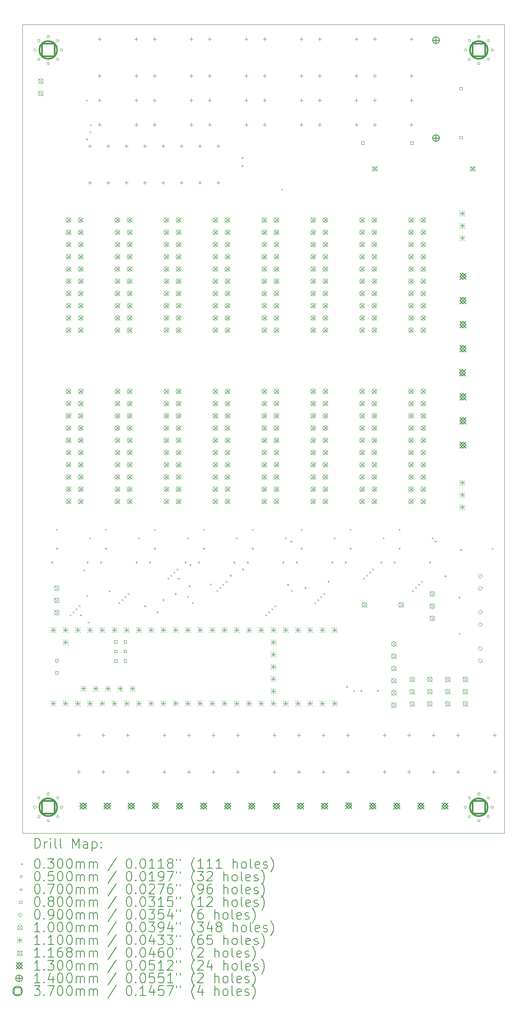
<source format=gbr>
%TF.GenerationSoftware,KiCad,Pcbnew,8.0.4-rc2*%
%TF.CreationDate,2024-08-04T20:40:50-05:00*%
%TF.ProjectId,backplane_tracer_driver,6261636b-706c-4616-9e65-5f7472616365,rev?*%
%TF.SameCoordinates,Original*%
%TF.FileFunction,Drillmap*%
%TF.FilePolarity,Positive*%
%FSLAX45Y45*%
G04 Gerber Fmt 4.5, Leading zero omitted, Abs format (unit mm)*
G04 Created by KiCad (PCBNEW 8.0.4-rc2) date 2024-08-04 20:40:50*
%MOMM*%
%LPD*%
G01*
G04 APERTURE LIST*
%ADD10C,0.050000*%
%ADD11C,0.200000*%
%ADD12C,0.100000*%
%ADD13C,0.110000*%
%ADD14C,0.116840*%
%ADD15C,0.130000*%
%ADD16C,0.140000*%
%ADD17C,0.370000*%
G04 APERTURE END LIST*
D10*
X1651000Y2032000D02*
X11658600Y2032000D01*
X11658600Y-14757400D01*
X1651000Y-14757400D01*
X1651000Y2032000D01*
D11*
D12*
X2248140Y-9126460D02*
X2278140Y-9156460D01*
X2278140Y-9126460D02*
X2248140Y-9156460D01*
X2347200Y-8443200D02*
X2377200Y-8473200D01*
X2377200Y-8443200D02*
X2347200Y-8473200D01*
X2347200Y-8836900D02*
X2377200Y-8866900D01*
X2377200Y-8836900D02*
X2347200Y-8866900D01*
X2626600Y-10221200D02*
X2656600Y-10251200D01*
X2656600Y-10221200D02*
X2626600Y-10251200D01*
X2690100Y-10157700D02*
X2720100Y-10187700D01*
X2720100Y-10157700D02*
X2690100Y-10187700D01*
X2753600Y-10094200D02*
X2783600Y-10124200D01*
X2783600Y-10094200D02*
X2753600Y-10124200D01*
X2817100Y-10030700D02*
X2847100Y-10060700D01*
X2847100Y-10030700D02*
X2817100Y-10060700D01*
X2842500Y-10221200D02*
X2872500Y-10251200D01*
X2872500Y-10221200D02*
X2842500Y-10251200D01*
X2916160Y-9289020D02*
X2946160Y-9319020D01*
X2946160Y-9289020D02*
X2916160Y-9319020D01*
X2969500Y466000D02*
X2999500Y436000D01*
X2999500Y466000D02*
X2969500Y436000D01*
X2969500Y-340600D02*
X2999500Y-370600D01*
X2999500Y-340600D02*
X2969500Y-370600D01*
X2977120Y-9814800D02*
X3007120Y-9844800D01*
X3007120Y-9814800D02*
X2977120Y-9844800D01*
X2982200Y-9123920D02*
X3012200Y-9153920D01*
X3012200Y-9123920D02*
X2982200Y-9153920D01*
X3005060Y-10368410D02*
X3035060Y-10398410D01*
X3035060Y-10368410D02*
X3005060Y-10398410D01*
X3033000Y-8621000D02*
X3063000Y-8651000D01*
X3063000Y-8621000D02*
X3033000Y-8651000D01*
X3048240Y-193280D02*
X3078240Y-223280D01*
X3078240Y-193280D02*
X3048240Y-223280D01*
X3050780Y-45960D02*
X3080780Y-75960D01*
X3080780Y-45960D02*
X3050780Y-75960D01*
X3264140Y-9126460D02*
X3294140Y-9156460D01*
X3294140Y-9126460D02*
X3264140Y-9156460D01*
X3363200Y-8443200D02*
X3393200Y-8473200D01*
X3393200Y-8443200D02*
X3363200Y-8473200D01*
X3363200Y-8836900D02*
X3393200Y-8866900D01*
X3393200Y-8836900D02*
X3363200Y-8866900D01*
X3441940Y-9720820D02*
X3471940Y-9750820D01*
X3471940Y-9720820D02*
X3441940Y-9750820D01*
X3642600Y-9967200D02*
X3672600Y-9997200D01*
X3672600Y-9967200D02*
X3642600Y-9997200D01*
X3706100Y-9903700D02*
X3736100Y-9933700D01*
X3736100Y-9903700D02*
X3706100Y-9933700D01*
X3769600Y-9840200D02*
X3799600Y-9870200D01*
X3799600Y-9840200D02*
X3769600Y-9870200D01*
X3833100Y-9776700D02*
X3863100Y-9806700D01*
X3863100Y-9776700D02*
X3833100Y-9806700D01*
X3998200Y-9123920D02*
X4028200Y-9153920D01*
X4028200Y-9123920D02*
X3998200Y-9153920D01*
X4049000Y-8621000D02*
X4079000Y-8651000D01*
X4079000Y-8621000D02*
X4049000Y-8651000D01*
X4176000Y-10030700D02*
X4206000Y-10060700D01*
X4206000Y-10030700D02*
X4176000Y-10060700D01*
X4280140Y-9126460D02*
X4310140Y-9156460D01*
X4310140Y-9126460D02*
X4280140Y-9156460D01*
X4379200Y-8443200D02*
X4409200Y-8473200D01*
X4409200Y-8443200D02*
X4379200Y-8473200D01*
X4379200Y-8836900D02*
X4409200Y-8866900D01*
X4409200Y-8836900D02*
X4379200Y-8866900D01*
X4430000Y-10157700D02*
X4460000Y-10187700D01*
X4460000Y-10157700D02*
X4430000Y-10187700D01*
X4557000Y-9903700D02*
X4587000Y-9933700D01*
X4587000Y-9903700D02*
X4557000Y-9933700D01*
X4658600Y-9459200D02*
X4688600Y-9489200D01*
X4688600Y-9459200D02*
X4658600Y-9489200D01*
X4722100Y-9395700D02*
X4752100Y-9425700D01*
X4752100Y-9395700D02*
X4722100Y-9425700D01*
X4785600Y-9332200D02*
X4815600Y-9362200D01*
X4815600Y-9332200D02*
X4785600Y-9362200D01*
X4811000Y-9776700D02*
X4841000Y-9806700D01*
X4841000Y-9776700D02*
X4811000Y-9806700D01*
X4849100Y-9268700D02*
X4879100Y-9298700D01*
X4879100Y-9268700D02*
X4849100Y-9298700D01*
X4874500Y-9459200D02*
X4904500Y-9489200D01*
X4904500Y-9459200D02*
X4874500Y-9489200D01*
X5014200Y-9123920D02*
X5044200Y-9153920D01*
X5044200Y-9123920D02*
X5014200Y-9153920D01*
X5065000Y-8621000D02*
X5095000Y-8651000D01*
X5095000Y-8621000D02*
X5065000Y-8651000D01*
X5065000Y-9840200D02*
X5095000Y-9870200D01*
X5095000Y-9840200D02*
X5065000Y-9870200D01*
X5100560Y-9614140D02*
X5130560Y-9644140D01*
X5130560Y-9614140D02*
X5100560Y-9644140D01*
X5115800Y-9174720D02*
X5145800Y-9204720D01*
X5145800Y-9174720D02*
X5115800Y-9204720D01*
X5169140Y-9967200D02*
X5199140Y-9997200D01*
X5199140Y-9967200D02*
X5169140Y-9997200D01*
X5296140Y-9126460D02*
X5326140Y-9156460D01*
X5326140Y-9126460D02*
X5296140Y-9156460D01*
X5395200Y-8443200D02*
X5425200Y-8473200D01*
X5425200Y-8443200D02*
X5395200Y-8473200D01*
X5395200Y-8836900D02*
X5425200Y-8866900D01*
X5425200Y-8836900D02*
X5395200Y-8866900D01*
X5539980Y-9576040D02*
X5569980Y-9606040D01*
X5569980Y-9576040D02*
X5539980Y-9606040D01*
X5674600Y-9713200D02*
X5704600Y-9743200D01*
X5704600Y-9713200D02*
X5674600Y-9743200D01*
X5738100Y-9649700D02*
X5768100Y-9679700D01*
X5768100Y-9649700D02*
X5738100Y-9679700D01*
X5801600Y-9586200D02*
X5831600Y-9616200D01*
X5831600Y-9586200D02*
X5801600Y-9616200D01*
X5865100Y-9522700D02*
X5895100Y-9552700D01*
X5895100Y-9522700D02*
X5865100Y-9552700D01*
X5954000Y-9395700D02*
X5984000Y-9425700D01*
X5984000Y-9395700D02*
X5954000Y-9425700D01*
X6030200Y-9123920D02*
X6060200Y-9153920D01*
X6060200Y-9123920D02*
X6030200Y-9153920D01*
X6081000Y-8621000D02*
X6111000Y-8651000D01*
X6111000Y-8621000D02*
X6081000Y-8651000D01*
X6200380Y-724140D02*
X6230380Y-754140D01*
X6230380Y-724140D02*
X6200380Y-754140D01*
X6200380Y-896860D02*
X6230380Y-926860D01*
X6230380Y-896860D02*
X6200380Y-926860D01*
X6208000Y-9269500D02*
X6238000Y-9299500D01*
X6238000Y-9269500D02*
X6208000Y-9299500D01*
X6312140Y-9126460D02*
X6342140Y-9156460D01*
X6342140Y-9126460D02*
X6312140Y-9156460D01*
X6411200Y-8443200D02*
X6441200Y-8473200D01*
X6441200Y-8443200D02*
X6411200Y-8473200D01*
X6411200Y-8836900D02*
X6441200Y-8866900D01*
X6441200Y-8836900D02*
X6411200Y-8866900D01*
X6690600Y-10221200D02*
X6720600Y-10251200D01*
X6720600Y-10221200D02*
X6690600Y-10251200D01*
X6754100Y-10157700D02*
X6784100Y-10187700D01*
X6784100Y-10157700D02*
X6754100Y-10187700D01*
X6817600Y-10094200D02*
X6847600Y-10124200D01*
X6847600Y-10094200D02*
X6817600Y-10124200D01*
X6881100Y-10030700D02*
X6911100Y-10060700D01*
X6911100Y-10030700D02*
X6881100Y-10060700D01*
X7020800Y-1382000D02*
X7050800Y-1412000D01*
X7050800Y-1382000D02*
X7020800Y-1412000D01*
X7046200Y-9123920D02*
X7076200Y-9153920D01*
X7076200Y-9123920D02*
X7046200Y-9153920D01*
X7097000Y-8621000D02*
X7127000Y-8651000D01*
X7127000Y-8621000D02*
X7097000Y-8651000D01*
X7145260Y-9586200D02*
X7175260Y-9616200D01*
X7175260Y-9586200D02*
X7145260Y-9616200D01*
X7213840Y-8687040D02*
X7243840Y-8717040D01*
X7243840Y-8687040D02*
X7213840Y-8717040D01*
X7224000Y-9713200D02*
X7254000Y-9743200D01*
X7254000Y-9713200D02*
X7224000Y-9743200D01*
X7328140Y-9126460D02*
X7358140Y-9156460D01*
X7358140Y-9126460D02*
X7328140Y-9156460D01*
X7427200Y-8443200D02*
X7457200Y-8473200D01*
X7457200Y-8443200D02*
X7427200Y-8473200D01*
X7427200Y-8836900D02*
X7457200Y-8866900D01*
X7457200Y-8836900D02*
X7427200Y-8866900D01*
X7503400Y-9649700D02*
X7533400Y-9679700D01*
X7533400Y-9649700D02*
X7503400Y-9679700D01*
X7706600Y-9967200D02*
X7736600Y-9997200D01*
X7736600Y-9967200D02*
X7706600Y-9997200D01*
X7770100Y-9903700D02*
X7800100Y-9933700D01*
X7800100Y-9903700D02*
X7770100Y-9933700D01*
X7833600Y-9840200D02*
X7863600Y-9870200D01*
X7863600Y-9840200D02*
X7833600Y-9870200D01*
X7897100Y-9776700D02*
X7927100Y-9806700D01*
X7927100Y-9776700D02*
X7897100Y-9806700D01*
X7986000Y-9522700D02*
X8016000Y-9552700D01*
X8016000Y-9522700D02*
X7986000Y-9552700D01*
X8062200Y-9123920D02*
X8092200Y-9153920D01*
X8092200Y-9123920D02*
X8062200Y-9153920D01*
X8113000Y-8621000D02*
X8143000Y-8651000D01*
X8143000Y-8621000D02*
X8113000Y-8651000D01*
X8344140Y-9126460D02*
X8374140Y-9156460D01*
X8374140Y-9126460D02*
X8344140Y-9156460D01*
X8367000Y-11707100D02*
X8397000Y-11737100D01*
X8397000Y-11707100D02*
X8367000Y-11737100D01*
X8443200Y-8443200D02*
X8473200Y-8473200D01*
X8473200Y-8443200D02*
X8443200Y-8473200D01*
X8443200Y-8836900D02*
X8473200Y-8866900D01*
X8473200Y-8836900D02*
X8443200Y-8866900D01*
X8511780Y-11785840D02*
X8541780Y-11815840D01*
X8541780Y-11785840D02*
X8511780Y-11815840D01*
X8664180Y-11793460D02*
X8694180Y-11823460D01*
X8694180Y-11793460D02*
X8664180Y-11823460D01*
X8722600Y-9459200D02*
X8752600Y-9489200D01*
X8752600Y-9459200D02*
X8722600Y-9489200D01*
X8786100Y-9395700D02*
X8816100Y-9425700D01*
X8816100Y-9395700D02*
X8786100Y-9425700D01*
X8849600Y-9332200D02*
X8879600Y-9362200D01*
X8879600Y-9332200D02*
X8849600Y-9362200D01*
X8913100Y-9268700D02*
X8943100Y-9298700D01*
X8943100Y-9268700D02*
X8913100Y-9298700D01*
X9009620Y-11785840D02*
X9039620Y-11815840D01*
X9039620Y-11785840D02*
X9009620Y-11815840D01*
X9078200Y-9123920D02*
X9108200Y-9153920D01*
X9108200Y-9123920D02*
X9078200Y-9153920D01*
X9129000Y-8621000D02*
X9159000Y-8651000D01*
X9159000Y-8621000D02*
X9129000Y-8651000D01*
X9360140Y-9126460D02*
X9390140Y-9156460D01*
X9390140Y-9126460D02*
X9360140Y-9156460D01*
X9459200Y-8443200D02*
X9489200Y-8473200D01*
X9489200Y-8443200D02*
X9459200Y-8473200D01*
X9459200Y-8836900D02*
X9489200Y-8866900D01*
X9489200Y-8836900D02*
X9459200Y-8866900D01*
X9738600Y-9713200D02*
X9768600Y-9743200D01*
X9768600Y-9713200D02*
X9738600Y-9743200D01*
X9802100Y-9649700D02*
X9832100Y-9679700D01*
X9832100Y-9649700D02*
X9802100Y-9679700D01*
X9865600Y-9586200D02*
X9895600Y-9616200D01*
X9895600Y-9586200D02*
X9865600Y-9616200D01*
X9929100Y-9522700D02*
X9959100Y-9552700D01*
X9959100Y-9522700D02*
X9929100Y-9552700D01*
X10094200Y-9123920D02*
X10124200Y-9153920D01*
X10124200Y-9123920D02*
X10094200Y-9153920D01*
X10145000Y-8621000D02*
X10175000Y-8651000D01*
X10175000Y-8621000D02*
X10145000Y-8651000D01*
X10208500Y-8687040D02*
X10238500Y-8717040D01*
X10238500Y-8687040D02*
X10208500Y-8717040D01*
X10411700Y-9408400D02*
X10441700Y-9438400D01*
X10441700Y-9408400D02*
X10411700Y-9438400D01*
X10703800Y-9852900D02*
X10733800Y-9882900D01*
X10733800Y-9852900D02*
X10703800Y-9882900D01*
X10703800Y-10602200D02*
X10733800Y-10632200D01*
X10733800Y-10602200D02*
X10703800Y-10632200D01*
X10734280Y-8864840D02*
X10764280Y-8894840D01*
X10764280Y-8864840D02*
X10734280Y-8894840D01*
X11389600Y-8841980D02*
X11419600Y-8871980D01*
X11419600Y-8841980D02*
X11389600Y-8871980D01*
X1931900Y1498600D02*
G75*
G02*
X1881900Y1498600I-25000J0D01*
G01*
X1881900Y1498600D02*
G75*
G02*
X1931900Y1498600I25000J0D01*
G01*
X1931900Y-14224000D02*
G75*
G02*
X1881900Y-14224000I-25000J0D01*
G01*
X1881900Y-14224000D02*
G75*
G02*
X1931900Y-14224000I25000J0D01*
G01*
X2013178Y1694822D02*
G75*
G02*
X1963178Y1694822I-25000J0D01*
G01*
X1963178Y1694822D02*
G75*
G02*
X2013178Y1694822I25000J0D01*
G01*
X2013178Y1302378D02*
G75*
G02*
X1963178Y1302378I-25000J0D01*
G01*
X1963178Y1302378D02*
G75*
G02*
X2013178Y1302378I25000J0D01*
G01*
X2013178Y-14027778D02*
G75*
G02*
X1963178Y-14027778I-25000J0D01*
G01*
X1963178Y-14027778D02*
G75*
G02*
X2013178Y-14027778I25000J0D01*
G01*
X2013178Y-14420222D02*
G75*
G02*
X1963178Y-14420222I-25000J0D01*
G01*
X1963178Y-14420222D02*
G75*
G02*
X2013178Y-14420222I25000J0D01*
G01*
X2209400Y1776100D02*
G75*
G02*
X2159400Y1776100I-25000J0D01*
G01*
X2159400Y1776100D02*
G75*
G02*
X2209400Y1776100I25000J0D01*
G01*
X2209400Y1221100D02*
G75*
G02*
X2159400Y1221100I-25000J0D01*
G01*
X2159400Y1221100D02*
G75*
G02*
X2209400Y1221100I25000J0D01*
G01*
X2209400Y-13946500D02*
G75*
G02*
X2159400Y-13946500I-25000J0D01*
G01*
X2159400Y-13946500D02*
G75*
G02*
X2209400Y-13946500I25000J0D01*
G01*
X2209400Y-14501500D02*
G75*
G02*
X2159400Y-14501500I-25000J0D01*
G01*
X2159400Y-14501500D02*
G75*
G02*
X2209400Y-14501500I25000J0D01*
G01*
X2405622Y1694822D02*
G75*
G02*
X2355622Y1694822I-25000J0D01*
G01*
X2355622Y1694822D02*
G75*
G02*
X2405622Y1694822I25000J0D01*
G01*
X2405622Y1302378D02*
G75*
G02*
X2355622Y1302378I-25000J0D01*
G01*
X2355622Y1302378D02*
G75*
G02*
X2405622Y1302378I25000J0D01*
G01*
X2405622Y-14027778D02*
G75*
G02*
X2355622Y-14027778I-25000J0D01*
G01*
X2355622Y-14027778D02*
G75*
G02*
X2405622Y-14027778I25000J0D01*
G01*
X2405622Y-14420222D02*
G75*
G02*
X2355622Y-14420222I-25000J0D01*
G01*
X2355622Y-14420222D02*
G75*
G02*
X2405622Y-14420222I25000J0D01*
G01*
X2486900Y1498600D02*
G75*
G02*
X2436900Y1498600I-25000J0D01*
G01*
X2436900Y1498600D02*
G75*
G02*
X2486900Y1498600I25000J0D01*
G01*
X2486900Y-14224000D02*
G75*
G02*
X2436900Y-14224000I-25000J0D01*
G01*
X2436900Y-14224000D02*
G75*
G02*
X2486900Y-14224000I25000J0D01*
G01*
X10872700Y1498600D02*
G75*
G02*
X10822700Y1498600I-25000J0D01*
G01*
X10822700Y1498600D02*
G75*
G02*
X10872700Y1498600I25000J0D01*
G01*
X10872700Y-14224000D02*
G75*
G02*
X10822700Y-14224000I-25000J0D01*
G01*
X10822700Y-14224000D02*
G75*
G02*
X10872700Y-14224000I25000J0D01*
G01*
X10953978Y1694822D02*
G75*
G02*
X10903978Y1694822I-25000J0D01*
G01*
X10903978Y1694822D02*
G75*
G02*
X10953978Y1694822I25000J0D01*
G01*
X10953978Y1302378D02*
G75*
G02*
X10903978Y1302378I-25000J0D01*
G01*
X10903978Y1302378D02*
G75*
G02*
X10953978Y1302378I25000J0D01*
G01*
X10953978Y-14027778D02*
G75*
G02*
X10903978Y-14027778I-25000J0D01*
G01*
X10903978Y-14027778D02*
G75*
G02*
X10953978Y-14027778I25000J0D01*
G01*
X10953978Y-14420222D02*
G75*
G02*
X10903978Y-14420222I-25000J0D01*
G01*
X10903978Y-14420222D02*
G75*
G02*
X10953978Y-14420222I25000J0D01*
G01*
X11150200Y1776100D02*
G75*
G02*
X11100200Y1776100I-25000J0D01*
G01*
X11100200Y1776100D02*
G75*
G02*
X11150200Y1776100I25000J0D01*
G01*
X11150200Y1221100D02*
G75*
G02*
X11100200Y1221100I-25000J0D01*
G01*
X11100200Y1221100D02*
G75*
G02*
X11150200Y1221100I25000J0D01*
G01*
X11150200Y-13946500D02*
G75*
G02*
X11100200Y-13946500I-25000J0D01*
G01*
X11100200Y-13946500D02*
G75*
G02*
X11150200Y-13946500I25000J0D01*
G01*
X11150200Y-14501500D02*
G75*
G02*
X11100200Y-14501500I-25000J0D01*
G01*
X11100200Y-14501500D02*
G75*
G02*
X11150200Y-14501500I25000J0D01*
G01*
X11346422Y1694822D02*
G75*
G02*
X11296422Y1694822I-25000J0D01*
G01*
X11296422Y1694822D02*
G75*
G02*
X11346422Y1694822I25000J0D01*
G01*
X11346422Y1302378D02*
G75*
G02*
X11296422Y1302378I-25000J0D01*
G01*
X11296422Y1302378D02*
G75*
G02*
X11346422Y1302378I25000J0D01*
G01*
X11346422Y-14027778D02*
G75*
G02*
X11296422Y-14027778I-25000J0D01*
G01*
X11296422Y-14027778D02*
G75*
G02*
X11346422Y-14027778I25000J0D01*
G01*
X11346422Y-14420222D02*
G75*
G02*
X11296422Y-14420222I-25000J0D01*
G01*
X11296422Y-14420222D02*
G75*
G02*
X11346422Y-14420222I25000J0D01*
G01*
X11427700Y1498600D02*
G75*
G02*
X11377700Y1498600I-25000J0D01*
G01*
X11377700Y1498600D02*
G75*
G02*
X11427700Y1498600I25000J0D01*
G01*
X11427700Y-14224000D02*
G75*
G02*
X11377700Y-14224000I-25000J0D01*
G01*
X11377700Y-14224000D02*
G75*
G02*
X11427700Y-14224000I25000J0D01*
G01*
X2819400Y-12690400D02*
X2819400Y-12760400D01*
X2784400Y-12725400D02*
X2854400Y-12725400D01*
X2819400Y-13452400D02*
X2819400Y-13522400D01*
X2784400Y-13487400D02*
X2854400Y-13487400D01*
X3048000Y-460300D02*
X3048000Y-530300D01*
X3013000Y-495300D02*
X3083000Y-495300D01*
X3048000Y-1222300D02*
X3048000Y-1292300D01*
X3013000Y-1257300D02*
X3083000Y-1257300D01*
X3251200Y1762200D02*
X3251200Y1692200D01*
X3216200Y1727200D02*
X3286200Y1727200D01*
X3251200Y1000200D02*
X3251200Y930200D01*
X3216200Y965200D02*
X3286200Y965200D01*
X3251200Y492200D02*
X3251200Y422200D01*
X3216200Y457200D02*
X3286200Y457200D01*
X3251200Y-15800D02*
X3251200Y-85800D01*
X3216200Y-50800D02*
X3286200Y-50800D01*
X3327400Y-12690400D02*
X3327400Y-12760400D01*
X3292400Y-12725400D02*
X3362400Y-12725400D01*
X3327400Y-13452400D02*
X3327400Y-13522400D01*
X3292400Y-13487400D02*
X3362400Y-13487400D01*
X3429000Y-460300D02*
X3429000Y-530300D01*
X3394000Y-495300D02*
X3464000Y-495300D01*
X3429000Y-1222300D02*
X3429000Y-1292300D01*
X3394000Y-1257300D02*
X3464000Y-1257300D01*
X3810000Y-460300D02*
X3810000Y-530300D01*
X3775000Y-495300D02*
X3845000Y-495300D01*
X3810000Y-1222300D02*
X3810000Y-1292300D01*
X3775000Y-1257300D02*
X3845000Y-1257300D01*
X3835400Y-12690400D02*
X3835400Y-12760400D01*
X3800400Y-12725400D02*
X3870400Y-12725400D01*
X3835400Y-13452400D02*
X3835400Y-13522400D01*
X3800400Y-13487400D02*
X3870400Y-13487400D01*
X4013200Y1762200D02*
X4013200Y1692200D01*
X3978200Y1727200D02*
X4048200Y1727200D01*
X4013200Y1000200D02*
X4013200Y930200D01*
X3978200Y965200D02*
X4048200Y965200D01*
X4013200Y492200D02*
X4013200Y422200D01*
X3978200Y457200D02*
X4048200Y457200D01*
X4013200Y-15800D02*
X4013200Y-85800D01*
X3978200Y-50800D02*
X4048200Y-50800D01*
X4191000Y-460300D02*
X4191000Y-530300D01*
X4156000Y-495300D02*
X4226000Y-495300D01*
X4191000Y-1222300D02*
X4191000Y-1292300D01*
X4156000Y-1257300D02*
X4226000Y-1257300D01*
X4394200Y1762200D02*
X4394200Y1692200D01*
X4359200Y1727200D02*
X4429200Y1727200D01*
X4394200Y1000200D02*
X4394200Y930200D01*
X4359200Y965200D02*
X4429200Y965200D01*
X4394200Y492200D02*
X4394200Y422200D01*
X4359200Y457200D02*
X4429200Y457200D01*
X4394200Y-15800D02*
X4394200Y-85800D01*
X4359200Y-50800D02*
X4429200Y-50800D01*
X4572000Y-460300D02*
X4572000Y-530300D01*
X4537000Y-495300D02*
X4607000Y-495300D01*
X4572000Y-1222300D02*
X4572000Y-1292300D01*
X4537000Y-1257300D02*
X4607000Y-1257300D01*
X4597400Y-12690400D02*
X4597400Y-12760400D01*
X4562400Y-12725400D02*
X4632400Y-12725400D01*
X4597400Y-13452400D02*
X4597400Y-13522400D01*
X4562400Y-13487400D02*
X4632400Y-13487400D01*
X4953000Y-460300D02*
X4953000Y-530300D01*
X4918000Y-495300D02*
X4988000Y-495300D01*
X4953000Y-1222300D02*
X4953000Y-1292300D01*
X4918000Y-1257300D02*
X4988000Y-1257300D01*
X5105400Y-12690400D02*
X5105400Y-12760400D01*
X5070400Y-12725400D02*
X5140400Y-12725400D01*
X5105400Y-13452400D02*
X5105400Y-13522400D01*
X5070400Y-13487400D02*
X5140400Y-13487400D01*
X5156200Y1762200D02*
X5156200Y1692200D01*
X5121200Y1727200D02*
X5191200Y1727200D01*
X5156200Y1000200D02*
X5156200Y930200D01*
X5121200Y965200D02*
X5191200Y965200D01*
X5156200Y492200D02*
X5156200Y422200D01*
X5121200Y457200D02*
X5191200Y457200D01*
X5156200Y-15800D02*
X5156200Y-85800D01*
X5121200Y-50800D02*
X5191200Y-50800D01*
X5334000Y-460300D02*
X5334000Y-530300D01*
X5299000Y-495300D02*
X5369000Y-495300D01*
X5334000Y-1222300D02*
X5334000Y-1292300D01*
X5299000Y-1257300D02*
X5369000Y-1257300D01*
X5537200Y1762200D02*
X5537200Y1692200D01*
X5502200Y1727200D02*
X5572200Y1727200D01*
X5537200Y1000200D02*
X5537200Y930200D01*
X5502200Y965200D02*
X5572200Y965200D01*
X5537200Y492200D02*
X5537200Y422200D01*
X5502200Y457200D02*
X5572200Y457200D01*
X5537200Y-15800D02*
X5537200Y-85800D01*
X5502200Y-50800D02*
X5572200Y-50800D01*
X5613400Y-12690400D02*
X5613400Y-12760400D01*
X5578400Y-12725400D02*
X5648400Y-12725400D01*
X5613400Y-13452400D02*
X5613400Y-13522400D01*
X5578400Y-13487400D02*
X5648400Y-13487400D01*
X5715000Y-460300D02*
X5715000Y-530300D01*
X5680000Y-495300D02*
X5750000Y-495300D01*
X5715000Y-1222300D02*
X5715000Y-1292300D01*
X5680000Y-1257300D02*
X5750000Y-1257300D01*
X6121400Y-12690400D02*
X6121400Y-12760400D01*
X6086400Y-12725400D02*
X6156400Y-12725400D01*
X6121400Y-13452400D02*
X6121400Y-13522400D01*
X6086400Y-13487400D02*
X6156400Y-13487400D01*
X6299200Y1762200D02*
X6299200Y1692200D01*
X6264200Y1727200D02*
X6334200Y1727200D01*
X6299200Y1000200D02*
X6299200Y930200D01*
X6264200Y965200D02*
X6334200Y965200D01*
X6299200Y492200D02*
X6299200Y422200D01*
X6264200Y457200D02*
X6334200Y457200D01*
X6299200Y-15800D02*
X6299200Y-85800D01*
X6264200Y-50800D02*
X6334200Y-50800D01*
X6680200Y1762200D02*
X6680200Y1692200D01*
X6645200Y1727200D02*
X6715200Y1727200D01*
X6680200Y1000200D02*
X6680200Y930200D01*
X6645200Y965200D02*
X6715200Y965200D01*
X6680200Y492200D02*
X6680200Y422200D01*
X6645200Y457200D02*
X6715200Y457200D01*
X6680200Y-15800D02*
X6680200Y-85800D01*
X6645200Y-50800D02*
X6715200Y-50800D01*
X6883400Y-12690400D02*
X6883400Y-12760400D01*
X6848400Y-12725400D02*
X6918400Y-12725400D01*
X6883400Y-13452400D02*
X6883400Y-13522400D01*
X6848400Y-13487400D02*
X6918400Y-13487400D01*
X7391400Y-12690400D02*
X7391400Y-12760400D01*
X7356400Y-12725400D02*
X7426400Y-12725400D01*
X7391400Y-13452400D02*
X7391400Y-13522400D01*
X7356400Y-13487400D02*
X7426400Y-13487400D01*
X7442200Y1762200D02*
X7442200Y1692200D01*
X7407200Y1727200D02*
X7477200Y1727200D01*
X7442200Y1000200D02*
X7442200Y930200D01*
X7407200Y965200D02*
X7477200Y965200D01*
X7442200Y492200D02*
X7442200Y422200D01*
X7407200Y457200D02*
X7477200Y457200D01*
X7442200Y-15800D02*
X7442200Y-85800D01*
X7407200Y-50800D02*
X7477200Y-50800D01*
X7823200Y1762200D02*
X7823200Y1692200D01*
X7788200Y1727200D02*
X7858200Y1727200D01*
X7823200Y1000200D02*
X7823200Y930200D01*
X7788200Y965200D02*
X7858200Y965200D01*
X7823200Y492200D02*
X7823200Y422200D01*
X7788200Y457200D02*
X7858200Y457200D01*
X7823200Y-15800D02*
X7823200Y-85800D01*
X7788200Y-50800D02*
X7858200Y-50800D01*
X7899400Y-12690400D02*
X7899400Y-12760400D01*
X7864400Y-12725400D02*
X7934400Y-12725400D01*
X7899400Y-13452400D02*
X7899400Y-13522400D01*
X7864400Y-13487400D02*
X7934400Y-13487400D01*
X8407400Y-12690400D02*
X8407400Y-12760400D01*
X8372400Y-12725400D02*
X8442400Y-12725400D01*
X8407400Y-13452400D02*
X8407400Y-13522400D01*
X8372400Y-13487400D02*
X8442400Y-13487400D01*
X8585200Y1762200D02*
X8585200Y1692200D01*
X8550200Y1727200D02*
X8620200Y1727200D01*
X8585200Y1000200D02*
X8585200Y930200D01*
X8550200Y965200D02*
X8620200Y965200D01*
X8585200Y492200D02*
X8585200Y422200D01*
X8550200Y457200D02*
X8620200Y457200D01*
X8585200Y-15800D02*
X8585200Y-85800D01*
X8550200Y-50800D02*
X8620200Y-50800D01*
X8966200Y1762200D02*
X8966200Y1692200D01*
X8931200Y1727200D02*
X9001200Y1727200D01*
X8966200Y1000200D02*
X8966200Y930200D01*
X8931200Y965200D02*
X9001200Y965200D01*
X8966200Y492200D02*
X8966200Y422200D01*
X8931200Y457200D02*
X9001200Y457200D01*
X8966200Y-15800D02*
X8966200Y-85800D01*
X8931200Y-50800D02*
X9001200Y-50800D01*
X9169400Y-12690400D02*
X9169400Y-12760400D01*
X9134400Y-12725400D02*
X9204400Y-12725400D01*
X9169400Y-13452400D02*
X9169400Y-13522400D01*
X9134400Y-13487400D02*
X9204400Y-13487400D01*
X9677400Y-12690400D02*
X9677400Y-12760400D01*
X9642400Y-12725400D02*
X9712400Y-12725400D01*
X9677400Y-13452400D02*
X9677400Y-13522400D01*
X9642400Y-13487400D02*
X9712400Y-13487400D01*
X9728200Y1762200D02*
X9728200Y1692200D01*
X9693200Y1727200D02*
X9763200Y1727200D01*
X9728200Y1000200D02*
X9728200Y930200D01*
X9693200Y965200D02*
X9763200Y965200D01*
X9728200Y492200D02*
X9728200Y422200D01*
X9693200Y457200D02*
X9763200Y457200D01*
X9728200Y-15800D02*
X9728200Y-85800D01*
X9693200Y-50800D02*
X9763200Y-50800D01*
X10185400Y-12690400D02*
X10185400Y-12760400D01*
X10150400Y-12725400D02*
X10220400Y-12725400D01*
X10185400Y-13452400D02*
X10185400Y-13522400D01*
X10150400Y-13487400D02*
X10220400Y-13487400D01*
X10693400Y-12690400D02*
X10693400Y-12760400D01*
X10658400Y-12725400D02*
X10728400Y-12725400D01*
X10693400Y-13452400D02*
X10693400Y-13522400D01*
X10658400Y-13487400D02*
X10728400Y-13487400D01*
X11455400Y-12690400D02*
X11455400Y-12760400D01*
X11420400Y-12725400D02*
X11490400Y-12725400D01*
X11455400Y-13452400D02*
X11455400Y-13522400D01*
X11420400Y-13487400D02*
X11490400Y-13487400D01*
X2387285Y-11204284D02*
X2387285Y-11147716D01*
X2330716Y-11147716D01*
X2330716Y-11204284D01*
X2387285Y-11204284D01*
X2387285Y-11458284D02*
X2387285Y-11401715D01*
X2330716Y-11401715D01*
X2330716Y-11458284D01*
X2387285Y-11458284D01*
X3611284Y-10813125D02*
X3611284Y-10756556D01*
X3554715Y-10756556D01*
X3554715Y-10813125D01*
X3611284Y-10813125D01*
X3611284Y-11013125D02*
X3611284Y-10956556D01*
X3554715Y-10956556D01*
X3554715Y-11013125D01*
X3611284Y-11013125D01*
X3611284Y-11213124D02*
X3611284Y-11156556D01*
X3554715Y-11156556D01*
X3554715Y-11213124D01*
X3611284Y-11213124D01*
X3811284Y-10813125D02*
X3811284Y-10756556D01*
X3754715Y-10756556D01*
X3754715Y-10813125D01*
X3811284Y-10813125D01*
X3811284Y-11013125D02*
X3811284Y-10956556D01*
X3754715Y-10956556D01*
X3754715Y-11013125D01*
X3811284Y-11013125D01*
X3811284Y-11213124D02*
X3811284Y-11156556D01*
X3754715Y-11156556D01*
X3754715Y-11213124D01*
X3811284Y-11213124D01*
X8740485Y-460084D02*
X8740485Y-403515D01*
X8683916Y-403515D01*
X8683916Y-460084D01*
X8740485Y-460084D01*
X9756485Y-460084D02*
X9756485Y-403515D01*
X9699916Y-403515D01*
X9699916Y-460084D01*
X9756485Y-460084D01*
X10785185Y670216D02*
X10785185Y726784D01*
X10728616Y726784D01*
X10728616Y670216D01*
X10785185Y670216D01*
X10785185Y-345785D02*
X10785185Y-289216D01*
X10728616Y-289216D01*
X10728616Y-345785D01*
X10785185Y-345785D01*
X11150600Y-9467700D02*
X11195600Y-9422700D01*
X11150600Y-9377700D01*
X11105600Y-9422700D01*
X11150600Y-9467700D01*
X11150600Y-9721700D02*
X11195600Y-9676700D01*
X11150600Y-9631700D01*
X11105600Y-9676700D01*
X11150600Y-9721700D01*
X11150600Y-10217700D02*
X11195600Y-10172700D01*
X11150600Y-10127700D01*
X11105600Y-10172700D01*
X11150600Y-10217700D01*
X11150600Y-10471700D02*
X11195600Y-10426700D01*
X11150600Y-10381700D01*
X11105600Y-10426700D01*
X11150600Y-10471700D01*
X11150600Y-10967700D02*
X11195600Y-10922700D01*
X11150600Y-10877700D01*
X11105600Y-10922700D01*
X11150600Y-10967700D01*
X11150600Y-11221700D02*
X11195600Y-11176700D01*
X11150600Y-11131700D01*
X11105600Y-11176700D01*
X11150600Y-11221700D01*
X1982000Y901400D02*
X2082000Y801400D01*
X2082000Y901400D02*
X1982000Y801400D01*
X2082000Y851400D02*
G75*
G02*
X1982000Y851400I-50000J0D01*
G01*
X1982000Y851400D02*
G75*
G02*
X2082000Y851400I50000J0D01*
G01*
X1982000Y647400D02*
X2082000Y547400D01*
X2082000Y647400D02*
X1982000Y547400D01*
X2082000Y597400D02*
G75*
G02*
X1982000Y597400I-50000J0D01*
G01*
X1982000Y597400D02*
G75*
G02*
X2082000Y597400I50000J0D01*
G01*
X2312200Y-9625900D02*
X2412200Y-9725900D01*
X2412200Y-9625900D02*
X2312200Y-9725900D01*
X2412200Y-9675900D02*
G75*
G02*
X2312200Y-9675900I-50000J0D01*
G01*
X2312200Y-9675900D02*
G75*
G02*
X2412200Y-9675900I50000J0D01*
G01*
X2312200Y-9879900D02*
X2412200Y-9979900D01*
X2412200Y-9879900D02*
X2312200Y-9979900D01*
X2412200Y-9929900D02*
G75*
G02*
X2312200Y-9929900I-50000J0D01*
G01*
X2312200Y-9929900D02*
G75*
G02*
X2412200Y-9929900I50000J0D01*
G01*
X2312200Y-10133900D02*
X2412200Y-10233900D01*
X2412200Y-10133900D02*
X2312200Y-10233900D01*
X2412200Y-10183900D02*
G75*
G02*
X2312200Y-10183900I-50000J0D01*
G01*
X2312200Y-10183900D02*
G75*
G02*
X2412200Y-10183900I50000J0D01*
G01*
X2553500Y-1982000D02*
X2653500Y-2082000D01*
X2653500Y-1982000D02*
X2553500Y-2082000D01*
X2653500Y-2032000D02*
G75*
G02*
X2553500Y-2032000I-50000J0D01*
G01*
X2553500Y-2032000D02*
G75*
G02*
X2653500Y-2032000I50000J0D01*
G01*
X2553500Y-2236000D02*
X2653500Y-2336000D01*
X2653500Y-2236000D02*
X2553500Y-2336000D01*
X2653500Y-2286000D02*
G75*
G02*
X2553500Y-2286000I-50000J0D01*
G01*
X2553500Y-2286000D02*
G75*
G02*
X2653500Y-2286000I50000J0D01*
G01*
X2553500Y-2490000D02*
X2653500Y-2590000D01*
X2653500Y-2490000D02*
X2553500Y-2590000D01*
X2653500Y-2540000D02*
G75*
G02*
X2553500Y-2540000I-50000J0D01*
G01*
X2553500Y-2540000D02*
G75*
G02*
X2653500Y-2540000I50000J0D01*
G01*
X2553500Y-2744000D02*
X2653500Y-2844000D01*
X2653500Y-2744000D02*
X2553500Y-2844000D01*
X2653500Y-2794000D02*
G75*
G02*
X2553500Y-2794000I-50000J0D01*
G01*
X2553500Y-2794000D02*
G75*
G02*
X2653500Y-2794000I50000J0D01*
G01*
X2553500Y-2998000D02*
X2653500Y-3098000D01*
X2653500Y-2998000D02*
X2553500Y-3098000D01*
X2653500Y-3048000D02*
G75*
G02*
X2553500Y-3048000I-50000J0D01*
G01*
X2553500Y-3048000D02*
G75*
G02*
X2653500Y-3048000I50000J0D01*
G01*
X2553500Y-3252000D02*
X2653500Y-3352000D01*
X2653500Y-3252000D02*
X2553500Y-3352000D01*
X2653500Y-3302000D02*
G75*
G02*
X2553500Y-3302000I-50000J0D01*
G01*
X2553500Y-3302000D02*
G75*
G02*
X2653500Y-3302000I50000J0D01*
G01*
X2553500Y-3506000D02*
X2653500Y-3606000D01*
X2653500Y-3506000D02*
X2553500Y-3606000D01*
X2653500Y-3556000D02*
G75*
G02*
X2553500Y-3556000I-50000J0D01*
G01*
X2553500Y-3556000D02*
G75*
G02*
X2653500Y-3556000I50000J0D01*
G01*
X2553500Y-3760000D02*
X2653500Y-3860000D01*
X2653500Y-3760000D02*
X2553500Y-3860000D01*
X2653500Y-3810000D02*
G75*
G02*
X2553500Y-3810000I-50000J0D01*
G01*
X2553500Y-3810000D02*
G75*
G02*
X2653500Y-3810000I50000J0D01*
G01*
X2553500Y-4014000D02*
X2653500Y-4114000D01*
X2653500Y-4014000D02*
X2553500Y-4114000D01*
X2653500Y-4064000D02*
G75*
G02*
X2553500Y-4064000I-50000J0D01*
G01*
X2553500Y-4064000D02*
G75*
G02*
X2653500Y-4064000I50000J0D01*
G01*
X2553500Y-4268000D02*
X2653500Y-4368000D01*
X2653500Y-4268000D02*
X2553500Y-4368000D01*
X2653500Y-4318000D02*
G75*
G02*
X2553500Y-4318000I-50000J0D01*
G01*
X2553500Y-4318000D02*
G75*
G02*
X2653500Y-4318000I50000J0D01*
G01*
X2553500Y-5538000D02*
X2653500Y-5638000D01*
X2653500Y-5538000D02*
X2553500Y-5638000D01*
X2653500Y-5588000D02*
G75*
G02*
X2553500Y-5588000I-50000J0D01*
G01*
X2553500Y-5588000D02*
G75*
G02*
X2653500Y-5588000I50000J0D01*
G01*
X2553500Y-5792000D02*
X2653500Y-5892000D01*
X2653500Y-5792000D02*
X2553500Y-5892000D01*
X2653500Y-5842000D02*
G75*
G02*
X2553500Y-5842000I-50000J0D01*
G01*
X2553500Y-5842000D02*
G75*
G02*
X2653500Y-5842000I50000J0D01*
G01*
X2553500Y-6046000D02*
X2653500Y-6146000D01*
X2653500Y-6046000D02*
X2553500Y-6146000D01*
X2653500Y-6096000D02*
G75*
G02*
X2553500Y-6096000I-50000J0D01*
G01*
X2553500Y-6096000D02*
G75*
G02*
X2653500Y-6096000I50000J0D01*
G01*
X2553500Y-6300000D02*
X2653500Y-6400000D01*
X2653500Y-6300000D02*
X2553500Y-6400000D01*
X2653500Y-6350000D02*
G75*
G02*
X2553500Y-6350000I-50000J0D01*
G01*
X2553500Y-6350000D02*
G75*
G02*
X2653500Y-6350000I50000J0D01*
G01*
X2553500Y-6554000D02*
X2653500Y-6654000D01*
X2653500Y-6554000D02*
X2553500Y-6654000D01*
X2653500Y-6604000D02*
G75*
G02*
X2553500Y-6604000I-50000J0D01*
G01*
X2553500Y-6604000D02*
G75*
G02*
X2653500Y-6604000I50000J0D01*
G01*
X2553500Y-6808000D02*
X2653500Y-6908000D01*
X2653500Y-6808000D02*
X2553500Y-6908000D01*
X2653500Y-6858000D02*
G75*
G02*
X2553500Y-6858000I-50000J0D01*
G01*
X2553500Y-6858000D02*
G75*
G02*
X2653500Y-6858000I50000J0D01*
G01*
X2553500Y-7062000D02*
X2653500Y-7162000D01*
X2653500Y-7062000D02*
X2553500Y-7162000D01*
X2653500Y-7112000D02*
G75*
G02*
X2553500Y-7112000I-50000J0D01*
G01*
X2553500Y-7112000D02*
G75*
G02*
X2653500Y-7112000I50000J0D01*
G01*
X2553500Y-7316000D02*
X2653500Y-7416000D01*
X2653500Y-7316000D02*
X2553500Y-7416000D01*
X2653500Y-7366000D02*
G75*
G02*
X2553500Y-7366000I-50000J0D01*
G01*
X2553500Y-7366000D02*
G75*
G02*
X2653500Y-7366000I50000J0D01*
G01*
X2553500Y-7570000D02*
X2653500Y-7670000D01*
X2653500Y-7570000D02*
X2553500Y-7670000D01*
X2653500Y-7620000D02*
G75*
G02*
X2553500Y-7620000I-50000J0D01*
G01*
X2553500Y-7620000D02*
G75*
G02*
X2653500Y-7620000I50000J0D01*
G01*
X2553500Y-7824000D02*
X2653500Y-7924000D01*
X2653500Y-7824000D02*
X2553500Y-7924000D01*
X2653500Y-7874000D02*
G75*
G02*
X2553500Y-7874000I-50000J0D01*
G01*
X2553500Y-7874000D02*
G75*
G02*
X2653500Y-7874000I50000J0D01*
G01*
X2807500Y-1982000D02*
X2907500Y-2082000D01*
X2907500Y-1982000D02*
X2807500Y-2082000D01*
X2907500Y-2032000D02*
G75*
G02*
X2807500Y-2032000I-50000J0D01*
G01*
X2807500Y-2032000D02*
G75*
G02*
X2907500Y-2032000I50000J0D01*
G01*
X2807500Y-2236000D02*
X2907500Y-2336000D01*
X2907500Y-2236000D02*
X2807500Y-2336000D01*
X2907500Y-2286000D02*
G75*
G02*
X2807500Y-2286000I-50000J0D01*
G01*
X2807500Y-2286000D02*
G75*
G02*
X2907500Y-2286000I50000J0D01*
G01*
X2807500Y-2490000D02*
X2907500Y-2590000D01*
X2907500Y-2490000D02*
X2807500Y-2590000D01*
X2907500Y-2540000D02*
G75*
G02*
X2807500Y-2540000I-50000J0D01*
G01*
X2807500Y-2540000D02*
G75*
G02*
X2907500Y-2540000I50000J0D01*
G01*
X2807500Y-2744000D02*
X2907500Y-2844000D01*
X2907500Y-2744000D02*
X2807500Y-2844000D01*
X2907500Y-2794000D02*
G75*
G02*
X2807500Y-2794000I-50000J0D01*
G01*
X2807500Y-2794000D02*
G75*
G02*
X2907500Y-2794000I50000J0D01*
G01*
X2807500Y-2998000D02*
X2907500Y-3098000D01*
X2907500Y-2998000D02*
X2807500Y-3098000D01*
X2907500Y-3048000D02*
G75*
G02*
X2807500Y-3048000I-50000J0D01*
G01*
X2807500Y-3048000D02*
G75*
G02*
X2907500Y-3048000I50000J0D01*
G01*
X2807500Y-3252000D02*
X2907500Y-3352000D01*
X2907500Y-3252000D02*
X2807500Y-3352000D01*
X2907500Y-3302000D02*
G75*
G02*
X2807500Y-3302000I-50000J0D01*
G01*
X2807500Y-3302000D02*
G75*
G02*
X2907500Y-3302000I50000J0D01*
G01*
X2807500Y-3506000D02*
X2907500Y-3606000D01*
X2907500Y-3506000D02*
X2807500Y-3606000D01*
X2907500Y-3556000D02*
G75*
G02*
X2807500Y-3556000I-50000J0D01*
G01*
X2807500Y-3556000D02*
G75*
G02*
X2907500Y-3556000I50000J0D01*
G01*
X2807500Y-3760000D02*
X2907500Y-3860000D01*
X2907500Y-3760000D02*
X2807500Y-3860000D01*
X2907500Y-3810000D02*
G75*
G02*
X2807500Y-3810000I-50000J0D01*
G01*
X2807500Y-3810000D02*
G75*
G02*
X2907500Y-3810000I50000J0D01*
G01*
X2807500Y-4014000D02*
X2907500Y-4114000D01*
X2907500Y-4014000D02*
X2807500Y-4114000D01*
X2907500Y-4064000D02*
G75*
G02*
X2807500Y-4064000I-50000J0D01*
G01*
X2807500Y-4064000D02*
G75*
G02*
X2907500Y-4064000I50000J0D01*
G01*
X2807500Y-4268000D02*
X2907500Y-4368000D01*
X2907500Y-4268000D02*
X2807500Y-4368000D01*
X2907500Y-4318000D02*
G75*
G02*
X2807500Y-4318000I-50000J0D01*
G01*
X2807500Y-4318000D02*
G75*
G02*
X2907500Y-4318000I50000J0D01*
G01*
X2807500Y-5538000D02*
X2907500Y-5638000D01*
X2907500Y-5538000D02*
X2807500Y-5638000D01*
X2907500Y-5588000D02*
G75*
G02*
X2807500Y-5588000I-50000J0D01*
G01*
X2807500Y-5588000D02*
G75*
G02*
X2907500Y-5588000I50000J0D01*
G01*
X2807500Y-5792000D02*
X2907500Y-5892000D01*
X2907500Y-5792000D02*
X2807500Y-5892000D01*
X2907500Y-5842000D02*
G75*
G02*
X2807500Y-5842000I-50000J0D01*
G01*
X2807500Y-5842000D02*
G75*
G02*
X2907500Y-5842000I50000J0D01*
G01*
X2807500Y-6046000D02*
X2907500Y-6146000D01*
X2907500Y-6046000D02*
X2807500Y-6146000D01*
X2907500Y-6096000D02*
G75*
G02*
X2807500Y-6096000I-50000J0D01*
G01*
X2807500Y-6096000D02*
G75*
G02*
X2907500Y-6096000I50000J0D01*
G01*
X2807500Y-6300000D02*
X2907500Y-6400000D01*
X2907500Y-6300000D02*
X2807500Y-6400000D01*
X2907500Y-6350000D02*
G75*
G02*
X2807500Y-6350000I-50000J0D01*
G01*
X2807500Y-6350000D02*
G75*
G02*
X2907500Y-6350000I50000J0D01*
G01*
X2807500Y-6554000D02*
X2907500Y-6654000D01*
X2907500Y-6554000D02*
X2807500Y-6654000D01*
X2907500Y-6604000D02*
G75*
G02*
X2807500Y-6604000I-50000J0D01*
G01*
X2807500Y-6604000D02*
G75*
G02*
X2907500Y-6604000I50000J0D01*
G01*
X2807500Y-6808000D02*
X2907500Y-6908000D01*
X2907500Y-6808000D02*
X2807500Y-6908000D01*
X2907500Y-6858000D02*
G75*
G02*
X2807500Y-6858000I-50000J0D01*
G01*
X2807500Y-6858000D02*
G75*
G02*
X2907500Y-6858000I50000J0D01*
G01*
X2807500Y-7062000D02*
X2907500Y-7162000D01*
X2907500Y-7062000D02*
X2807500Y-7162000D01*
X2907500Y-7112000D02*
G75*
G02*
X2807500Y-7112000I-50000J0D01*
G01*
X2807500Y-7112000D02*
G75*
G02*
X2907500Y-7112000I50000J0D01*
G01*
X2807500Y-7316000D02*
X2907500Y-7416000D01*
X2907500Y-7316000D02*
X2807500Y-7416000D01*
X2907500Y-7366000D02*
G75*
G02*
X2807500Y-7366000I-50000J0D01*
G01*
X2807500Y-7366000D02*
G75*
G02*
X2907500Y-7366000I50000J0D01*
G01*
X2807500Y-7570000D02*
X2907500Y-7670000D01*
X2907500Y-7570000D02*
X2807500Y-7670000D01*
X2907500Y-7620000D02*
G75*
G02*
X2807500Y-7620000I-50000J0D01*
G01*
X2807500Y-7620000D02*
G75*
G02*
X2907500Y-7620000I50000J0D01*
G01*
X2807500Y-7824000D02*
X2907500Y-7924000D01*
X2907500Y-7824000D02*
X2807500Y-7924000D01*
X2907500Y-7874000D02*
G75*
G02*
X2807500Y-7874000I-50000J0D01*
G01*
X2807500Y-7874000D02*
G75*
G02*
X2907500Y-7874000I50000J0D01*
G01*
X3569500Y-1982000D02*
X3669500Y-2082000D01*
X3669500Y-1982000D02*
X3569500Y-2082000D01*
X3669500Y-2032000D02*
G75*
G02*
X3569500Y-2032000I-50000J0D01*
G01*
X3569500Y-2032000D02*
G75*
G02*
X3669500Y-2032000I50000J0D01*
G01*
X3569500Y-2236000D02*
X3669500Y-2336000D01*
X3669500Y-2236000D02*
X3569500Y-2336000D01*
X3669500Y-2286000D02*
G75*
G02*
X3569500Y-2286000I-50000J0D01*
G01*
X3569500Y-2286000D02*
G75*
G02*
X3669500Y-2286000I50000J0D01*
G01*
X3569500Y-2490000D02*
X3669500Y-2590000D01*
X3669500Y-2490000D02*
X3569500Y-2590000D01*
X3669500Y-2540000D02*
G75*
G02*
X3569500Y-2540000I-50000J0D01*
G01*
X3569500Y-2540000D02*
G75*
G02*
X3669500Y-2540000I50000J0D01*
G01*
X3569500Y-2744000D02*
X3669500Y-2844000D01*
X3669500Y-2744000D02*
X3569500Y-2844000D01*
X3669500Y-2794000D02*
G75*
G02*
X3569500Y-2794000I-50000J0D01*
G01*
X3569500Y-2794000D02*
G75*
G02*
X3669500Y-2794000I50000J0D01*
G01*
X3569500Y-2998000D02*
X3669500Y-3098000D01*
X3669500Y-2998000D02*
X3569500Y-3098000D01*
X3669500Y-3048000D02*
G75*
G02*
X3569500Y-3048000I-50000J0D01*
G01*
X3569500Y-3048000D02*
G75*
G02*
X3669500Y-3048000I50000J0D01*
G01*
X3569500Y-3252000D02*
X3669500Y-3352000D01*
X3669500Y-3252000D02*
X3569500Y-3352000D01*
X3669500Y-3302000D02*
G75*
G02*
X3569500Y-3302000I-50000J0D01*
G01*
X3569500Y-3302000D02*
G75*
G02*
X3669500Y-3302000I50000J0D01*
G01*
X3569500Y-3506000D02*
X3669500Y-3606000D01*
X3669500Y-3506000D02*
X3569500Y-3606000D01*
X3669500Y-3556000D02*
G75*
G02*
X3569500Y-3556000I-50000J0D01*
G01*
X3569500Y-3556000D02*
G75*
G02*
X3669500Y-3556000I50000J0D01*
G01*
X3569500Y-3760000D02*
X3669500Y-3860000D01*
X3669500Y-3760000D02*
X3569500Y-3860000D01*
X3669500Y-3810000D02*
G75*
G02*
X3569500Y-3810000I-50000J0D01*
G01*
X3569500Y-3810000D02*
G75*
G02*
X3669500Y-3810000I50000J0D01*
G01*
X3569500Y-4014000D02*
X3669500Y-4114000D01*
X3669500Y-4014000D02*
X3569500Y-4114000D01*
X3669500Y-4064000D02*
G75*
G02*
X3569500Y-4064000I-50000J0D01*
G01*
X3569500Y-4064000D02*
G75*
G02*
X3669500Y-4064000I50000J0D01*
G01*
X3569500Y-4268000D02*
X3669500Y-4368000D01*
X3669500Y-4268000D02*
X3569500Y-4368000D01*
X3669500Y-4318000D02*
G75*
G02*
X3569500Y-4318000I-50000J0D01*
G01*
X3569500Y-4318000D02*
G75*
G02*
X3669500Y-4318000I50000J0D01*
G01*
X3569500Y-5538000D02*
X3669500Y-5638000D01*
X3669500Y-5538000D02*
X3569500Y-5638000D01*
X3669500Y-5588000D02*
G75*
G02*
X3569500Y-5588000I-50000J0D01*
G01*
X3569500Y-5588000D02*
G75*
G02*
X3669500Y-5588000I50000J0D01*
G01*
X3569500Y-5792000D02*
X3669500Y-5892000D01*
X3669500Y-5792000D02*
X3569500Y-5892000D01*
X3669500Y-5842000D02*
G75*
G02*
X3569500Y-5842000I-50000J0D01*
G01*
X3569500Y-5842000D02*
G75*
G02*
X3669500Y-5842000I50000J0D01*
G01*
X3569500Y-6046000D02*
X3669500Y-6146000D01*
X3669500Y-6046000D02*
X3569500Y-6146000D01*
X3669500Y-6096000D02*
G75*
G02*
X3569500Y-6096000I-50000J0D01*
G01*
X3569500Y-6096000D02*
G75*
G02*
X3669500Y-6096000I50000J0D01*
G01*
X3569500Y-6300000D02*
X3669500Y-6400000D01*
X3669500Y-6300000D02*
X3569500Y-6400000D01*
X3669500Y-6350000D02*
G75*
G02*
X3569500Y-6350000I-50000J0D01*
G01*
X3569500Y-6350000D02*
G75*
G02*
X3669500Y-6350000I50000J0D01*
G01*
X3569500Y-6554000D02*
X3669500Y-6654000D01*
X3669500Y-6554000D02*
X3569500Y-6654000D01*
X3669500Y-6604000D02*
G75*
G02*
X3569500Y-6604000I-50000J0D01*
G01*
X3569500Y-6604000D02*
G75*
G02*
X3669500Y-6604000I50000J0D01*
G01*
X3569500Y-6808000D02*
X3669500Y-6908000D01*
X3669500Y-6808000D02*
X3569500Y-6908000D01*
X3669500Y-6858000D02*
G75*
G02*
X3569500Y-6858000I-50000J0D01*
G01*
X3569500Y-6858000D02*
G75*
G02*
X3669500Y-6858000I50000J0D01*
G01*
X3569500Y-7062000D02*
X3669500Y-7162000D01*
X3669500Y-7062000D02*
X3569500Y-7162000D01*
X3669500Y-7112000D02*
G75*
G02*
X3569500Y-7112000I-50000J0D01*
G01*
X3569500Y-7112000D02*
G75*
G02*
X3669500Y-7112000I50000J0D01*
G01*
X3569500Y-7316000D02*
X3669500Y-7416000D01*
X3669500Y-7316000D02*
X3569500Y-7416000D01*
X3669500Y-7366000D02*
G75*
G02*
X3569500Y-7366000I-50000J0D01*
G01*
X3569500Y-7366000D02*
G75*
G02*
X3669500Y-7366000I50000J0D01*
G01*
X3569500Y-7570000D02*
X3669500Y-7670000D01*
X3669500Y-7570000D02*
X3569500Y-7670000D01*
X3669500Y-7620000D02*
G75*
G02*
X3569500Y-7620000I-50000J0D01*
G01*
X3569500Y-7620000D02*
G75*
G02*
X3669500Y-7620000I50000J0D01*
G01*
X3569500Y-7824000D02*
X3669500Y-7924000D01*
X3669500Y-7824000D02*
X3569500Y-7924000D01*
X3669500Y-7874000D02*
G75*
G02*
X3569500Y-7874000I-50000J0D01*
G01*
X3569500Y-7874000D02*
G75*
G02*
X3669500Y-7874000I50000J0D01*
G01*
X3823500Y-1982000D02*
X3923500Y-2082000D01*
X3923500Y-1982000D02*
X3823500Y-2082000D01*
X3923500Y-2032000D02*
G75*
G02*
X3823500Y-2032000I-50000J0D01*
G01*
X3823500Y-2032000D02*
G75*
G02*
X3923500Y-2032000I50000J0D01*
G01*
X3823500Y-2236000D02*
X3923500Y-2336000D01*
X3923500Y-2236000D02*
X3823500Y-2336000D01*
X3923500Y-2286000D02*
G75*
G02*
X3823500Y-2286000I-50000J0D01*
G01*
X3823500Y-2286000D02*
G75*
G02*
X3923500Y-2286000I50000J0D01*
G01*
X3823500Y-2490000D02*
X3923500Y-2590000D01*
X3923500Y-2490000D02*
X3823500Y-2590000D01*
X3923500Y-2540000D02*
G75*
G02*
X3823500Y-2540000I-50000J0D01*
G01*
X3823500Y-2540000D02*
G75*
G02*
X3923500Y-2540000I50000J0D01*
G01*
X3823500Y-2744000D02*
X3923500Y-2844000D01*
X3923500Y-2744000D02*
X3823500Y-2844000D01*
X3923500Y-2794000D02*
G75*
G02*
X3823500Y-2794000I-50000J0D01*
G01*
X3823500Y-2794000D02*
G75*
G02*
X3923500Y-2794000I50000J0D01*
G01*
X3823500Y-2998000D02*
X3923500Y-3098000D01*
X3923500Y-2998000D02*
X3823500Y-3098000D01*
X3923500Y-3048000D02*
G75*
G02*
X3823500Y-3048000I-50000J0D01*
G01*
X3823500Y-3048000D02*
G75*
G02*
X3923500Y-3048000I50000J0D01*
G01*
X3823500Y-3252000D02*
X3923500Y-3352000D01*
X3923500Y-3252000D02*
X3823500Y-3352000D01*
X3923500Y-3302000D02*
G75*
G02*
X3823500Y-3302000I-50000J0D01*
G01*
X3823500Y-3302000D02*
G75*
G02*
X3923500Y-3302000I50000J0D01*
G01*
X3823500Y-3506000D02*
X3923500Y-3606000D01*
X3923500Y-3506000D02*
X3823500Y-3606000D01*
X3923500Y-3556000D02*
G75*
G02*
X3823500Y-3556000I-50000J0D01*
G01*
X3823500Y-3556000D02*
G75*
G02*
X3923500Y-3556000I50000J0D01*
G01*
X3823500Y-3760000D02*
X3923500Y-3860000D01*
X3923500Y-3760000D02*
X3823500Y-3860000D01*
X3923500Y-3810000D02*
G75*
G02*
X3823500Y-3810000I-50000J0D01*
G01*
X3823500Y-3810000D02*
G75*
G02*
X3923500Y-3810000I50000J0D01*
G01*
X3823500Y-4014000D02*
X3923500Y-4114000D01*
X3923500Y-4014000D02*
X3823500Y-4114000D01*
X3923500Y-4064000D02*
G75*
G02*
X3823500Y-4064000I-50000J0D01*
G01*
X3823500Y-4064000D02*
G75*
G02*
X3923500Y-4064000I50000J0D01*
G01*
X3823500Y-4268000D02*
X3923500Y-4368000D01*
X3923500Y-4268000D02*
X3823500Y-4368000D01*
X3923500Y-4318000D02*
G75*
G02*
X3823500Y-4318000I-50000J0D01*
G01*
X3823500Y-4318000D02*
G75*
G02*
X3923500Y-4318000I50000J0D01*
G01*
X3823500Y-5538000D02*
X3923500Y-5638000D01*
X3923500Y-5538000D02*
X3823500Y-5638000D01*
X3923500Y-5588000D02*
G75*
G02*
X3823500Y-5588000I-50000J0D01*
G01*
X3823500Y-5588000D02*
G75*
G02*
X3923500Y-5588000I50000J0D01*
G01*
X3823500Y-5792000D02*
X3923500Y-5892000D01*
X3923500Y-5792000D02*
X3823500Y-5892000D01*
X3923500Y-5842000D02*
G75*
G02*
X3823500Y-5842000I-50000J0D01*
G01*
X3823500Y-5842000D02*
G75*
G02*
X3923500Y-5842000I50000J0D01*
G01*
X3823500Y-6046000D02*
X3923500Y-6146000D01*
X3923500Y-6046000D02*
X3823500Y-6146000D01*
X3923500Y-6096000D02*
G75*
G02*
X3823500Y-6096000I-50000J0D01*
G01*
X3823500Y-6096000D02*
G75*
G02*
X3923500Y-6096000I50000J0D01*
G01*
X3823500Y-6300000D02*
X3923500Y-6400000D01*
X3923500Y-6300000D02*
X3823500Y-6400000D01*
X3923500Y-6350000D02*
G75*
G02*
X3823500Y-6350000I-50000J0D01*
G01*
X3823500Y-6350000D02*
G75*
G02*
X3923500Y-6350000I50000J0D01*
G01*
X3823500Y-6554000D02*
X3923500Y-6654000D01*
X3923500Y-6554000D02*
X3823500Y-6654000D01*
X3923500Y-6604000D02*
G75*
G02*
X3823500Y-6604000I-50000J0D01*
G01*
X3823500Y-6604000D02*
G75*
G02*
X3923500Y-6604000I50000J0D01*
G01*
X3823500Y-6808000D02*
X3923500Y-6908000D01*
X3923500Y-6808000D02*
X3823500Y-6908000D01*
X3923500Y-6858000D02*
G75*
G02*
X3823500Y-6858000I-50000J0D01*
G01*
X3823500Y-6858000D02*
G75*
G02*
X3923500Y-6858000I50000J0D01*
G01*
X3823500Y-7062000D02*
X3923500Y-7162000D01*
X3923500Y-7062000D02*
X3823500Y-7162000D01*
X3923500Y-7112000D02*
G75*
G02*
X3823500Y-7112000I-50000J0D01*
G01*
X3823500Y-7112000D02*
G75*
G02*
X3923500Y-7112000I50000J0D01*
G01*
X3823500Y-7316000D02*
X3923500Y-7416000D01*
X3923500Y-7316000D02*
X3823500Y-7416000D01*
X3923500Y-7366000D02*
G75*
G02*
X3823500Y-7366000I-50000J0D01*
G01*
X3823500Y-7366000D02*
G75*
G02*
X3923500Y-7366000I50000J0D01*
G01*
X3823500Y-7570000D02*
X3923500Y-7670000D01*
X3923500Y-7570000D02*
X3823500Y-7670000D01*
X3923500Y-7620000D02*
G75*
G02*
X3823500Y-7620000I-50000J0D01*
G01*
X3823500Y-7620000D02*
G75*
G02*
X3923500Y-7620000I50000J0D01*
G01*
X3823500Y-7824000D02*
X3923500Y-7924000D01*
X3923500Y-7824000D02*
X3823500Y-7924000D01*
X3923500Y-7874000D02*
G75*
G02*
X3823500Y-7874000I-50000J0D01*
G01*
X3823500Y-7874000D02*
G75*
G02*
X3923500Y-7874000I50000J0D01*
G01*
X4585500Y-1982000D02*
X4685500Y-2082000D01*
X4685500Y-1982000D02*
X4585500Y-2082000D01*
X4685500Y-2032000D02*
G75*
G02*
X4585500Y-2032000I-50000J0D01*
G01*
X4585500Y-2032000D02*
G75*
G02*
X4685500Y-2032000I50000J0D01*
G01*
X4585500Y-2236000D02*
X4685500Y-2336000D01*
X4685500Y-2236000D02*
X4585500Y-2336000D01*
X4685500Y-2286000D02*
G75*
G02*
X4585500Y-2286000I-50000J0D01*
G01*
X4585500Y-2286000D02*
G75*
G02*
X4685500Y-2286000I50000J0D01*
G01*
X4585500Y-2490000D02*
X4685500Y-2590000D01*
X4685500Y-2490000D02*
X4585500Y-2590000D01*
X4685500Y-2540000D02*
G75*
G02*
X4585500Y-2540000I-50000J0D01*
G01*
X4585500Y-2540000D02*
G75*
G02*
X4685500Y-2540000I50000J0D01*
G01*
X4585500Y-2744000D02*
X4685500Y-2844000D01*
X4685500Y-2744000D02*
X4585500Y-2844000D01*
X4685500Y-2794000D02*
G75*
G02*
X4585500Y-2794000I-50000J0D01*
G01*
X4585500Y-2794000D02*
G75*
G02*
X4685500Y-2794000I50000J0D01*
G01*
X4585500Y-2998000D02*
X4685500Y-3098000D01*
X4685500Y-2998000D02*
X4585500Y-3098000D01*
X4685500Y-3048000D02*
G75*
G02*
X4585500Y-3048000I-50000J0D01*
G01*
X4585500Y-3048000D02*
G75*
G02*
X4685500Y-3048000I50000J0D01*
G01*
X4585500Y-3252000D02*
X4685500Y-3352000D01*
X4685500Y-3252000D02*
X4585500Y-3352000D01*
X4685500Y-3302000D02*
G75*
G02*
X4585500Y-3302000I-50000J0D01*
G01*
X4585500Y-3302000D02*
G75*
G02*
X4685500Y-3302000I50000J0D01*
G01*
X4585500Y-3506000D02*
X4685500Y-3606000D01*
X4685500Y-3506000D02*
X4585500Y-3606000D01*
X4685500Y-3556000D02*
G75*
G02*
X4585500Y-3556000I-50000J0D01*
G01*
X4585500Y-3556000D02*
G75*
G02*
X4685500Y-3556000I50000J0D01*
G01*
X4585500Y-3760000D02*
X4685500Y-3860000D01*
X4685500Y-3760000D02*
X4585500Y-3860000D01*
X4685500Y-3810000D02*
G75*
G02*
X4585500Y-3810000I-50000J0D01*
G01*
X4585500Y-3810000D02*
G75*
G02*
X4685500Y-3810000I50000J0D01*
G01*
X4585500Y-4014000D02*
X4685500Y-4114000D01*
X4685500Y-4014000D02*
X4585500Y-4114000D01*
X4685500Y-4064000D02*
G75*
G02*
X4585500Y-4064000I-50000J0D01*
G01*
X4585500Y-4064000D02*
G75*
G02*
X4685500Y-4064000I50000J0D01*
G01*
X4585500Y-4268000D02*
X4685500Y-4368000D01*
X4685500Y-4268000D02*
X4585500Y-4368000D01*
X4685500Y-4318000D02*
G75*
G02*
X4585500Y-4318000I-50000J0D01*
G01*
X4585500Y-4318000D02*
G75*
G02*
X4685500Y-4318000I50000J0D01*
G01*
X4585500Y-5538000D02*
X4685500Y-5638000D01*
X4685500Y-5538000D02*
X4585500Y-5638000D01*
X4685500Y-5588000D02*
G75*
G02*
X4585500Y-5588000I-50000J0D01*
G01*
X4585500Y-5588000D02*
G75*
G02*
X4685500Y-5588000I50000J0D01*
G01*
X4585500Y-5792000D02*
X4685500Y-5892000D01*
X4685500Y-5792000D02*
X4585500Y-5892000D01*
X4685500Y-5842000D02*
G75*
G02*
X4585500Y-5842000I-50000J0D01*
G01*
X4585500Y-5842000D02*
G75*
G02*
X4685500Y-5842000I50000J0D01*
G01*
X4585500Y-6046000D02*
X4685500Y-6146000D01*
X4685500Y-6046000D02*
X4585500Y-6146000D01*
X4685500Y-6096000D02*
G75*
G02*
X4585500Y-6096000I-50000J0D01*
G01*
X4585500Y-6096000D02*
G75*
G02*
X4685500Y-6096000I50000J0D01*
G01*
X4585500Y-6300000D02*
X4685500Y-6400000D01*
X4685500Y-6300000D02*
X4585500Y-6400000D01*
X4685500Y-6350000D02*
G75*
G02*
X4585500Y-6350000I-50000J0D01*
G01*
X4585500Y-6350000D02*
G75*
G02*
X4685500Y-6350000I50000J0D01*
G01*
X4585500Y-6554000D02*
X4685500Y-6654000D01*
X4685500Y-6554000D02*
X4585500Y-6654000D01*
X4685500Y-6604000D02*
G75*
G02*
X4585500Y-6604000I-50000J0D01*
G01*
X4585500Y-6604000D02*
G75*
G02*
X4685500Y-6604000I50000J0D01*
G01*
X4585500Y-6808000D02*
X4685500Y-6908000D01*
X4685500Y-6808000D02*
X4585500Y-6908000D01*
X4685500Y-6858000D02*
G75*
G02*
X4585500Y-6858000I-50000J0D01*
G01*
X4585500Y-6858000D02*
G75*
G02*
X4685500Y-6858000I50000J0D01*
G01*
X4585500Y-7062000D02*
X4685500Y-7162000D01*
X4685500Y-7062000D02*
X4585500Y-7162000D01*
X4685500Y-7112000D02*
G75*
G02*
X4585500Y-7112000I-50000J0D01*
G01*
X4585500Y-7112000D02*
G75*
G02*
X4685500Y-7112000I50000J0D01*
G01*
X4585500Y-7316000D02*
X4685500Y-7416000D01*
X4685500Y-7316000D02*
X4585500Y-7416000D01*
X4685500Y-7366000D02*
G75*
G02*
X4585500Y-7366000I-50000J0D01*
G01*
X4585500Y-7366000D02*
G75*
G02*
X4685500Y-7366000I50000J0D01*
G01*
X4585500Y-7570000D02*
X4685500Y-7670000D01*
X4685500Y-7570000D02*
X4585500Y-7670000D01*
X4685500Y-7620000D02*
G75*
G02*
X4585500Y-7620000I-50000J0D01*
G01*
X4585500Y-7620000D02*
G75*
G02*
X4685500Y-7620000I50000J0D01*
G01*
X4585500Y-7824000D02*
X4685500Y-7924000D01*
X4685500Y-7824000D02*
X4585500Y-7924000D01*
X4685500Y-7874000D02*
G75*
G02*
X4585500Y-7874000I-50000J0D01*
G01*
X4585500Y-7874000D02*
G75*
G02*
X4685500Y-7874000I50000J0D01*
G01*
X4839500Y-1982000D02*
X4939500Y-2082000D01*
X4939500Y-1982000D02*
X4839500Y-2082000D01*
X4939500Y-2032000D02*
G75*
G02*
X4839500Y-2032000I-50000J0D01*
G01*
X4839500Y-2032000D02*
G75*
G02*
X4939500Y-2032000I50000J0D01*
G01*
X4839500Y-2236000D02*
X4939500Y-2336000D01*
X4939500Y-2236000D02*
X4839500Y-2336000D01*
X4939500Y-2286000D02*
G75*
G02*
X4839500Y-2286000I-50000J0D01*
G01*
X4839500Y-2286000D02*
G75*
G02*
X4939500Y-2286000I50000J0D01*
G01*
X4839500Y-2490000D02*
X4939500Y-2590000D01*
X4939500Y-2490000D02*
X4839500Y-2590000D01*
X4939500Y-2540000D02*
G75*
G02*
X4839500Y-2540000I-50000J0D01*
G01*
X4839500Y-2540000D02*
G75*
G02*
X4939500Y-2540000I50000J0D01*
G01*
X4839500Y-2744000D02*
X4939500Y-2844000D01*
X4939500Y-2744000D02*
X4839500Y-2844000D01*
X4939500Y-2794000D02*
G75*
G02*
X4839500Y-2794000I-50000J0D01*
G01*
X4839500Y-2794000D02*
G75*
G02*
X4939500Y-2794000I50000J0D01*
G01*
X4839500Y-2998000D02*
X4939500Y-3098000D01*
X4939500Y-2998000D02*
X4839500Y-3098000D01*
X4939500Y-3048000D02*
G75*
G02*
X4839500Y-3048000I-50000J0D01*
G01*
X4839500Y-3048000D02*
G75*
G02*
X4939500Y-3048000I50000J0D01*
G01*
X4839500Y-3252000D02*
X4939500Y-3352000D01*
X4939500Y-3252000D02*
X4839500Y-3352000D01*
X4939500Y-3302000D02*
G75*
G02*
X4839500Y-3302000I-50000J0D01*
G01*
X4839500Y-3302000D02*
G75*
G02*
X4939500Y-3302000I50000J0D01*
G01*
X4839500Y-3506000D02*
X4939500Y-3606000D01*
X4939500Y-3506000D02*
X4839500Y-3606000D01*
X4939500Y-3556000D02*
G75*
G02*
X4839500Y-3556000I-50000J0D01*
G01*
X4839500Y-3556000D02*
G75*
G02*
X4939500Y-3556000I50000J0D01*
G01*
X4839500Y-3760000D02*
X4939500Y-3860000D01*
X4939500Y-3760000D02*
X4839500Y-3860000D01*
X4939500Y-3810000D02*
G75*
G02*
X4839500Y-3810000I-50000J0D01*
G01*
X4839500Y-3810000D02*
G75*
G02*
X4939500Y-3810000I50000J0D01*
G01*
X4839500Y-4014000D02*
X4939500Y-4114000D01*
X4939500Y-4014000D02*
X4839500Y-4114000D01*
X4939500Y-4064000D02*
G75*
G02*
X4839500Y-4064000I-50000J0D01*
G01*
X4839500Y-4064000D02*
G75*
G02*
X4939500Y-4064000I50000J0D01*
G01*
X4839500Y-4268000D02*
X4939500Y-4368000D01*
X4939500Y-4268000D02*
X4839500Y-4368000D01*
X4939500Y-4318000D02*
G75*
G02*
X4839500Y-4318000I-50000J0D01*
G01*
X4839500Y-4318000D02*
G75*
G02*
X4939500Y-4318000I50000J0D01*
G01*
X4839500Y-5538000D02*
X4939500Y-5638000D01*
X4939500Y-5538000D02*
X4839500Y-5638000D01*
X4939500Y-5588000D02*
G75*
G02*
X4839500Y-5588000I-50000J0D01*
G01*
X4839500Y-5588000D02*
G75*
G02*
X4939500Y-5588000I50000J0D01*
G01*
X4839500Y-5792000D02*
X4939500Y-5892000D01*
X4939500Y-5792000D02*
X4839500Y-5892000D01*
X4939500Y-5842000D02*
G75*
G02*
X4839500Y-5842000I-50000J0D01*
G01*
X4839500Y-5842000D02*
G75*
G02*
X4939500Y-5842000I50000J0D01*
G01*
X4839500Y-6046000D02*
X4939500Y-6146000D01*
X4939500Y-6046000D02*
X4839500Y-6146000D01*
X4939500Y-6096000D02*
G75*
G02*
X4839500Y-6096000I-50000J0D01*
G01*
X4839500Y-6096000D02*
G75*
G02*
X4939500Y-6096000I50000J0D01*
G01*
X4839500Y-6300000D02*
X4939500Y-6400000D01*
X4939500Y-6300000D02*
X4839500Y-6400000D01*
X4939500Y-6350000D02*
G75*
G02*
X4839500Y-6350000I-50000J0D01*
G01*
X4839500Y-6350000D02*
G75*
G02*
X4939500Y-6350000I50000J0D01*
G01*
X4839500Y-6554000D02*
X4939500Y-6654000D01*
X4939500Y-6554000D02*
X4839500Y-6654000D01*
X4939500Y-6604000D02*
G75*
G02*
X4839500Y-6604000I-50000J0D01*
G01*
X4839500Y-6604000D02*
G75*
G02*
X4939500Y-6604000I50000J0D01*
G01*
X4839500Y-6808000D02*
X4939500Y-6908000D01*
X4939500Y-6808000D02*
X4839500Y-6908000D01*
X4939500Y-6858000D02*
G75*
G02*
X4839500Y-6858000I-50000J0D01*
G01*
X4839500Y-6858000D02*
G75*
G02*
X4939500Y-6858000I50000J0D01*
G01*
X4839500Y-7062000D02*
X4939500Y-7162000D01*
X4939500Y-7062000D02*
X4839500Y-7162000D01*
X4939500Y-7112000D02*
G75*
G02*
X4839500Y-7112000I-50000J0D01*
G01*
X4839500Y-7112000D02*
G75*
G02*
X4939500Y-7112000I50000J0D01*
G01*
X4839500Y-7316000D02*
X4939500Y-7416000D01*
X4939500Y-7316000D02*
X4839500Y-7416000D01*
X4939500Y-7366000D02*
G75*
G02*
X4839500Y-7366000I-50000J0D01*
G01*
X4839500Y-7366000D02*
G75*
G02*
X4939500Y-7366000I50000J0D01*
G01*
X4839500Y-7570000D02*
X4939500Y-7670000D01*
X4939500Y-7570000D02*
X4839500Y-7670000D01*
X4939500Y-7620000D02*
G75*
G02*
X4839500Y-7620000I-50000J0D01*
G01*
X4839500Y-7620000D02*
G75*
G02*
X4939500Y-7620000I50000J0D01*
G01*
X4839500Y-7824000D02*
X4939500Y-7924000D01*
X4939500Y-7824000D02*
X4839500Y-7924000D01*
X4939500Y-7874000D02*
G75*
G02*
X4839500Y-7874000I-50000J0D01*
G01*
X4839500Y-7874000D02*
G75*
G02*
X4939500Y-7874000I50000J0D01*
G01*
X5601500Y-1982000D02*
X5701500Y-2082000D01*
X5701500Y-1982000D02*
X5601500Y-2082000D01*
X5701500Y-2032000D02*
G75*
G02*
X5601500Y-2032000I-50000J0D01*
G01*
X5601500Y-2032000D02*
G75*
G02*
X5701500Y-2032000I50000J0D01*
G01*
X5601500Y-2236000D02*
X5701500Y-2336000D01*
X5701500Y-2236000D02*
X5601500Y-2336000D01*
X5701500Y-2286000D02*
G75*
G02*
X5601500Y-2286000I-50000J0D01*
G01*
X5601500Y-2286000D02*
G75*
G02*
X5701500Y-2286000I50000J0D01*
G01*
X5601500Y-2490000D02*
X5701500Y-2590000D01*
X5701500Y-2490000D02*
X5601500Y-2590000D01*
X5701500Y-2540000D02*
G75*
G02*
X5601500Y-2540000I-50000J0D01*
G01*
X5601500Y-2540000D02*
G75*
G02*
X5701500Y-2540000I50000J0D01*
G01*
X5601500Y-2744000D02*
X5701500Y-2844000D01*
X5701500Y-2744000D02*
X5601500Y-2844000D01*
X5701500Y-2794000D02*
G75*
G02*
X5601500Y-2794000I-50000J0D01*
G01*
X5601500Y-2794000D02*
G75*
G02*
X5701500Y-2794000I50000J0D01*
G01*
X5601500Y-2998000D02*
X5701500Y-3098000D01*
X5701500Y-2998000D02*
X5601500Y-3098000D01*
X5701500Y-3048000D02*
G75*
G02*
X5601500Y-3048000I-50000J0D01*
G01*
X5601500Y-3048000D02*
G75*
G02*
X5701500Y-3048000I50000J0D01*
G01*
X5601500Y-3252000D02*
X5701500Y-3352000D01*
X5701500Y-3252000D02*
X5601500Y-3352000D01*
X5701500Y-3302000D02*
G75*
G02*
X5601500Y-3302000I-50000J0D01*
G01*
X5601500Y-3302000D02*
G75*
G02*
X5701500Y-3302000I50000J0D01*
G01*
X5601500Y-3506000D02*
X5701500Y-3606000D01*
X5701500Y-3506000D02*
X5601500Y-3606000D01*
X5701500Y-3556000D02*
G75*
G02*
X5601500Y-3556000I-50000J0D01*
G01*
X5601500Y-3556000D02*
G75*
G02*
X5701500Y-3556000I50000J0D01*
G01*
X5601500Y-3760000D02*
X5701500Y-3860000D01*
X5701500Y-3760000D02*
X5601500Y-3860000D01*
X5701500Y-3810000D02*
G75*
G02*
X5601500Y-3810000I-50000J0D01*
G01*
X5601500Y-3810000D02*
G75*
G02*
X5701500Y-3810000I50000J0D01*
G01*
X5601500Y-4014000D02*
X5701500Y-4114000D01*
X5701500Y-4014000D02*
X5601500Y-4114000D01*
X5701500Y-4064000D02*
G75*
G02*
X5601500Y-4064000I-50000J0D01*
G01*
X5601500Y-4064000D02*
G75*
G02*
X5701500Y-4064000I50000J0D01*
G01*
X5601500Y-4268000D02*
X5701500Y-4368000D01*
X5701500Y-4268000D02*
X5601500Y-4368000D01*
X5701500Y-4318000D02*
G75*
G02*
X5601500Y-4318000I-50000J0D01*
G01*
X5601500Y-4318000D02*
G75*
G02*
X5701500Y-4318000I50000J0D01*
G01*
X5601500Y-5538000D02*
X5701500Y-5638000D01*
X5701500Y-5538000D02*
X5601500Y-5638000D01*
X5701500Y-5588000D02*
G75*
G02*
X5601500Y-5588000I-50000J0D01*
G01*
X5601500Y-5588000D02*
G75*
G02*
X5701500Y-5588000I50000J0D01*
G01*
X5601500Y-5792000D02*
X5701500Y-5892000D01*
X5701500Y-5792000D02*
X5601500Y-5892000D01*
X5701500Y-5842000D02*
G75*
G02*
X5601500Y-5842000I-50000J0D01*
G01*
X5601500Y-5842000D02*
G75*
G02*
X5701500Y-5842000I50000J0D01*
G01*
X5601500Y-6046000D02*
X5701500Y-6146000D01*
X5701500Y-6046000D02*
X5601500Y-6146000D01*
X5701500Y-6096000D02*
G75*
G02*
X5601500Y-6096000I-50000J0D01*
G01*
X5601500Y-6096000D02*
G75*
G02*
X5701500Y-6096000I50000J0D01*
G01*
X5601500Y-6300000D02*
X5701500Y-6400000D01*
X5701500Y-6300000D02*
X5601500Y-6400000D01*
X5701500Y-6350000D02*
G75*
G02*
X5601500Y-6350000I-50000J0D01*
G01*
X5601500Y-6350000D02*
G75*
G02*
X5701500Y-6350000I50000J0D01*
G01*
X5601500Y-6554000D02*
X5701500Y-6654000D01*
X5701500Y-6554000D02*
X5601500Y-6654000D01*
X5701500Y-6604000D02*
G75*
G02*
X5601500Y-6604000I-50000J0D01*
G01*
X5601500Y-6604000D02*
G75*
G02*
X5701500Y-6604000I50000J0D01*
G01*
X5601500Y-6808000D02*
X5701500Y-6908000D01*
X5701500Y-6808000D02*
X5601500Y-6908000D01*
X5701500Y-6858000D02*
G75*
G02*
X5601500Y-6858000I-50000J0D01*
G01*
X5601500Y-6858000D02*
G75*
G02*
X5701500Y-6858000I50000J0D01*
G01*
X5601500Y-7062000D02*
X5701500Y-7162000D01*
X5701500Y-7062000D02*
X5601500Y-7162000D01*
X5701500Y-7112000D02*
G75*
G02*
X5601500Y-7112000I-50000J0D01*
G01*
X5601500Y-7112000D02*
G75*
G02*
X5701500Y-7112000I50000J0D01*
G01*
X5601500Y-7316000D02*
X5701500Y-7416000D01*
X5701500Y-7316000D02*
X5601500Y-7416000D01*
X5701500Y-7366000D02*
G75*
G02*
X5601500Y-7366000I-50000J0D01*
G01*
X5601500Y-7366000D02*
G75*
G02*
X5701500Y-7366000I50000J0D01*
G01*
X5601500Y-7570000D02*
X5701500Y-7670000D01*
X5701500Y-7570000D02*
X5601500Y-7670000D01*
X5701500Y-7620000D02*
G75*
G02*
X5601500Y-7620000I-50000J0D01*
G01*
X5601500Y-7620000D02*
G75*
G02*
X5701500Y-7620000I50000J0D01*
G01*
X5601500Y-7824000D02*
X5701500Y-7924000D01*
X5701500Y-7824000D02*
X5601500Y-7924000D01*
X5701500Y-7874000D02*
G75*
G02*
X5601500Y-7874000I-50000J0D01*
G01*
X5601500Y-7874000D02*
G75*
G02*
X5701500Y-7874000I50000J0D01*
G01*
X5855500Y-1982000D02*
X5955500Y-2082000D01*
X5955500Y-1982000D02*
X5855500Y-2082000D01*
X5955500Y-2032000D02*
G75*
G02*
X5855500Y-2032000I-50000J0D01*
G01*
X5855500Y-2032000D02*
G75*
G02*
X5955500Y-2032000I50000J0D01*
G01*
X5855500Y-2236000D02*
X5955500Y-2336000D01*
X5955500Y-2236000D02*
X5855500Y-2336000D01*
X5955500Y-2286000D02*
G75*
G02*
X5855500Y-2286000I-50000J0D01*
G01*
X5855500Y-2286000D02*
G75*
G02*
X5955500Y-2286000I50000J0D01*
G01*
X5855500Y-2490000D02*
X5955500Y-2590000D01*
X5955500Y-2490000D02*
X5855500Y-2590000D01*
X5955500Y-2540000D02*
G75*
G02*
X5855500Y-2540000I-50000J0D01*
G01*
X5855500Y-2540000D02*
G75*
G02*
X5955500Y-2540000I50000J0D01*
G01*
X5855500Y-2744000D02*
X5955500Y-2844000D01*
X5955500Y-2744000D02*
X5855500Y-2844000D01*
X5955500Y-2794000D02*
G75*
G02*
X5855500Y-2794000I-50000J0D01*
G01*
X5855500Y-2794000D02*
G75*
G02*
X5955500Y-2794000I50000J0D01*
G01*
X5855500Y-2998000D02*
X5955500Y-3098000D01*
X5955500Y-2998000D02*
X5855500Y-3098000D01*
X5955500Y-3048000D02*
G75*
G02*
X5855500Y-3048000I-50000J0D01*
G01*
X5855500Y-3048000D02*
G75*
G02*
X5955500Y-3048000I50000J0D01*
G01*
X5855500Y-3252000D02*
X5955500Y-3352000D01*
X5955500Y-3252000D02*
X5855500Y-3352000D01*
X5955500Y-3302000D02*
G75*
G02*
X5855500Y-3302000I-50000J0D01*
G01*
X5855500Y-3302000D02*
G75*
G02*
X5955500Y-3302000I50000J0D01*
G01*
X5855500Y-3506000D02*
X5955500Y-3606000D01*
X5955500Y-3506000D02*
X5855500Y-3606000D01*
X5955500Y-3556000D02*
G75*
G02*
X5855500Y-3556000I-50000J0D01*
G01*
X5855500Y-3556000D02*
G75*
G02*
X5955500Y-3556000I50000J0D01*
G01*
X5855500Y-3760000D02*
X5955500Y-3860000D01*
X5955500Y-3760000D02*
X5855500Y-3860000D01*
X5955500Y-3810000D02*
G75*
G02*
X5855500Y-3810000I-50000J0D01*
G01*
X5855500Y-3810000D02*
G75*
G02*
X5955500Y-3810000I50000J0D01*
G01*
X5855500Y-4014000D02*
X5955500Y-4114000D01*
X5955500Y-4014000D02*
X5855500Y-4114000D01*
X5955500Y-4064000D02*
G75*
G02*
X5855500Y-4064000I-50000J0D01*
G01*
X5855500Y-4064000D02*
G75*
G02*
X5955500Y-4064000I50000J0D01*
G01*
X5855500Y-4268000D02*
X5955500Y-4368000D01*
X5955500Y-4268000D02*
X5855500Y-4368000D01*
X5955500Y-4318000D02*
G75*
G02*
X5855500Y-4318000I-50000J0D01*
G01*
X5855500Y-4318000D02*
G75*
G02*
X5955500Y-4318000I50000J0D01*
G01*
X5855500Y-5538000D02*
X5955500Y-5638000D01*
X5955500Y-5538000D02*
X5855500Y-5638000D01*
X5955500Y-5588000D02*
G75*
G02*
X5855500Y-5588000I-50000J0D01*
G01*
X5855500Y-5588000D02*
G75*
G02*
X5955500Y-5588000I50000J0D01*
G01*
X5855500Y-5792000D02*
X5955500Y-5892000D01*
X5955500Y-5792000D02*
X5855500Y-5892000D01*
X5955500Y-5842000D02*
G75*
G02*
X5855500Y-5842000I-50000J0D01*
G01*
X5855500Y-5842000D02*
G75*
G02*
X5955500Y-5842000I50000J0D01*
G01*
X5855500Y-6046000D02*
X5955500Y-6146000D01*
X5955500Y-6046000D02*
X5855500Y-6146000D01*
X5955500Y-6096000D02*
G75*
G02*
X5855500Y-6096000I-50000J0D01*
G01*
X5855500Y-6096000D02*
G75*
G02*
X5955500Y-6096000I50000J0D01*
G01*
X5855500Y-6300000D02*
X5955500Y-6400000D01*
X5955500Y-6300000D02*
X5855500Y-6400000D01*
X5955500Y-6350000D02*
G75*
G02*
X5855500Y-6350000I-50000J0D01*
G01*
X5855500Y-6350000D02*
G75*
G02*
X5955500Y-6350000I50000J0D01*
G01*
X5855500Y-6554000D02*
X5955500Y-6654000D01*
X5955500Y-6554000D02*
X5855500Y-6654000D01*
X5955500Y-6604000D02*
G75*
G02*
X5855500Y-6604000I-50000J0D01*
G01*
X5855500Y-6604000D02*
G75*
G02*
X5955500Y-6604000I50000J0D01*
G01*
X5855500Y-6808000D02*
X5955500Y-6908000D01*
X5955500Y-6808000D02*
X5855500Y-6908000D01*
X5955500Y-6858000D02*
G75*
G02*
X5855500Y-6858000I-50000J0D01*
G01*
X5855500Y-6858000D02*
G75*
G02*
X5955500Y-6858000I50000J0D01*
G01*
X5855500Y-7062000D02*
X5955500Y-7162000D01*
X5955500Y-7062000D02*
X5855500Y-7162000D01*
X5955500Y-7112000D02*
G75*
G02*
X5855500Y-7112000I-50000J0D01*
G01*
X5855500Y-7112000D02*
G75*
G02*
X5955500Y-7112000I50000J0D01*
G01*
X5855500Y-7316000D02*
X5955500Y-7416000D01*
X5955500Y-7316000D02*
X5855500Y-7416000D01*
X5955500Y-7366000D02*
G75*
G02*
X5855500Y-7366000I-50000J0D01*
G01*
X5855500Y-7366000D02*
G75*
G02*
X5955500Y-7366000I50000J0D01*
G01*
X5855500Y-7570000D02*
X5955500Y-7670000D01*
X5955500Y-7570000D02*
X5855500Y-7670000D01*
X5955500Y-7620000D02*
G75*
G02*
X5855500Y-7620000I-50000J0D01*
G01*
X5855500Y-7620000D02*
G75*
G02*
X5955500Y-7620000I50000J0D01*
G01*
X5855500Y-7824000D02*
X5955500Y-7924000D01*
X5955500Y-7824000D02*
X5855500Y-7924000D01*
X5955500Y-7874000D02*
G75*
G02*
X5855500Y-7874000I-50000J0D01*
G01*
X5855500Y-7874000D02*
G75*
G02*
X5955500Y-7874000I50000J0D01*
G01*
X6617500Y-1982000D02*
X6717500Y-2082000D01*
X6717500Y-1982000D02*
X6617500Y-2082000D01*
X6717500Y-2032000D02*
G75*
G02*
X6617500Y-2032000I-50000J0D01*
G01*
X6617500Y-2032000D02*
G75*
G02*
X6717500Y-2032000I50000J0D01*
G01*
X6617500Y-2236000D02*
X6717500Y-2336000D01*
X6717500Y-2236000D02*
X6617500Y-2336000D01*
X6717500Y-2286000D02*
G75*
G02*
X6617500Y-2286000I-50000J0D01*
G01*
X6617500Y-2286000D02*
G75*
G02*
X6717500Y-2286000I50000J0D01*
G01*
X6617500Y-2490000D02*
X6717500Y-2590000D01*
X6717500Y-2490000D02*
X6617500Y-2590000D01*
X6717500Y-2540000D02*
G75*
G02*
X6617500Y-2540000I-50000J0D01*
G01*
X6617500Y-2540000D02*
G75*
G02*
X6717500Y-2540000I50000J0D01*
G01*
X6617500Y-2744000D02*
X6717500Y-2844000D01*
X6717500Y-2744000D02*
X6617500Y-2844000D01*
X6717500Y-2794000D02*
G75*
G02*
X6617500Y-2794000I-50000J0D01*
G01*
X6617500Y-2794000D02*
G75*
G02*
X6717500Y-2794000I50000J0D01*
G01*
X6617500Y-2998000D02*
X6717500Y-3098000D01*
X6717500Y-2998000D02*
X6617500Y-3098000D01*
X6717500Y-3048000D02*
G75*
G02*
X6617500Y-3048000I-50000J0D01*
G01*
X6617500Y-3048000D02*
G75*
G02*
X6717500Y-3048000I50000J0D01*
G01*
X6617500Y-3252000D02*
X6717500Y-3352000D01*
X6717500Y-3252000D02*
X6617500Y-3352000D01*
X6717500Y-3302000D02*
G75*
G02*
X6617500Y-3302000I-50000J0D01*
G01*
X6617500Y-3302000D02*
G75*
G02*
X6717500Y-3302000I50000J0D01*
G01*
X6617500Y-3506000D02*
X6717500Y-3606000D01*
X6717500Y-3506000D02*
X6617500Y-3606000D01*
X6717500Y-3556000D02*
G75*
G02*
X6617500Y-3556000I-50000J0D01*
G01*
X6617500Y-3556000D02*
G75*
G02*
X6717500Y-3556000I50000J0D01*
G01*
X6617500Y-3760000D02*
X6717500Y-3860000D01*
X6717500Y-3760000D02*
X6617500Y-3860000D01*
X6717500Y-3810000D02*
G75*
G02*
X6617500Y-3810000I-50000J0D01*
G01*
X6617500Y-3810000D02*
G75*
G02*
X6717500Y-3810000I50000J0D01*
G01*
X6617500Y-4014000D02*
X6717500Y-4114000D01*
X6717500Y-4014000D02*
X6617500Y-4114000D01*
X6717500Y-4064000D02*
G75*
G02*
X6617500Y-4064000I-50000J0D01*
G01*
X6617500Y-4064000D02*
G75*
G02*
X6717500Y-4064000I50000J0D01*
G01*
X6617500Y-4268000D02*
X6717500Y-4368000D01*
X6717500Y-4268000D02*
X6617500Y-4368000D01*
X6717500Y-4318000D02*
G75*
G02*
X6617500Y-4318000I-50000J0D01*
G01*
X6617500Y-4318000D02*
G75*
G02*
X6717500Y-4318000I50000J0D01*
G01*
X6617500Y-5538000D02*
X6717500Y-5638000D01*
X6717500Y-5538000D02*
X6617500Y-5638000D01*
X6717500Y-5588000D02*
G75*
G02*
X6617500Y-5588000I-50000J0D01*
G01*
X6617500Y-5588000D02*
G75*
G02*
X6717500Y-5588000I50000J0D01*
G01*
X6617500Y-5792000D02*
X6717500Y-5892000D01*
X6717500Y-5792000D02*
X6617500Y-5892000D01*
X6717500Y-5842000D02*
G75*
G02*
X6617500Y-5842000I-50000J0D01*
G01*
X6617500Y-5842000D02*
G75*
G02*
X6717500Y-5842000I50000J0D01*
G01*
X6617500Y-6046000D02*
X6717500Y-6146000D01*
X6717500Y-6046000D02*
X6617500Y-6146000D01*
X6717500Y-6096000D02*
G75*
G02*
X6617500Y-6096000I-50000J0D01*
G01*
X6617500Y-6096000D02*
G75*
G02*
X6717500Y-6096000I50000J0D01*
G01*
X6617500Y-6300000D02*
X6717500Y-6400000D01*
X6717500Y-6300000D02*
X6617500Y-6400000D01*
X6717500Y-6350000D02*
G75*
G02*
X6617500Y-6350000I-50000J0D01*
G01*
X6617500Y-6350000D02*
G75*
G02*
X6717500Y-6350000I50000J0D01*
G01*
X6617500Y-6554000D02*
X6717500Y-6654000D01*
X6717500Y-6554000D02*
X6617500Y-6654000D01*
X6717500Y-6604000D02*
G75*
G02*
X6617500Y-6604000I-50000J0D01*
G01*
X6617500Y-6604000D02*
G75*
G02*
X6717500Y-6604000I50000J0D01*
G01*
X6617500Y-6808000D02*
X6717500Y-6908000D01*
X6717500Y-6808000D02*
X6617500Y-6908000D01*
X6717500Y-6858000D02*
G75*
G02*
X6617500Y-6858000I-50000J0D01*
G01*
X6617500Y-6858000D02*
G75*
G02*
X6717500Y-6858000I50000J0D01*
G01*
X6617500Y-7062000D02*
X6717500Y-7162000D01*
X6717500Y-7062000D02*
X6617500Y-7162000D01*
X6717500Y-7112000D02*
G75*
G02*
X6617500Y-7112000I-50000J0D01*
G01*
X6617500Y-7112000D02*
G75*
G02*
X6717500Y-7112000I50000J0D01*
G01*
X6617500Y-7316000D02*
X6717500Y-7416000D01*
X6717500Y-7316000D02*
X6617500Y-7416000D01*
X6717500Y-7366000D02*
G75*
G02*
X6617500Y-7366000I-50000J0D01*
G01*
X6617500Y-7366000D02*
G75*
G02*
X6717500Y-7366000I50000J0D01*
G01*
X6617500Y-7570000D02*
X6717500Y-7670000D01*
X6717500Y-7570000D02*
X6617500Y-7670000D01*
X6717500Y-7620000D02*
G75*
G02*
X6617500Y-7620000I-50000J0D01*
G01*
X6617500Y-7620000D02*
G75*
G02*
X6717500Y-7620000I50000J0D01*
G01*
X6617500Y-7824000D02*
X6717500Y-7924000D01*
X6717500Y-7824000D02*
X6617500Y-7924000D01*
X6717500Y-7874000D02*
G75*
G02*
X6617500Y-7874000I-50000J0D01*
G01*
X6617500Y-7874000D02*
G75*
G02*
X6717500Y-7874000I50000J0D01*
G01*
X6871500Y-1982000D02*
X6971500Y-2082000D01*
X6971500Y-1982000D02*
X6871500Y-2082000D01*
X6971500Y-2032000D02*
G75*
G02*
X6871500Y-2032000I-50000J0D01*
G01*
X6871500Y-2032000D02*
G75*
G02*
X6971500Y-2032000I50000J0D01*
G01*
X6871500Y-2236000D02*
X6971500Y-2336000D01*
X6971500Y-2236000D02*
X6871500Y-2336000D01*
X6971500Y-2286000D02*
G75*
G02*
X6871500Y-2286000I-50000J0D01*
G01*
X6871500Y-2286000D02*
G75*
G02*
X6971500Y-2286000I50000J0D01*
G01*
X6871500Y-2490000D02*
X6971500Y-2590000D01*
X6971500Y-2490000D02*
X6871500Y-2590000D01*
X6971500Y-2540000D02*
G75*
G02*
X6871500Y-2540000I-50000J0D01*
G01*
X6871500Y-2540000D02*
G75*
G02*
X6971500Y-2540000I50000J0D01*
G01*
X6871500Y-2744000D02*
X6971500Y-2844000D01*
X6971500Y-2744000D02*
X6871500Y-2844000D01*
X6971500Y-2794000D02*
G75*
G02*
X6871500Y-2794000I-50000J0D01*
G01*
X6871500Y-2794000D02*
G75*
G02*
X6971500Y-2794000I50000J0D01*
G01*
X6871500Y-2998000D02*
X6971500Y-3098000D01*
X6971500Y-2998000D02*
X6871500Y-3098000D01*
X6971500Y-3048000D02*
G75*
G02*
X6871500Y-3048000I-50000J0D01*
G01*
X6871500Y-3048000D02*
G75*
G02*
X6971500Y-3048000I50000J0D01*
G01*
X6871500Y-3252000D02*
X6971500Y-3352000D01*
X6971500Y-3252000D02*
X6871500Y-3352000D01*
X6971500Y-3302000D02*
G75*
G02*
X6871500Y-3302000I-50000J0D01*
G01*
X6871500Y-3302000D02*
G75*
G02*
X6971500Y-3302000I50000J0D01*
G01*
X6871500Y-3506000D02*
X6971500Y-3606000D01*
X6971500Y-3506000D02*
X6871500Y-3606000D01*
X6971500Y-3556000D02*
G75*
G02*
X6871500Y-3556000I-50000J0D01*
G01*
X6871500Y-3556000D02*
G75*
G02*
X6971500Y-3556000I50000J0D01*
G01*
X6871500Y-3760000D02*
X6971500Y-3860000D01*
X6971500Y-3760000D02*
X6871500Y-3860000D01*
X6971500Y-3810000D02*
G75*
G02*
X6871500Y-3810000I-50000J0D01*
G01*
X6871500Y-3810000D02*
G75*
G02*
X6971500Y-3810000I50000J0D01*
G01*
X6871500Y-4014000D02*
X6971500Y-4114000D01*
X6971500Y-4014000D02*
X6871500Y-4114000D01*
X6971500Y-4064000D02*
G75*
G02*
X6871500Y-4064000I-50000J0D01*
G01*
X6871500Y-4064000D02*
G75*
G02*
X6971500Y-4064000I50000J0D01*
G01*
X6871500Y-4268000D02*
X6971500Y-4368000D01*
X6971500Y-4268000D02*
X6871500Y-4368000D01*
X6971500Y-4318000D02*
G75*
G02*
X6871500Y-4318000I-50000J0D01*
G01*
X6871500Y-4318000D02*
G75*
G02*
X6971500Y-4318000I50000J0D01*
G01*
X6871500Y-5538000D02*
X6971500Y-5638000D01*
X6971500Y-5538000D02*
X6871500Y-5638000D01*
X6971500Y-5588000D02*
G75*
G02*
X6871500Y-5588000I-50000J0D01*
G01*
X6871500Y-5588000D02*
G75*
G02*
X6971500Y-5588000I50000J0D01*
G01*
X6871500Y-5792000D02*
X6971500Y-5892000D01*
X6971500Y-5792000D02*
X6871500Y-5892000D01*
X6971500Y-5842000D02*
G75*
G02*
X6871500Y-5842000I-50000J0D01*
G01*
X6871500Y-5842000D02*
G75*
G02*
X6971500Y-5842000I50000J0D01*
G01*
X6871500Y-6046000D02*
X6971500Y-6146000D01*
X6971500Y-6046000D02*
X6871500Y-6146000D01*
X6971500Y-6096000D02*
G75*
G02*
X6871500Y-6096000I-50000J0D01*
G01*
X6871500Y-6096000D02*
G75*
G02*
X6971500Y-6096000I50000J0D01*
G01*
X6871500Y-6300000D02*
X6971500Y-6400000D01*
X6971500Y-6300000D02*
X6871500Y-6400000D01*
X6971500Y-6350000D02*
G75*
G02*
X6871500Y-6350000I-50000J0D01*
G01*
X6871500Y-6350000D02*
G75*
G02*
X6971500Y-6350000I50000J0D01*
G01*
X6871500Y-6554000D02*
X6971500Y-6654000D01*
X6971500Y-6554000D02*
X6871500Y-6654000D01*
X6971500Y-6604000D02*
G75*
G02*
X6871500Y-6604000I-50000J0D01*
G01*
X6871500Y-6604000D02*
G75*
G02*
X6971500Y-6604000I50000J0D01*
G01*
X6871500Y-6808000D02*
X6971500Y-6908000D01*
X6971500Y-6808000D02*
X6871500Y-6908000D01*
X6971500Y-6858000D02*
G75*
G02*
X6871500Y-6858000I-50000J0D01*
G01*
X6871500Y-6858000D02*
G75*
G02*
X6971500Y-6858000I50000J0D01*
G01*
X6871500Y-7062000D02*
X6971500Y-7162000D01*
X6971500Y-7062000D02*
X6871500Y-7162000D01*
X6971500Y-7112000D02*
G75*
G02*
X6871500Y-7112000I-50000J0D01*
G01*
X6871500Y-7112000D02*
G75*
G02*
X6971500Y-7112000I50000J0D01*
G01*
X6871500Y-7316000D02*
X6971500Y-7416000D01*
X6971500Y-7316000D02*
X6871500Y-7416000D01*
X6971500Y-7366000D02*
G75*
G02*
X6871500Y-7366000I-50000J0D01*
G01*
X6871500Y-7366000D02*
G75*
G02*
X6971500Y-7366000I50000J0D01*
G01*
X6871500Y-7570000D02*
X6971500Y-7670000D01*
X6971500Y-7570000D02*
X6871500Y-7670000D01*
X6971500Y-7620000D02*
G75*
G02*
X6871500Y-7620000I-50000J0D01*
G01*
X6871500Y-7620000D02*
G75*
G02*
X6971500Y-7620000I50000J0D01*
G01*
X6871500Y-7824000D02*
X6971500Y-7924000D01*
X6971500Y-7824000D02*
X6871500Y-7924000D01*
X6971500Y-7874000D02*
G75*
G02*
X6871500Y-7874000I-50000J0D01*
G01*
X6871500Y-7874000D02*
G75*
G02*
X6971500Y-7874000I50000J0D01*
G01*
X7633500Y-1982000D02*
X7733500Y-2082000D01*
X7733500Y-1982000D02*
X7633500Y-2082000D01*
X7733500Y-2032000D02*
G75*
G02*
X7633500Y-2032000I-50000J0D01*
G01*
X7633500Y-2032000D02*
G75*
G02*
X7733500Y-2032000I50000J0D01*
G01*
X7633500Y-2236000D02*
X7733500Y-2336000D01*
X7733500Y-2236000D02*
X7633500Y-2336000D01*
X7733500Y-2286000D02*
G75*
G02*
X7633500Y-2286000I-50000J0D01*
G01*
X7633500Y-2286000D02*
G75*
G02*
X7733500Y-2286000I50000J0D01*
G01*
X7633500Y-2490000D02*
X7733500Y-2590000D01*
X7733500Y-2490000D02*
X7633500Y-2590000D01*
X7733500Y-2540000D02*
G75*
G02*
X7633500Y-2540000I-50000J0D01*
G01*
X7633500Y-2540000D02*
G75*
G02*
X7733500Y-2540000I50000J0D01*
G01*
X7633500Y-2744000D02*
X7733500Y-2844000D01*
X7733500Y-2744000D02*
X7633500Y-2844000D01*
X7733500Y-2794000D02*
G75*
G02*
X7633500Y-2794000I-50000J0D01*
G01*
X7633500Y-2794000D02*
G75*
G02*
X7733500Y-2794000I50000J0D01*
G01*
X7633500Y-2998000D02*
X7733500Y-3098000D01*
X7733500Y-2998000D02*
X7633500Y-3098000D01*
X7733500Y-3048000D02*
G75*
G02*
X7633500Y-3048000I-50000J0D01*
G01*
X7633500Y-3048000D02*
G75*
G02*
X7733500Y-3048000I50000J0D01*
G01*
X7633500Y-3252000D02*
X7733500Y-3352000D01*
X7733500Y-3252000D02*
X7633500Y-3352000D01*
X7733500Y-3302000D02*
G75*
G02*
X7633500Y-3302000I-50000J0D01*
G01*
X7633500Y-3302000D02*
G75*
G02*
X7733500Y-3302000I50000J0D01*
G01*
X7633500Y-3506000D02*
X7733500Y-3606000D01*
X7733500Y-3506000D02*
X7633500Y-3606000D01*
X7733500Y-3556000D02*
G75*
G02*
X7633500Y-3556000I-50000J0D01*
G01*
X7633500Y-3556000D02*
G75*
G02*
X7733500Y-3556000I50000J0D01*
G01*
X7633500Y-3760000D02*
X7733500Y-3860000D01*
X7733500Y-3760000D02*
X7633500Y-3860000D01*
X7733500Y-3810000D02*
G75*
G02*
X7633500Y-3810000I-50000J0D01*
G01*
X7633500Y-3810000D02*
G75*
G02*
X7733500Y-3810000I50000J0D01*
G01*
X7633500Y-4014000D02*
X7733500Y-4114000D01*
X7733500Y-4014000D02*
X7633500Y-4114000D01*
X7733500Y-4064000D02*
G75*
G02*
X7633500Y-4064000I-50000J0D01*
G01*
X7633500Y-4064000D02*
G75*
G02*
X7733500Y-4064000I50000J0D01*
G01*
X7633500Y-4268000D02*
X7733500Y-4368000D01*
X7733500Y-4268000D02*
X7633500Y-4368000D01*
X7733500Y-4318000D02*
G75*
G02*
X7633500Y-4318000I-50000J0D01*
G01*
X7633500Y-4318000D02*
G75*
G02*
X7733500Y-4318000I50000J0D01*
G01*
X7633500Y-5538000D02*
X7733500Y-5638000D01*
X7733500Y-5538000D02*
X7633500Y-5638000D01*
X7733500Y-5588000D02*
G75*
G02*
X7633500Y-5588000I-50000J0D01*
G01*
X7633500Y-5588000D02*
G75*
G02*
X7733500Y-5588000I50000J0D01*
G01*
X7633500Y-5792000D02*
X7733500Y-5892000D01*
X7733500Y-5792000D02*
X7633500Y-5892000D01*
X7733500Y-5842000D02*
G75*
G02*
X7633500Y-5842000I-50000J0D01*
G01*
X7633500Y-5842000D02*
G75*
G02*
X7733500Y-5842000I50000J0D01*
G01*
X7633500Y-6046000D02*
X7733500Y-6146000D01*
X7733500Y-6046000D02*
X7633500Y-6146000D01*
X7733500Y-6096000D02*
G75*
G02*
X7633500Y-6096000I-50000J0D01*
G01*
X7633500Y-6096000D02*
G75*
G02*
X7733500Y-6096000I50000J0D01*
G01*
X7633500Y-6300000D02*
X7733500Y-6400000D01*
X7733500Y-6300000D02*
X7633500Y-6400000D01*
X7733500Y-6350000D02*
G75*
G02*
X7633500Y-6350000I-50000J0D01*
G01*
X7633500Y-6350000D02*
G75*
G02*
X7733500Y-6350000I50000J0D01*
G01*
X7633500Y-6554000D02*
X7733500Y-6654000D01*
X7733500Y-6554000D02*
X7633500Y-6654000D01*
X7733500Y-6604000D02*
G75*
G02*
X7633500Y-6604000I-50000J0D01*
G01*
X7633500Y-6604000D02*
G75*
G02*
X7733500Y-6604000I50000J0D01*
G01*
X7633500Y-6808000D02*
X7733500Y-6908000D01*
X7733500Y-6808000D02*
X7633500Y-6908000D01*
X7733500Y-6858000D02*
G75*
G02*
X7633500Y-6858000I-50000J0D01*
G01*
X7633500Y-6858000D02*
G75*
G02*
X7733500Y-6858000I50000J0D01*
G01*
X7633500Y-7062000D02*
X7733500Y-7162000D01*
X7733500Y-7062000D02*
X7633500Y-7162000D01*
X7733500Y-7112000D02*
G75*
G02*
X7633500Y-7112000I-50000J0D01*
G01*
X7633500Y-7112000D02*
G75*
G02*
X7733500Y-7112000I50000J0D01*
G01*
X7633500Y-7316000D02*
X7733500Y-7416000D01*
X7733500Y-7316000D02*
X7633500Y-7416000D01*
X7733500Y-7366000D02*
G75*
G02*
X7633500Y-7366000I-50000J0D01*
G01*
X7633500Y-7366000D02*
G75*
G02*
X7733500Y-7366000I50000J0D01*
G01*
X7633500Y-7570000D02*
X7733500Y-7670000D01*
X7733500Y-7570000D02*
X7633500Y-7670000D01*
X7733500Y-7620000D02*
G75*
G02*
X7633500Y-7620000I-50000J0D01*
G01*
X7633500Y-7620000D02*
G75*
G02*
X7733500Y-7620000I50000J0D01*
G01*
X7633500Y-7824000D02*
X7733500Y-7924000D01*
X7733500Y-7824000D02*
X7633500Y-7924000D01*
X7733500Y-7874000D02*
G75*
G02*
X7633500Y-7874000I-50000J0D01*
G01*
X7633500Y-7874000D02*
G75*
G02*
X7733500Y-7874000I50000J0D01*
G01*
X7887500Y-1982000D02*
X7987500Y-2082000D01*
X7987500Y-1982000D02*
X7887500Y-2082000D01*
X7987500Y-2032000D02*
G75*
G02*
X7887500Y-2032000I-50000J0D01*
G01*
X7887500Y-2032000D02*
G75*
G02*
X7987500Y-2032000I50000J0D01*
G01*
X7887500Y-2236000D02*
X7987500Y-2336000D01*
X7987500Y-2236000D02*
X7887500Y-2336000D01*
X7987500Y-2286000D02*
G75*
G02*
X7887500Y-2286000I-50000J0D01*
G01*
X7887500Y-2286000D02*
G75*
G02*
X7987500Y-2286000I50000J0D01*
G01*
X7887500Y-2490000D02*
X7987500Y-2590000D01*
X7987500Y-2490000D02*
X7887500Y-2590000D01*
X7987500Y-2540000D02*
G75*
G02*
X7887500Y-2540000I-50000J0D01*
G01*
X7887500Y-2540000D02*
G75*
G02*
X7987500Y-2540000I50000J0D01*
G01*
X7887500Y-2744000D02*
X7987500Y-2844000D01*
X7987500Y-2744000D02*
X7887500Y-2844000D01*
X7987500Y-2794000D02*
G75*
G02*
X7887500Y-2794000I-50000J0D01*
G01*
X7887500Y-2794000D02*
G75*
G02*
X7987500Y-2794000I50000J0D01*
G01*
X7887500Y-2998000D02*
X7987500Y-3098000D01*
X7987500Y-2998000D02*
X7887500Y-3098000D01*
X7987500Y-3048000D02*
G75*
G02*
X7887500Y-3048000I-50000J0D01*
G01*
X7887500Y-3048000D02*
G75*
G02*
X7987500Y-3048000I50000J0D01*
G01*
X7887500Y-3252000D02*
X7987500Y-3352000D01*
X7987500Y-3252000D02*
X7887500Y-3352000D01*
X7987500Y-3302000D02*
G75*
G02*
X7887500Y-3302000I-50000J0D01*
G01*
X7887500Y-3302000D02*
G75*
G02*
X7987500Y-3302000I50000J0D01*
G01*
X7887500Y-3506000D02*
X7987500Y-3606000D01*
X7987500Y-3506000D02*
X7887500Y-3606000D01*
X7987500Y-3556000D02*
G75*
G02*
X7887500Y-3556000I-50000J0D01*
G01*
X7887500Y-3556000D02*
G75*
G02*
X7987500Y-3556000I50000J0D01*
G01*
X7887500Y-3760000D02*
X7987500Y-3860000D01*
X7987500Y-3760000D02*
X7887500Y-3860000D01*
X7987500Y-3810000D02*
G75*
G02*
X7887500Y-3810000I-50000J0D01*
G01*
X7887500Y-3810000D02*
G75*
G02*
X7987500Y-3810000I50000J0D01*
G01*
X7887500Y-4014000D02*
X7987500Y-4114000D01*
X7987500Y-4014000D02*
X7887500Y-4114000D01*
X7987500Y-4064000D02*
G75*
G02*
X7887500Y-4064000I-50000J0D01*
G01*
X7887500Y-4064000D02*
G75*
G02*
X7987500Y-4064000I50000J0D01*
G01*
X7887500Y-4268000D02*
X7987500Y-4368000D01*
X7987500Y-4268000D02*
X7887500Y-4368000D01*
X7987500Y-4318000D02*
G75*
G02*
X7887500Y-4318000I-50000J0D01*
G01*
X7887500Y-4318000D02*
G75*
G02*
X7987500Y-4318000I50000J0D01*
G01*
X7887500Y-5538000D02*
X7987500Y-5638000D01*
X7987500Y-5538000D02*
X7887500Y-5638000D01*
X7987500Y-5588000D02*
G75*
G02*
X7887500Y-5588000I-50000J0D01*
G01*
X7887500Y-5588000D02*
G75*
G02*
X7987500Y-5588000I50000J0D01*
G01*
X7887500Y-5792000D02*
X7987500Y-5892000D01*
X7987500Y-5792000D02*
X7887500Y-5892000D01*
X7987500Y-5842000D02*
G75*
G02*
X7887500Y-5842000I-50000J0D01*
G01*
X7887500Y-5842000D02*
G75*
G02*
X7987500Y-5842000I50000J0D01*
G01*
X7887500Y-6046000D02*
X7987500Y-6146000D01*
X7987500Y-6046000D02*
X7887500Y-6146000D01*
X7987500Y-6096000D02*
G75*
G02*
X7887500Y-6096000I-50000J0D01*
G01*
X7887500Y-6096000D02*
G75*
G02*
X7987500Y-6096000I50000J0D01*
G01*
X7887500Y-6300000D02*
X7987500Y-6400000D01*
X7987500Y-6300000D02*
X7887500Y-6400000D01*
X7987500Y-6350000D02*
G75*
G02*
X7887500Y-6350000I-50000J0D01*
G01*
X7887500Y-6350000D02*
G75*
G02*
X7987500Y-6350000I50000J0D01*
G01*
X7887500Y-6554000D02*
X7987500Y-6654000D01*
X7987500Y-6554000D02*
X7887500Y-6654000D01*
X7987500Y-6604000D02*
G75*
G02*
X7887500Y-6604000I-50000J0D01*
G01*
X7887500Y-6604000D02*
G75*
G02*
X7987500Y-6604000I50000J0D01*
G01*
X7887500Y-6808000D02*
X7987500Y-6908000D01*
X7987500Y-6808000D02*
X7887500Y-6908000D01*
X7987500Y-6858000D02*
G75*
G02*
X7887500Y-6858000I-50000J0D01*
G01*
X7887500Y-6858000D02*
G75*
G02*
X7987500Y-6858000I50000J0D01*
G01*
X7887500Y-7062000D02*
X7987500Y-7162000D01*
X7987500Y-7062000D02*
X7887500Y-7162000D01*
X7987500Y-7112000D02*
G75*
G02*
X7887500Y-7112000I-50000J0D01*
G01*
X7887500Y-7112000D02*
G75*
G02*
X7987500Y-7112000I50000J0D01*
G01*
X7887500Y-7316000D02*
X7987500Y-7416000D01*
X7987500Y-7316000D02*
X7887500Y-7416000D01*
X7987500Y-7366000D02*
G75*
G02*
X7887500Y-7366000I-50000J0D01*
G01*
X7887500Y-7366000D02*
G75*
G02*
X7987500Y-7366000I50000J0D01*
G01*
X7887500Y-7570000D02*
X7987500Y-7670000D01*
X7987500Y-7570000D02*
X7887500Y-7670000D01*
X7987500Y-7620000D02*
G75*
G02*
X7887500Y-7620000I-50000J0D01*
G01*
X7887500Y-7620000D02*
G75*
G02*
X7987500Y-7620000I50000J0D01*
G01*
X7887500Y-7824000D02*
X7987500Y-7924000D01*
X7987500Y-7824000D02*
X7887500Y-7924000D01*
X7987500Y-7874000D02*
G75*
G02*
X7887500Y-7874000I-50000J0D01*
G01*
X7887500Y-7874000D02*
G75*
G02*
X7987500Y-7874000I50000J0D01*
G01*
X8649500Y-1982000D02*
X8749500Y-2082000D01*
X8749500Y-1982000D02*
X8649500Y-2082000D01*
X8749500Y-2032000D02*
G75*
G02*
X8649500Y-2032000I-50000J0D01*
G01*
X8649500Y-2032000D02*
G75*
G02*
X8749500Y-2032000I50000J0D01*
G01*
X8649500Y-2236000D02*
X8749500Y-2336000D01*
X8749500Y-2236000D02*
X8649500Y-2336000D01*
X8749500Y-2286000D02*
G75*
G02*
X8649500Y-2286000I-50000J0D01*
G01*
X8649500Y-2286000D02*
G75*
G02*
X8749500Y-2286000I50000J0D01*
G01*
X8649500Y-2490000D02*
X8749500Y-2590000D01*
X8749500Y-2490000D02*
X8649500Y-2590000D01*
X8749500Y-2540000D02*
G75*
G02*
X8649500Y-2540000I-50000J0D01*
G01*
X8649500Y-2540000D02*
G75*
G02*
X8749500Y-2540000I50000J0D01*
G01*
X8649500Y-2744000D02*
X8749500Y-2844000D01*
X8749500Y-2744000D02*
X8649500Y-2844000D01*
X8749500Y-2794000D02*
G75*
G02*
X8649500Y-2794000I-50000J0D01*
G01*
X8649500Y-2794000D02*
G75*
G02*
X8749500Y-2794000I50000J0D01*
G01*
X8649500Y-2998000D02*
X8749500Y-3098000D01*
X8749500Y-2998000D02*
X8649500Y-3098000D01*
X8749500Y-3048000D02*
G75*
G02*
X8649500Y-3048000I-50000J0D01*
G01*
X8649500Y-3048000D02*
G75*
G02*
X8749500Y-3048000I50000J0D01*
G01*
X8649500Y-3252000D02*
X8749500Y-3352000D01*
X8749500Y-3252000D02*
X8649500Y-3352000D01*
X8749500Y-3302000D02*
G75*
G02*
X8649500Y-3302000I-50000J0D01*
G01*
X8649500Y-3302000D02*
G75*
G02*
X8749500Y-3302000I50000J0D01*
G01*
X8649500Y-3506000D02*
X8749500Y-3606000D01*
X8749500Y-3506000D02*
X8649500Y-3606000D01*
X8749500Y-3556000D02*
G75*
G02*
X8649500Y-3556000I-50000J0D01*
G01*
X8649500Y-3556000D02*
G75*
G02*
X8749500Y-3556000I50000J0D01*
G01*
X8649500Y-3760000D02*
X8749500Y-3860000D01*
X8749500Y-3760000D02*
X8649500Y-3860000D01*
X8749500Y-3810000D02*
G75*
G02*
X8649500Y-3810000I-50000J0D01*
G01*
X8649500Y-3810000D02*
G75*
G02*
X8749500Y-3810000I50000J0D01*
G01*
X8649500Y-4014000D02*
X8749500Y-4114000D01*
X8749500Y-4014000D02*
X8649500Y-4114000D01*
X8749500Y-4064000D02*
G75*
G02*
X8649500Y-4064000I-50000J0D01*
G01*
X8649500Y-4064000D02*
G75*
G02*
X8749500Y-4064000I50000J0D01*
G01*
X8649500Y-4268000D02*
X8749500Y-4368000D01*
X8749500Y-4268000D02*
X8649500Y-4368000D01*
X8749500Y-4318000D02*
G75*
G02*
X8649500Y-4318000I-50000J0D01*
G01*
X8649500Y-4318000D02*
G75*
G02*
X8749500Y-4318000I50000J0D01*
G01*
X8649500Y-5538000D02*
X8749500Y-5638000D01*
X8749500Y-5538000D02*
X8649500Y-5638000D01*
X8749500Y-5588000D02*
G75*
G02*
X8649500Y-5588000I-50000J0D01*
G01*
X8649500Y-5588000D02*
G75*
G02*
X8749500Y-5588000I50000J0D01*
G01*
X8649500Y-5792000D02*
X8749500Y-5892000D01*
X8749500Y-5792000D02*
X8649500Y-5892000D01*
X8749500Y-5842000D02*
G75*
G02*
X8649500Y-5842000I-50000J0D01*
G01*
X8649500Y-5842000D02*
G75*
G02*
X8749500Y-5842000I50000J0D01*
G01*
X8649500Y-6046000D02*
X8749500Y-6146000D01*
X8749500Y-6046000D02*
X8649500Y-6146000D01*
X8749500Y-6096000D02*
G75*
G02*
X8649500Y-6096000I-50000J0D01*
G01*
X8649500Y-6096000D02*
G75*
G02*
X8749500Y-6096000I50000J0D01*
G01*
X8649500Y-6300000D02*
X8749500Y-6400000D01*
X8749500Y-6300000D02*
X8649500Y-6400000D01*
X8749500Y-6350000D02*
G75*
G02*
X8649500Y-6350000I-50000J0D01*
G01*
X8649500Y-6350000D02*
G75*
G02*
X8749500Y-6350000I50000J0D01*
G01*
X8649500Y-6554000D02*
X8749500Y-6654000D01*
X8749500Y-6554000D02*
X8649500Y-6654000D01*
X8749500Y-6604000D02*
G75*
G02*
X8649500Y-6604000I-50000J0D01*
G01*
X8649500Y-6604000D02*
G75*
G02*
X8749500Y-6604000I50000J0D01*
G01*
X8649500Y-6808000D02*
X8749500Y-6908000D01*
X8749500Y-6808000D02*
X8649500Y-6908000D01*
X8749500Y-6858000D02*
G75*
G02*
X8649500Y-6858000I-50000J0D01*
G01*
X8649500Y-6858000D02*
G75*
G02*
X8749500Y-6858000I50000J0D01*
G01*
X8649500Y-7062000D02*
X8749500Y-7162000D01*
X8749500Y-7062000D02*
X8649500Y-7162000D01*
X8749500Y-7112000D02*
G75*
G02*
X8649500Y-7112000I-50000J0D01*
G01*
X8649500Y-7112000D02*
G75*
G02*
X8749500Y-7112000I50000J0D01*
G01*
X8649500Y-7316000D02*
X8749500Y-7416000D01*
X8749500Y-7316000D02*
X8649500Y-7416000D01*
X8749500Y-7366000D02*
G75*
G02*
X8649500Y-7366000I-50000J0D01*
G01*
X8649500Y-7366000D02*
G75*
G02*
X8749500Y-7366000I50000J0D01*
G01*
X8649500Y-7570000D02*
X8749500Y-7670000D01*
X8749500Y-7570000D02*
X8649500Y-7670000D01*
X8749500Y-7620000D02*
G75*
G02*
X8649500Y-7620000I-50000J0D01*
G01*
X8649500Y-7620000D02*
G75*
G02*
X8749500Y-7620000I50000J0D01*
G01*
X8649500Y-7824000D02*
X8749500Y-7924000D01*
X8749500Y-7824000D02*
X8649500Y-7924000D01*
X8749500Y-7874000D02*
G75*
G02*
X8649500Y-7874000I-50000J0D01*
G01*
X8649500Y-7874000D02*
G75*
G02*
X8749500Y-7874000I50000J0D01*
G01*
X8701300Y-9970300D02*
X8801300Y-10070300D01*
X8801300Y-9970300D02*
X8701300Y-10070300D01*
X8801300Y-10020300D02*
G75*
G02*
X8701300Y-10020300I-50000J0D01*
G01*
X8701300Y-10020300D02*
G75*
G02*
X8801300Y-10020300I50000J0D01*
G01*
X8903500Y-1982000D02*
X9003500Y-2082000D01*
X9003500Y-1982000D02*
X8903500Y-2082000D01*
X9003500Y-2032000D02*
G75*
G02*
X8903500Y-2032000I-50000J0D01*
G01*
X8903500Y-2032000D02*
G75*
G02*
X9003500Y-2032000I50000J0D01*
G01*
X8903500Y-2236000D02*
X9003500Y-2336000D01*
X9003500Y-2236000D02*
X8903500Y-2336000D01*
X9003500Y-2286000D02*
G75*
G02*
X8903500Y-2286000I-50000J0D01*
G01*
X8903500Y-2286000D02*
G75*
G02*
X9003500Y-2286000I50000J0D01*
G01*
X8903500Y-2490000D02*
X9003500Y-2590000D01*
X9003500Y-2490000D02*
X8903500Y-2590000D01*
X9003500Y-2540000D02*
G75*
G02*
X8903500Y-2540000I-50000J0D01*
G01*
X8903500Y-2540000D02*
G75*
G02*
X9003500Y-2540000I50000J0D01*
G01*
X8903500Y-2744000D02*
X9003500Y-2844000D01*
X9003500Y-2744000D02*
X8903500Y-2844000D01*
X9003500Y-2794000D02*
G75*
G02*
X8903500Y-2794000I-50000J0D01*
G01*
X8903500Y-2794000D02*
G75*
G02*
X9003500Y-2794000I50000J0D01*
G01*
X8903500Y-2998000D02*
X9003500Y-3098000D01*
X9003500Y-2998000D02*
X8903500Y-3098000D01*
X9003500Y-3048000D02*
G75*
G02*
X8903500Y-3048000I-50000J0D01*
G01*
X8903500Y-3048000D02*
G75*
G02*
X9003500Y-3048000I50000J0D01*
G01*
X8903500Y-3252000D02*
X9003500Y-3352000D01*
X9003500Y-3252000D02*
X8903500Y-3352000D01*
X9003500Y-3302000D02*
G75*
G02*
X8903500Y-3302000I-50000J0D01*
G01*
X8903500Y-3302000D02*
G75*
G02*
X9003500Y-3302000I50000J0D01*
G01*
X8903500Y-3506000D02*
X9003500Y-3606000D01*
X9003500Y-3506000D02*
X8903500Y-3606000D01*
X9003500Y-3556000D02*
G75*
G02*
X8903500Y-3556000I-50000J0D01*
G01*
X8903500Y-3556000D02*
G75*
G02*
X9003500Y-3556000I50000J0D01*
G01*
X8903500Y-3760000D02*
X9003500Y-3860000D01*
X9003500Y-3760000D02*
X8903500Y-3860000D01*
X9003500Y-3810000D02*
G75*
G02*
X8903500Y-3810000I-50000J0D01*
G01*
X8903500Y-3810000D02*
G75*
G02*
X9003500Y-3810000I50000J0D01*
G01*
X8903500Y-4014000D02*
X9003500Y-4114000D01*
X9003500Y-4014000D02*
X8903500Y-4114000D01*
X9003500Y-4064000D02*
G75*
G02*
X8903500Y-4064000I-50000J0D01*
G01*
X8903500Y-4064000D02*
G75*
G02*
X9003500Y-4064000I50000J0D01*
G01*
X8903500Y-4268000D02*
X9003500Y-4368000D01*
X9003500Y-4268000D02*
X8903500Y-4368000D01*
X9003500Y-4318000D02*
G75*
G02*
X8903500Y-4318000I-50000J0D01*
G01*
X8903500Y-4318000D02*
G75*
G02*
X9003500Y-4318000I50000J0D01*
G01*
X8903500Y-5538000D02*
X9003500Y-5638000D01*
X9003500Y-5538000D02*
X8903500Y-5638000D01*
X9003500Y-5588000D02*
G75*
G02*
X8903500Y-5588000I-50000J0D01*
G01*
X8903500Y-5588000D02*
G75*
G02*
X9003500Y-5588000I50000J0D01*
G01*
X8903500Y-5792000D02*
X9003500Y-5892000D01*
X9003500Y-5792000D02*
X8903500Y-5892000D01*
X9003500Y-5842000D02*
G75*
G02*
X8903500Y-5842000I-50000J0D01*
G01*
X8903500Y-5842000D02*
G75*
G02*
X9003500Y-5842000I50000J0D01*
G01*
X8903500Y-6046000D02*
X9003500Y-6146000D01*
X9003500Y-6046000D02*
X8903500Y-6146000D01*
X9003500Y-6096000D02*
G75*
G02*
X8903500Y-6096000I-50000J0D01*
G01*
X8903500Y-6096000D02*
G75*
G02*
X9003500Y-6096000I50000J0D01*
G01*
X8903500Y-6300000D02*
X9003500Y-6400000D01*
X9003500Y-6300000D02*
X8903500Y-6400000D01*
X9003500Y-6350000D02*
G75*
G02*
X8903500Y-6350000I-50000J0D01*
G01*
X8903500Y-6350000D02*
G75*
G02*
X9003500Y-6350000I50000J0D01*
G01*
X8903500Y-6554000D02*
X9003500Y-6654000D01*
X9003500Y-6554000D02*
X8903500Y-6654000D01*
X9003500Y-6604000D02*
G75*
G02*
X8903500Y-6604000I-50000J0D01*
G01*
X8903500Y-6604000D02*
G75*
G02*
X9003500Y-6604000I50000J0D01*
G01*
X8903500Y-6808000D02*
X9003500Y-6908000D01*
X9003500Y-6808000D02*
X8903500Y-6908000D01*
X9003500Y-6858000D02*
G75*
G02*
X8903500Y-6858000I-50000J0D01*
G01*
X8903500Y-6858000D02*
G75*
G02*
X9003500Y-6858000I50000J0D01*
G01*
X8903500Y-7062000D02*
X9003500Y-7162000D01*
X9003500Y-7062000D02*
X8903500Y-7162000D01*
X9003500Y-7112000D02*
G75*
G02*
X8903500Y-7112000I-50000J0D01*
G01*
X8903500Y-7112000D02*
G75*
G02*
X9003500Y-7112000I50000J0D01*
G01*
X8903500Y-7316000D02*
X9003500Y-7416000D01*
X9003500Y-7316000D02*
X8903500Y-7416000D01*
X9003500Y-7366000D02*
G75*
G02*
X8903500Y-7366000I-50000J0D01*
G01*
X8903500Y-7366000D02*
G75*
G02*
X9003500Y-7366000I50000J0D01*
G01*
X8903500Y-7570000D02*
X9003500Y-7670000D01*
X9003500Y-7570000D02*
X8903500Y-7670000D01*
X9003500Y-7620000D02*
G75*
G02*
X8903500Y-7620000I-50000J0D01*
G01*
X8903500Y-7620000D02*
G75*
G02*
X9003500Y-7620000I50000J0D01*
G01*
X8903500Y-7824000D02*
X9003500Y-7924000D01*
X9003500Y-7824000D02*
X8903500Y-7924000D01*
X9003500Y-7874000D02*
G75*
G02*
X8903500Y-7874000I-50000J0D01*
G01*
X8903500Y-7874000D02*
G75*
G02*
X9003500Y-7874000I50000J0D01*
G01*
X9309900Y-10783100D02*
X9409900Y-10883100D01*
X9409900Y-10783100D02*
X9309900Y-10883100D01*
X9409900Y-10833100D02*
G75*
G02*
X9309900Y-10833100I-50000J0D01*
G01*
X9309900Y-10833100D02*
G75*
G02*
X9409900Y-10833100I50000J0D01*
G01*
X9309900Y-11037100D02*
X9409900Y-11137100D01*
X9409900Y-11037100D02*
X9309900Y-11137100D01*
X9409900Y-11087100D02*
G75*
G02*
X9309900Y-11087100I-50000J0D01*
G01*
X9309900Y-11087100D02*
G75*
G02*
X9409900Y-11087100I50000J0D01*
G01*
X9309900Y-11291100D02*
X9409900Y-11391100D01*
X9409900Y-11291100D02*
X9309900Y-11391100D01*
X9409900Y-11341100D02*
G75*
G02*
X9309900Y-11341100I-50000J0D01*
G01*
X9309900Y-11341100D02*
G75*
G02*
X9409900Y-11341100I50000J0D01*
G01*
X9309900Y-11545100D02*
X9409900Y-11645100D01*
X9409900Y-11545100D02*
X9309900Y-11645100D01*
X9409900Y-11595100D02*
G75*
G02*
X9309900Y-11595100I-50000J0D01*
G01*
X9309900Y-11595100D02*
G75*
G02*
X9409900Y-11595100I50000J0D01*
G01*
X9309900Y-11799100D02*
X9409900Y-11899100D01*
X9409900Y-11799100D02*
X9309900Y-11899100D01*
X9409900Y-11849100D02*
G75*
G02*
X9309900Y-11849100I-50000J0D01*
G01*
X9309900Y-11849100D02*
G75*
G02*
X9409900Y-11849100I50000J0D01*
G01*
X9309900Y-12053100D02*
X9409900Y-12153100D01*
X9409900Y-12053100D02*
X9309900Y-12153100D01*
X9409900Y-12103100D02*
G75*
G02*
X9309900Y-12103100I-50000J0D01*
G01*
X9309900Y-12103100D02*
G75*
G02*
X9409900Y-12103100I50000J0D01*
G01*
X9461300Y-9970300D02*
X9561300Y-10070300D01*
X9561300Y-9970300D02*
X9461300Y-10070300D01*
X9561300Y-10020300D02*
G75*
G02*
X9461300Y-10020300I-50000J0D01*
G01*
X9461300Y-10020300D02*
G75*
G02*
X9561300Y-10020300I50000J0D01*
G01*
X9665500Y-1982000D02*
X9765500Y-2082000D01*
X9765500Y-1982000D02*
X9665500Y-2082000D01*
X9765500Y-2032000D02*
G75*
G02*
X9665500Y-2032000I-50000J0D01*
G01*
X9665500Y-2032000D02*
G75*
G02*
X9765500Y-2032000I50000J0D01*
G01*
X9665500Y-2236000D02*
X9765500Y-2336000D01*
X9765500Y-2236000D02*
X9665500Y-2336000D01*
X9765500Y-2286000D02*
G75*
G02*
X9665500Y-2286000I-50000J0D01*
G01*
X9665500Y-2286000D02*
G75*
G02*
X9765500Y-2286000I50000J0D01*
G01*
X9665500Y-2490000D02*
X9765500Y-2590000D01*
X9765500Y-2490000D02*
X9665500Y-2590000D01*
X9765500Y-2540000D02*
G75*
G02*
X9665500Y-2540000I-50000J0D01*
G01*
X9665500Y-2540000D02*
G75*
G02*
X9765500Y-2540000I50000J0D01*
G01*
X9665500Y-2744000D02*
X9765500Y-2844000D01*
X9765500Y-2744000D02*
X9665500Y-2844000D01*
X9765500Y-2794000D02*
G75*
G02*
X9665500Y-2794000I-50000J0D01*
G01*
X9665500Y-2794000D02*
G75*
G02*
X9765500Y-2794000I50000J0D01*
G01*
X9665500Y-2998000D02*
X9765500Y-3098000D01*
X9765500Y-2998000D02*
X9665500Y-3098000D01*
X9765500Y-3048000D02*
G75*
G02*
X9665500Y-3048000I-50000J0D01*
G01*
X9665500Y-3048000D02*
G75*
G02*
X9765500Y-3048000I50000J0D01*
G01*
X9665500Y-3252000D02*
X9765500Y-3352000D01*
X9765500Y-3252000D02*
X9665500Y-3352000D01*
X9765500Y-3302000D02*
G75*
G02*
X9665500Y-3302000I-50000J0D01*
G01*
X9665500Y-3302000D02*
G75*
G02*
X9765500Y-3302000I50000J0D01*
G01*
X9665500Y-3506000D02*
X9765500Y-3606000D01*
X9765500Y-3506000D02*
X9665500Y-3606000D01*
X9765500Y-3556000D02*
G75*
G02*
X9665500Y-3556000I-50000J0D01*
G01*
X9665500Y-3556000D02*
G75*
G02*
X9765500Y-3556000I50000J0D01*
G01*
X9665500Y-3760000D02*
X9765500Y-3860000D01*
X9765500Y-3760000D02*
X9665500Y-3860000D01*
X9765500Y-3810000D02*
G75*
G02*
X9665500Y-3810000I-50000J0D01*
G01*
X9665500Y-3810000D02*
G75*
G02*
X9765500Y-3810000I50000J0D01*
G01*
X9665500Y-4014000D02*
X9765500Y-4114000D01*
X9765500Y-4014000D02*
X9665500Y-4114000D01*
X9765500Y-4064000D02*
G75*
G02*
X9665500Y-4064000I-50000J0D01*
G01*
X9665500Y-4064000D02*
G75*
G02*
X9765500Y-4064000I50000J0D01*
G01*
X9665500Y-4268000D02*
X9765500Y-4368000D01*
X9765500Y-4268000D02*
X9665500Y-4368000D01*
X9765500Y-4318000D02*
G75*
G02*
X9665500Y-4318000I-50000J0D01*
G01*
X9665500Y-4318000D02*
G75*
G02*
X9765500Y-4318000I50000J0D01*
G01*
X9665500Y-5538000D02*
X9765500Y-5638000D01*
X9765500Y-5538000D02*
X9665500Y-5638000D01*
X9765500Y-5588000D02*
G75*
G02*
X9665500Y-5588000I-50000J0D01*
G01*
X9665500Y-5588000D02*
G75*
G02*
X9765500Y-5588000I50000J0D01*
G01*
X9665500Y-5792000D02*
X9765500Y-5892000D01*
X9765500Y-5792000D02*
X9665500Y-5892000D01*
X9765500Y-5842000D02*
G75*
G02*
X9665500Y-5842000I-50000J0D01*
G01*
X9665500Y-5842000D02*
G75*
G02*
X9765500Y-5842000I50000J0D01*
G01*
X9665500Y-6046000D02*
X9765500Y-6146000D01*
X9765500Y-6046000D02*
X9665500Y-6146000D01*
X9765500Y-6096000D02*
G75*
G02*
X9665500Y-6096000I-50000J0D01*
G01*
X9665500Y-6096000D02*
G75*
G02*
X9765500Y-6096000I50000J0D01*
G01*
X9665500Y-6300000D02*
X9765500Y-6400000D01*
X9765500Y-6300000D02*
X9665500Y-6400000D01*
X9765500Y-6350000D02*
G75*
G02*
X9665500Y-6350000I-50000J0D01*
G01*
X9665500Y-6350000D02*
G75*
G02*
X9765500Y-6350000I50000J0D01*
G01*
X9665500Y-6554000D02*
X9765500Y-6654000D01*
X9765500Y-6554000D02*
X9665500Y-6654000D01*
X9765500Y-6604000D02*
G75*
G02*
X9665500Y-6604000I-50000J0D01*
G01*
X9665500Y-6604000D02*
G75*
G02*
X9765500Y-6604000I50000J0D01*
G01*
X9665500Y-6808000D02*
X9765500Y-6908000D01*
X9765500Y-6808000D02*
X9665500Y-6908000D01*
X9765500Y-6858000D02*
G75*
G02*
X9665500Y-6858000I-50000J0D01*
G01*
X9665500Y-6858000D02*
G75*
G02*
X9765500Y-6858000I50000J0D01*
G01*
X9665500Y-7062000D02*
X9765500Y-7162000D01*
X9765500Y-7062000D02*
X9665500Y-7162000D01*
X9765500Y-7112000D02*
G75*
G02*
X9665500Y-7112000I-50000J0D01*
G01*
X9665500Y-7112000D02*
G75*
G02*
X9765500Y-7112000I50000J0D01*
G01*
X9665500Y-7316000D02*
X9765500Y-7416000D01*
X9765500Y-7316000D02*
X9665500Y-7416000D01*
X9765500Y-7366000D02*
G75*
G02*
X9665500Y-7366000I-50000J0D01*
G01*
X9665500Y-7366000D02*
G75*
G02*
X9765500Y-7366000I50000J0D01*
G01*
X9665500Y-7570000D02*
X9765500Y-7670000D01*
X9765500Y-7570000D02*
X9665500Y-7670000D01*
X9765500Y-7620000D02*
G75*
G02*
X9665500Y-7620000I-50000J0D01*
G01*
X9665500Y-7620000D02*
G75*
G02*
X9765500Y-7620000I50000J0D01*
G01*
X9665500Y-7824000D02*
X9765500Y-7924000D01*
X9765500Y-7824000D02*
X9665500Y-7924000D01*
X9765500Y-7874000D02*
G75*
G02*
X9665500Y-7874000I-50000J0D01*
G01*
X9665500Y-7874000D02*
G75*
G02*
X9765500Y-7874000I50000J0D01*
G01*
X9690900Y-11518200D02*
X9790900Y-11618200D01*
X9790900Y-11518200D02*
X9690900Y-11618200D01*
X9790900Y-11568200D02*
G75*
G02*
X9690900Y-11568200I-50000J0D01*
G01*
X9690900Y-11568200D02*
G75*
G02*
X9790900Y-11568200I50000J0D01*
G01*
X9690900Y-11772200D02*
X9790900Y-11872200D01*
X9790900Y-11772200D02*
X9690900Y-11872200D01*
X9790900Y-11822200D02*
G75*
G02*
X9690900Y-11822200I-50000J0D01*
G01*
X9690900Y-11822200D02*
G75*
G02*
X9790900Y-11822200I50000J0D01*
G01*
X9690900Y-12026200D02*
X9790900Y-12126200D01*
X9790900Y-12026200D02*
X9690900Y-12126200D01*
X9790900Y-12076200D02*
G75*
G02*
X9690900Y-12076200I-50000J0D01*
G01*
X9690900Y-12076200D02*
G75*
G02*
X9790900Y-12076200I50000J0D01*
G01*
X9919500Y-1982000D02*
X10019500Y-2082000D01*
X10019500Y-1982000D02*
X9919500Y-2082000D01*
X10019500Y-2032000D02*
G75*
G02*
X9919500Y-2032000I-50000J0D01*
G01*
X9919500Y-2032000D02*
G75*
G02*
X10019500Y-2032000I50000J0D01*
G01*
X9919500Y-2236000D02*
X10019500Y-2336000D01*
X10019500Y-2236000D02*
X9919500Y-2336000D01*
X10019500Y-2286000D02*
G75*
G02*
X9919500Y-2286000I-50000J0D01*
G01*
X9919500Y-2286000D02*
G75*
G02*
X10019500Y-2286000I50000J0D01*
G01*
X9919500Y-2490000D02*
X10019500Y-2590000D01*
X10019500Y-2490000D02*
X9919500Y-2590000D01*
X10019500Y-2540000D02*
G75*
G02*
X9919500Y-2540000I-50000J0D01*
G01*
X9919500Y-2540000D02*
G75*
G02*
X10019500Y-2540000I50000J0D01*
G01*
X9919500Y-2744000D02*
X10019500Y-2844000D01*
X10019500Y-2744000D02*
X9919500Y-2844000D01*
X10019500Y-2794000D02*
G75*
G02*
X9919500Y-2794000I-50000J0D01*
G01*
X9919500Y-2794000D02*
G75*
G02*
X10019500Y-2794000I50000J0D01*
G01*
X9919500Y-2998000D02*
X10019500Y-3098000D01*
X10019500Y-2998000D02*
X9919500Y-3098000D01*
X10019500Y-3048000D02*
G75*
G02*
X9919500Y-3048000I-50000J0D01*
G01*
X9919500Y-3048000D02*
G75*
G02*
X10019500Y-3048000I50000J0D01*
G01*
X9919500Y-3252000D02*
X10019500Y-3352000D01*
X10019500Y-3252000D02*
X9919500Y-3352000D01*
X10019500Y-3302000D02*
G75*
G02*
X9919500Y-3302000I-50000J0D01*
G01*
X9919500Y-3302000D02*
G75*
G02*
X10019500Y-3302000I50000J0D01*
G01*
X9919500Y-3506000D02*
X10019500Y-3606000D01*
X10019500Y-3506000D02*
X9919500Y-3606000D01*
X10019500Y-3556000D02*
G75*
G02*
X9919500Y-3556000I-50000J0D01*
G01*
X9919500Y-3556000D02*
G75*
G02*
X10019500Y-3556000I50000J0D01*
G01*
X9919500Y-3760000D02*
X10019500Y-3860000D01*
X10019500Y-3760000D02*
X9919500Y-3860000D01*
X10019500Y-3810000D02*
G75*
G02*
X9919500Y-3810000I-50000J0D01*
G01*
X9919500Y-3810000D02*
G75*
G02*
X10019500Y-3810000I50000J0D01*
G01*
X9919500Y-4014000D02*
X10019500Y-4114000D01*
X10019500Y-4014000D02*
X9919500Y-4114000D01*
X10019500Y-4064000D02*
G75*
G02*
X9919500Y-4064000I-50000J0D01*
G01*
X9919500Y-4064000D02*
G75*
G02*
X10019500Y-4064000I50000J0D01*
G01*
X9919500Y-4268000D02*
X10019500Y-4368000D01*
X10019500Y-4268000D02*
X9919500Y-4368000D01*
X10019500Y-4318000D02*
G75*
G02*
X9919500Y-4318000I-50000J0D01*
G01*
X9919500Y-4318000D02*
G75*
G02*
X10019500Y-4318000I50000J0D01*
G01*
X9919500Y-5538000D02*
X10019500Y-5638000D01*
X10019500Y-5538000D02*
X9919500Y-5638000D01*
X10019500Y-5588000D02*
G75*
G02*
X9919500Y-5588000I-50000J0D01*
G01*
X9919500Y-5588000D02*
G75*
G02*
X10019500Y-5588000I50000J0D01*
G01*
X9919500Y-5792000D02*
X10019500Y-5892000D01*
X10019500Y-5792000D02*
X9919500Y-5892000D01*
X10019500Y-5842000D02*
G75*
G02*
X9919500Y-5842000I-50000J0D01*
G01*
X9919500Y-5842000D02*
G75*
G02*
X10019500Y-5842000I50000J0D01*
G01*
X9919500Y-6046000D02*
X10019500Y-6146000D01*
X10019500Y-6046000D02*
X9919500Y-6146000D01*
X10019500Y-6096000D02*
G75*
G02*
X9919500Y-6096000I-50000J0D01*
G01*
X9919500Y-6096000D02*
G75*
G02*
X10019500Y-6096000I50000J0D01*
G01*
X9919500Y-6300000D02*
X10019500Y-6400000D01*
X10019500Y-6300000D02*
X9919500Y-6400000D01*
X10019500Y-6350000D02*
G75*
G02*
X9919500Y-6350000I-50000J0D01*
G01*
X9919500Y-6350000D02*
G75*
G02*
X10019500Y-6350000I50000J0D01*
G01*
X9919500Y-6554000D02*
X10019500Y-6654000D01*
X10019500Y-6554000D02*
X9919500Y-6654000D01*
X10019500Y-6604000D02*
G75*
G02*
X9919500Y-6604000I-50000J0D01*
G01*
X9919500Y-6604000D02*
G75*
G02*
X10019500Y-6604000I50000J0D01*
G01*
X9919500Y-6808000D02*
X10019500Y-6908000D01*
X10019500Y-6808000D02*
X9919500Y-6908000D01*
X10019500Y-6858000D02*
G75*
G02*
X9919500Y-6858000I-50000J0D01*
G01*
X9919500Y-6858000D02*
G75*
G02*
X10019500Y-6858000I50000J0D01*
G01*
X9919500Y-7062000D02*
X10019500Y-7162000D01*
X10019500Y-7062000D02*
X9919500Y-7162000D01*
X10019500Y-7112000D02*
G75*
G02*
X9919500Y-7112000I-50000J0D01*
G01*
X9919500Y-7112000D02*
G75*
G02*
X10019500Y-7112000I50000J0D01*
G01*
X9919500Y-7316000D02*
X10019500Y-7416000D01*
X10019500Y-7316000D02*
X9919500Y-7416000D01*
X10019500Y-7366000D02*
G75*
G02*
X9919500Y-7366000I-50000J0D01*
G01*
X9919500Y-7366000D02*
G75*
G02*
X10019500Y-7366000I50000J0D01*
G01*
X9919500Y-7570000D02*
X10019500Y-7670000D01*
X10019500Y-7570000D02*
X9919500Y-7670000D01*
X10019500Y-7620000D02*
G75*
G02*
X9919500Y-7620000I-50000J0D01*
G01*
X9919500Y-7620000D02*
G75*
G02*
X10019500Y-7620000I50000J0D01*
G01*
X9919500Y-7824000D02*
X10019500Y-7924000D01*
X10019500Y-7824000D02*
X9919500Y-7924000D01*
X10019500Y-7874000D02*
G75*
G02*
X9919500Y-7874000I-50000J0D01*
G01*
X9919500Y-7874000D02*
G75*
G02*
X10019500Y-7874000I50000J0D01*
G01*
X10059200Y-11518200D02*
X10159200Y-11618200D01*
X10159200Y-11518200D02*
X10059200Y-11618200D01*
X10159200Y-11568200D02*
G75*
G02*
X10059200Y-11568200I-50000J0D01*
G01*
X10059200Y-11568200D02*
G75*
G02*
X10159200Y-11568200I50000J0D01*
G01*
X10059200Y-11772200D02*
X10159200Y-11872200D01*
X10159200Y-11772200D02*
X10059200Y-11872200D01*
X10159200Y-11822200D02*
G75*
G02*
X10059200Y-11822200I-50000J0D01*
G01*
X10059200Y-11822200D02*
G75*
G02*
X10159200Y-11822200I50000J0D01*
G01*
X10059200Y-12026200D02*
X10159200Y-12126200D01*
X10159200Y-12026200D02*
X10059200Y-12126200D01*
X10159200Y-12076200D02*
G75*
G02*
X10059200Y-12076200I-50000J0D01*
G01*
X10059200Y-12076200D02*
G75*
G02*
X10159200Y-12076200I50000J0D01*
G01*
X10110000Y-9743200D02*
X10210000Y-9843200D01*
X10210000Y-9743200D02*
X10110000Y-9843200D01*
X10210000Y-9793200D02*
G75*
G02*
X10110000Y-9793200I-50000J0D01*
G01*
X10110000Y-9793200D02*
G75*
G02*
X10210000Y-9793200I50000J0D01*
G01*
X10110000Y-9997200D02*
X10210000Y-10097200D01*
X10210000Y-9997200D02*
X10110000Y-10097200D01*
X10210000Y-10047200D02*
G75*
G02*
X10110000Y-10047200I-50000J0D01*
G01*
X10110000Y-10047200D02*
G75*
G02*
X10210000Y-10047200I50000J0D01*
G01*
X10110000Y-10251200D02*
X10210000Y-10351200D01*
X10210000Y-10251200D02*
X10110000Y-10351200D01*
X10210000Y-10301200D02*
G75*
G02*
X10110000Y-10301200I-50000J0D01*
G01*
X10110000Y-10301200D02*
G75*
G02*
X10210000Y-10301200I50000J0D01*
G01*
X10427500Y-11518200D02*
X10527500Y-11618200D01*
X10527500Y-11518200D02*
X10427500Y-11618200D01*
X10527500Y-11568200D02*
G75*
G02*
X10427500Y-11568200I-50000J0D01*
G01*
X10427500Y-11568200D02*
G75*
G02*
X10527500Y-11568200I50000J0D01*
G01*
X10427500Y-11772200D02*
X10527500Y-11872200D01*
X10527500Y-11772200D02*
X10427500Y-11872200D01*
X10527500Y-11822200D02*
G75*
G02*
X10427500Y-11822200I-50000J0D01*
G01*
X10427500Y-11822200D02*
G75*
G02*
X10527500Y-11822200I50000J0D01*
G01*
X10427500Y-12026200D02*
X10527500Y-12126200D01*
X10527500Y-12026200D02*
X10427500Y-12126200D01*
X10527500Y-12076200D02*
G75*
G02*
X10427500Y-12076200I-50000J0D01*
G01*
X10427500Y-12076200D02*
G75*
G02*
X10527500Y-12076200I50000J0D01*
G01*
X10795800Y-11518200D02*
X10895800Y-11618200D01*
X10895800Y-11518200D02*
X10795800Y-11618200D01*
X10895800Y-11568200D02*
G75*
G02*
X10795800Y-11568200I-50000J0D01*
G01*
X10795800Y-11568200D02*
G75*
G02*
X10895800Y-11568200I50000J0D01*
G01*
X10795800Y-11772200D02*
X10895800Y-11872200D01*
X10895800Y-11772200D02*
X10795800Y-11872200D01*
X10895800Y-11822200D02*
G75*
G02*
X10795800Y-11822200I-50000J0D01*
G01*
X10795800Y-11822200D02*
G75*
G02*
X10895800Y-11822200I50000J0D01*
G01*
X10795800Y-12026200D02*
X10895800Y-12126200D01*
X10895800Y-12026200D02*
X10795800Y-12126200D01*
X10895800Y-12076200D02*
G75*
G02*
X10795800Y-12076200I-50000J0D01*
G01*
X10795800Y-12076200D02*
G75*
G02*
X10895800Y-12076200I50000J0D01*
G01*
D13*
X2231000Y-10486000D02*
X2341000Y-10596000D01*
X2341000Y-10486000D02*
X2231000Y-10596000D01*
X2286000Y-10486000D02*
X2286000Y-10596000D01*
X2231000Y-10541000D02*
X2341000Y-10541000D01*
X2231000Y-12010000D02*
X2341000Y-12120000D01*
X2341000Y-12010000D02*
X2231000Y-12120000D01*
X2286000Y-12010000D02*
X2286000Y-12120000D01*
X2231000Y-12065000D02*
X2341000Y-12065000D01*
X2485000Y-10486000D02*
X2595000Y-10596000D01*
X2595000Y-10486000D02*
X2485000Y-10596000D01*
X2540000Y-10486000D02*
X2540000Y-10596000D01*
X2485000Y-10541000D02*
X2595000Y-10541000D01*
X2485000Y-10740000D02*
X2595000Y-10850000D01*
X2595000Y-10740000D02*
X2485000Y-10850000D01*
X2540000Y-10740000D02*
X2540000Y-10850000D01*
X2485000Y-10795000D02*
X2595000Y-10795000D01*
X2485000Y-12010000D02*
X2595000Y-12120000D01*
X2595000Y-12010000D02*
X2485000Y-12120000D01*
X2540000Y-12010000D02*
X2540000Y-12120000D01*
X2485000Y-12065000D02*
X2595000Y-12065000D01*
X2739000Y-10486000D02*
X2849000Y-10596000D01*
X2849000Y-10486000D02*
X2739000Y-10596000D01*
X2794000Y-10486000D02*
X2794000Y-10596000D01*
X2739000Y-10541000D02*
X2849000Y-10541000D01*
X2739000Y-12010000D02*
X2849000Y-12120000D01*
X2849000Y-12010000D02*
X2739000Y-12120000D01*
X2794000Y-12010000D02*
X2794000Y-12120000D01*
X2739000Y-12065000D02*
X2849000Y-12065000D01*
X2860920Y-11704920D02*
X2970920Y-11814920D01*
X2970920Y-11704920D02*
X2860920Y-11814920D01*
X2915920Y-11704920D02*
X2915920Y-11814920D01*
X2860920Y-11759920D02*
X2970920Y-11759920D01*
X2993000Y-10486000D02*
X3103000Y-10596000D01*
X3103000Y-10486000D02*
X2993000Y-10596000D01*
X3048000Y-10486000D02*
X3048000Y-10596000D01*
X2993000Y-10541000D02*
X3103000Y-10541000D01*
X2993000Y-12010000D02*
X3103000Y-12120000D01*
X3103000Y-12010000D02*
X2993000Y-12120000D01*
X3048000Y-12010000D02*
X3048000Y-12120000D01*
X2993000Y-12065000D02*
X3103000Y-12065000D01*
X3114920Y-11704920D02*
X3224920Y-11814920D01*
X3224920Y-11704920D02*
X3114920Y-11814920D01*
X3169920Y-11704920D02*
X3169920Y-11814920D01*
X3114920Y-11759920D02*
X3224920Y-11759920D01*
X3247000Y-10486000D02*
X3357000Y-10596000D01*
X3357000Y-10486000D02*
X3247000Y-10596000D01*
X3302000Y-10486000D02*
X3302000Y-10596000D01*
X3247000Y-10541000D02*
X3357000Y-10541000D01*
X3247000Y-12010000D02*
X3357000Y-12120000D01*
X3357000Y-12010000D02*
X3247000Y-12120000D01*
X3302000Y-12010000D02*
X3302000Y-12120000D01*
X3247000Y-12065000D02*
X3357000Y-12065000D01*
X3368920Y-11704920D02*
X3478920Y-11814920D01*
X3478920Y-11704920D02*
X3368920Y-11814920D01*
X3423920Y-11704920D02*
X3423920Y-11814920D01*
X3368920Y-11759920D02*
X3478920Y-11759920D01*
X3501000Y-10486000D02*
X3611000Y-10596000D01*
X3611000Y-10486000D02*
X3501000Y-10596000D01*
X3556000Y-10486000D02*
X3556000Y-10596000D01*
X3501000Y-10541000D02*
X3611000Y-10541000D01*
X3501000Y-12010000D02*
X3611000Y-12120000D01*
X3611000Y-12010000D02*
X3501000Y-12120000D01*
X3556000Y-12010000D02*
X3556000Y-12120000D01*
X3501000Y-12065000D02*
X3611000Y-12065000D01*
X3622920Y-11704920D02*
X3732920Y-11814920D01*
X3732920Y-11704920D02*
X3622920Y-11814920D01*
X3677920Y-11704920D02*
X3677920Y-11814920D01*
X3622920Y-11759920D02*
X3732920Y-11759920D01*
X3755000Y-10486000D02*
X3865000Y-10596000D01*
X3865000Y-10486000D02*
X3755000Y-10596000D01*
X3810000Y-10486000D02*
X3810000Y-10596000D01*
X3755000Y-10541000D02*
X3865000Y-10541000D01*
X3755000Y-12010000D02*
X3865000Y-12120000D01*
X3865000Y-12010000D02*
X3755000Y-12120000D01*
X3810000Y-12010000D02*
X3810000Y-12120000D01*
X3755000Y-12065000D02*
X3865000Y-12065000D01*
X3876920Y-11704920D02*
X3986920Y-11814920D01*
X3986920Y-11704920D02*
X3876920Y-11814920D01*
X3931920Y-11704920D02*
X3931920Y-11814920D01*
X3876920Y-11759920D02*
X3986920Y-11759920D01*
X4009000Y-10486000D02*
X4119000Y-10596000D01*
X4119000Y-10486000D02*
X4009000Y-10596000D01*
X4064000Y-10486000D02*
X4064000Y-10596000D01*
X4009000Y-10541000D02*
X4119000Y-10541000D01*
X4009000Y-12010000D02*
X4119000Y-12120000D01*
X4119000Y-12010000D02*
X4009000Y-12120000D01*
X4064000Y-12010000D02*
X4064000Y-12120000D01*
X4009000Y-12065000D02*
X4119000Y-12065000D01*
X4263000Y-10486000D02*
X4373000Y-10596000D01*
X4373000Y-10486000D02*
X4263000Y-10596000D01*
X4318000Y-10486000D02*
X4318000Y-10596000D01*
X4263000Y-10541000D02*
X4373000Y-10541000D01*
X4263000Y-12010000D02*
X4373000Y-12120000D01*
X4373000Y-12010000D02*
X4263000Y-12120000D01*
X4318000Y-12010000D02*
X4318000Y-12120000D01*
X4263000Y-12065000D02*
X4373000Y-12065000D01*
X4517000Y-10486000D02*
X4627000Y-10596000D01*
X4627000Y-10486000D02*
X4517000Y-10596000D01*
X4572000Y-10486000D02*
X4572000Y-10596000D01*
X4517000Y-10541000D02*
X4627000Y-10541000D01*
X4517000Y-12010000D02*
X4627000Y-12120000D01*
X4627000Y-12010000D02*
X4517000Y-12120000D01*
X4572000Y-12010000D02*
X4572000Y-12120000D01*
X4517000Y-12065000D02*
X4627000Y-12065000D01*
X4771000Y-10486000D02*
X4881000Y-10596000D01*
X4881000Y-10486000D02*
X4771000Y-10596000D01*
X4826000Y-10486000D02*
X4826000Y-10596000D01*
X4771000Y-10541000D02*
X4881000Y-10541000D01*
X4771000Y-12010000D02*
X4881000Y-12120000D01*
X4881000Y-12010000D02*
X4771000Y-12120000D01*
X4826000Y-12010000D02*
X4826000Y-12120000D01*
X4771000Y-12065000D02*
X4881000Y-12065000D01*
X5025000Y-10486000D02*
X5135000Y-10596000D01*
X5135000Y-10486000D02*
X5025000Y-10596000D01*
X5080000Y-10486000D02*
X5080000Y-10596000D01*
X5025000Y-10541000D02*
X5135000Y-10541000D01*
X5025000Y-12010000D02*
X5135000Y-12120000D01*
X5135000Y-12010000D02*
X5025000Y-12120000D01*
X5080000Y-12010000D02*
X5080000Y-12120000D01*
X5025000Y-12065000D02*
X5135000Y-12065000D01*
X5279000Y-10486000D02*
X5389000Y-10596000D01*
X5389000Y-10486000D02*
X5279000Y-10596000D01*
X5334000Y-10486000D02*
X5334000Y-10596000D01*
X5279000Y-10541000D02*
X5389000Y-10541000D01*
X5279000Y-12010000D02*
X5389000Y-12120000D01*
X5389000Y-12010000D02*
X5279000Y-12120000D01*
X5334000Y-12010000D02*
X5334000Y-12120000D01*
X5279000Y-12065000D02*
X5389000Y-12065000D01*
X5533000Y-10486000D02*
X5643000Y-10596000D01*
X5643000Y-10486000D02*
X5533000Y-10596000D01*
X5588000Y-10486000D02*
X5588000Y-10596000D01*
X5533000Y-10541000D02*
X5643000Y-10541000D01*
X5533000Y-12010000D02*
X5643000Y-12120000D01*
X5643000Y-12010000D02*
X5533000Y-12120000D01*
X5588000Y-12010000D02*
X5588000Y-12120000D01*
X5533000Y-12065000D02*
X5643000Y-12065000D01*
X5787000Y-10486000D02*
X5897000Y-10596000D01*
X5897000Y-10486000D02*
X5787000Y-10596000D01*
X5842000Y-10486000D02*
X5842000Y-10596000D01*
X5787000Y-10541000D02*
X5897000Y-10541000D01*
X5787000Y-12010000D02*
X5897000Y-12120000D01*
X5897000Y-12010000D02*
X5787000Y-12120000D01*
X5842000Y-12010000D02*
X5842000Y-12120000D01*
X5787000Y-12065000D02*
X5897000Y-12065000D01*
X6041000Y-10486000D02*
X6151000Y-10596000D01*
X6151000Y-10486000D02*
X6041000Y-10596000D01*
X6096000Y-10486000D02*
X6096000Y-10596000D01*
X6041000Y-10541000D02*
X6151000Y-10541000D01*
X6041000Y-12010000D02*
X6151000Y-12120000D01*
X6151000Y-12010000D02*
X6041000Y-12120000D01*
X6096000Y-12010000D02*
X6096000Y-12120000D01*
X6041000Y-12065000D02*
X6151000Y-12065000D01*
X6295000Y-10486000D02*
X6405000Y-10596000D01*
X6405000Y-10486000D02*
X6295000Y-10596000D01*
X6350000Y-10486000D02*
X6350000Y-10596000D01*
X6295000Y-10541000D02*
X6405000Y-10541000D01*
X6295000Y-12010000D02*
X6405000Y-12120000D01*
X6405000Y-12010000D02*
X6295000Y-12120000D01*
X6350000Y-12010000D02*
X6350000Y-12120000D01*
X6295000Y-12065000D02*
X6405000Y-12065000D01*
X6549000Y-10486000D02*
X6659000Y-10596000D01*
X6659000Y-10486000D02*
X6549000Y-10596000D01*
X6604000Y-10486000D02*
X6604000Y-10596000D01*
X6549000Y-10541000D02*
X6659000Y-10541000D01*
X6549000Y-12010000D02*
X6659000Y-12120000D01*
X6659000Y-12010000D02*
X6549000Y-12120000D01*
X6604000Y-12010000D02*
X6604000Y-12120000D01*
X6549000Y-12065000D02*
X6659000Y-12065000D01*
X6803000Y-10486000D02*
X6913000Y-10596000D01*
X6913000Y-10486000D02*
X6803000Y-10596000D01*
X6858000Y-10486000D02*
X6858000Y-10596000D01*
X6803000Y-10541000D02*
X6913000Y-10541000D01*
X6803000Y-10740000D02*
X6913000Y-10850000D01*
X6913000Y-10740000D02*
X6803000Y-10850000D01*
X6858000Y-10740000D02*
X6858000Y-10850000D01*
X6803000Y-10795000D02*
X6913000Y-10795000D01*
X6803000Y-10994000D02*
X6913000Y-11104000D01*
X6913000Y-10994000D02*
X6803000Y-11104000D01*
X6858000Y-10994000D02*
X6858000Y-11104000D01*
X6803000Y-11049000D02*
X6913000Y-11049000D01*
X6803000Y-11248000D02*
X6913000Y-11358000D01*
X6913000Y-11248000D02*
X6803000Y-11358000D01*
X6858000Y-11248000D02*
X6858000Y-11358000D01*
X6803000Y-11303000D02*
X6913000Y-11303000D01*
X6803000Y-11502000D02*
X6913000Y-11612000D01*
X6913000Y-11502000D02*
X6803000Y-11612000D01*
X6858000Y-11502000D02*
X6858000Y-11612000D01*
X6803000Y-11557000D02*
X6913000Y-11557000D01*
X6803000Y-11756000D02*
X6913000Y-11866000D01*
X6913000Y-11756000D02*
X6803000Y-11866000D01*
X6858000Y-11756000D02*
X6858000Y-11866000D01*
X6803000Y-11811000D02*
X6913000Y-11811000D01*
X6803000Y-12010000D02*
X6913000Y-12120000D01*
X6913000Y-12010000D02*
X6803000Y-12120000D01*
X6858000Y-12010000D02*
X6858000Y-12120000D01*
X6803000Y-12065000D02*
X6913000Y-12065000D01*
X7057000Y-10486000D02*
X7167000Y-10596000D01*
X7167000Y-10486000D02*
X7057000Y-10596000D01*
X7112000Y-10486000D02*
X7112000Y-10596000D01*
X7057000Y-10541000D02*
X7167000Y-10541000D01*
X7057000Y-12010000D02*
X7167000Y-12120000D01*
X7167000Y-12010000D02*
X7057000Y-12120000D01*
X7112000Y-12010000D02*
X7112000Y-12120000D01*
X7057000Y-12065000D02*
X7167000Y-12065000D01*
X7311000Y-10486000D02*
X7421000Y-10596000D01*
X7421000Y-10486000D02*
X7311000Y-10596000D01*
X7366000Y-10486000D02*
X7366000Y-10596000D01*
X7311000Y-10541000D02*
X7421000Y-10541000D01*
X7311000Y-12010000D02*
X7421000Y-12120000D01*
X7421000Y-12010000D02*
X7311000Y-12120000D01*
X7366000Y-12010000D02*
X7366000Y-12120000D01*
X7311000Y-12065000D02*
X7421000Y-12065000D01*
X7565000Y-10486000D02*
X7675000Y-10596000D01*
X7675000Y-10486000D02*
X7565000Y-10596000D01*
X7620000Y-10486000D02*
X7620000Y-10596000D01*
X7565000Y-10541000D02*
X7675000Y-10541000D01*
X7565000Y-12010000D02*
X7675000Y-12120000D01*
X7675000Y-12010000D02*
X7565000Y-12120000D01*
X7620000Y-12010000D02*
X7620000Y-12120000D01*
X7565000Y-12065000D02*
X7675000Y-12065000D01*
X7819000Y-10486000D02*
X7929000Y-10596000D01*
X7929000Y-10486000D02*
X7819000Y-10596000D01*
X7874000Y-10486000D02*
X7874000Y-10596000D01*
X7819000Y-10541000D02*
X7929000Y-10541000D01*
X7819000Y-12010000D02*
X7929000Y-12120000D01*
X7929000Y-12010000D02*
X7819000Y-12120000D01*
X7874000Y-12010000D02*
X7874000Y-12120000D01*
X7819000Y-12065000D02*
X7929000Y-12065000D01*
X8073000Y-10486000D02*
X8183000Y-10596000D01*
X8183000Y-10486000D02*
X8073000Y-10596000D01*
X8128000Y-10486000D02*
X8128000Y-10596000D01*
X8073000Y-10541000D02*
X8183000Y-10541000D01*
X8073000Y-12010000D02*
X8183000Y-12120000D01*
X8183000Y-12010000D02*
X8073000Y-12120000D01*
X8128000Y-12010000D02*
X8128000Y-12120000D01*
X8073000Y-12065000D02*
X8183000Y-12065000D01*
X10727300Y-1837300D02*
X10837300Y-1947300D01*
X10837300Y-1837300D02*
X10727300Y-1947300D01*
X10782300Y-1837300D02*
X10782300Y-1947300D01*
X10727300Y-1892300D02*
X10837300Y-1892300D01*
X10727300Y-2091300D02*
X10837300Y-2201300D01*
X10837300Y-2091300D02*
X10727300Y-2201300D01*
X10782300Y-2091300D02*
X10782300Y-2201300D01*
X10727300Y-2146300D02*
X10837300Y-2146300D01*
X10727300Y-2345300D02*
X10837300Y-2455300D01*
X10837300Y-2345300D02*
X10727300Y-2455300D01*
X10782300Y-2345300D02*
X10782300Y-2455300D01*
X10727300Y-2400300D02*
X10837300Y-2400300D01*
X10727300Y-7425300D02*
X10837300Y-7535300D01*
X10837300Y-7425300D02*
X10727300Y-7535300D01*
X10782300Y-7425300D02*
X10782300Y-7535300D01*
X10727300Y-7480300D02*
X10837300Y-7480300D01*
X10727300Y-7679300D02*
X10837300Y-7789300D01*
X10837300Y-7679300D02*
X10727300Y-7789300D01*
X10782300Y-7679300D02*
X10782300Y-7789300D01*
X10727300Y-7734300D02*
X10837300Y-7734300D01*
X10727300Y-7933300D02*
X10837300Y-8043300D01*
X10837300Y-7933300D02*
X10727300Y-8043300D01*
X10782300Y-7933300D02*
X10782300Y-8043300D01*
X10727300Y-7988300D02*
X10837300Y-7988300D01*
D14*
X8907780Y-906780D02*
X9024620Y-1023620D01*
X9024620Y-906780D02*
X8907780Y-1023620D01*
X9007510Y-1006510D02*
X9007510Y-923890D01*
X8924890Y-923890D01*
X8924890Y-1006510D01*
X9007510Y-1006510D01*
X10939780Y-906780D02*
X11056620Y-1023620D01*
X11056620Y-906780D02*
X10939780Y-1023620D01*
X11039510Y-1006510D02*
X11039510Y-923890D01*
X10956890Y-923890D01*
X10956890Y-1006510D01*
X11039510Y-1006510D01*
D15*
X2845450Y-14134450D02*
X2975450Y-14264450D01*
X2975450Y-14134450D02*
X2845450Y-14264450D01*
X2910450Y-14264450D02*
X2975450Y-14199450D01*
X2910450Y-14134450D01*
X2845450Y-14199450D01*
X2910450Y-14264450D01*
X3345450Y-14134450D02*
X3475450Y-14264450D01*
X3475450Y-14134450D02*
X3345450Y-14264450D01*
X3410450Y-14264450D02*
X3475450Y-14199450D01*
X3410450Y-14134450D01*
X3345450Y-14199450D01*
X3410450Y-14264450D01*
X3845450Y-14134450D02*
X3975450Y-14264450D01*
X3975450Y-14134450D02*
X3845450Y-14264450D01*
X3910450Y-14264450D02*
X3975450Y-14199450D01*
X3910450Y-14134450D01*
X3845450Y-14199450D01*
X3910450Y-14264450D01*
X4345450Y-14124450D02*
X4475450Y-14254450D01*
X4475450Y-14124450D02*
X4345450Y-14254450D01*
X4410450Y-14254450D02*
X4475450Y-14189450D01*
X4410450Y-14124450D01*
X4345450Y-14189450D01*
X4410450Y-14254450D01*
X4845450Y-14134450D02*
X4975450Y-14264450D01*
X4975450Y-14134450D02*
X4845450Y-14264450D01*
X4910450Y-14264450D02*
X4975450Y-14199450D01*
X4910450Y-14134450D01*
X4845450Y-14199450D01*
X4910450Y-14264450D01*
X5345450Y-14134450D02*
X5475450Y-14264450D01*
X5475450Y-14134450D02*
X5345450Y-14264450D01*
X5410450Y-14264450D02*
X5475450Y-14199450D01*
X5410450Y-14134450D01*
X5345450Y-14199450D01*
X5410450Y-14264450D01*
X5845450Y-14134450D02*
X5975450Y-14264450D01*
X5975450Y-14134450D02*
X5845450Y-14264450D01*
X5910450Y-14264450D02*
X5975450Y-14199450D01*
X5910450Y-14134450D01*
X5845450Y-14199450D01*
X5910450Y-14264450D01*
X6345450Y-14134450D02*
X6475450Y-14264450D01*
X6475450Y-14134450D02*
X6345450Y-14264450D01*
X6410450Y-14264450D02*
X6475450Y-14199450D01*
X6410450Y-14134450D01*
X6345450Y-14199450D01*
X6410450Y-14264450D01*
X6858650Y-14134450D02*
X6988650Y-14264450D01*
X6988650Y-14134450D02*
X6858650Y-14264450D01*
X6923650Y-14264450D02*
X6988650Y-14199450D01*
X6923650Y-14134450D01*
X6858650Y-14199450D01*
X6923650Y-14264450D01*
X7358650Y-14134450D02*
X7488650Y-14264450D01*
X7488650Y-14134450D02*
X7358650Y-14264450D01*
X7423650Y-14264450D02*
X7488650Y-14199450D01*
X7423650Y-14134450D01*
X7358650Y-14199450D01*
X7423650Y-14264450D01*
X7858650Y-14134450D02*
X7988650Y-14264450D01*
X7988650Y-14134450D02*
X7858650Y-14264450D01*
X7923650Y-14264450D02*
X7988650Y-14199450D01*
X7923650Y-14134450D01*
X7858650Y-14199450D01*
X7923650Y-14264450D01*
X8358650Y-14124450D02*
X8488650Y-14254450D01*
X8488650Y-14124450D02*
X8358650Y-14254450D01*
X8423650Y-14254450D02*
X8488650Y-14189450D01*
X8423650Y-14124450D01*
X8358650Y-14189450D01*
X8423650Y-14254450D01*
X8858650Y-14134450D02*
X8988650Y-14264450D01*
X8988650Y-14134450D02*
X8858650Y-14264450D01*
X8923650Y-14264450D02*
X8988650Y-14199450D01*
X8923650Y-14134450D01*
X8858650Y-14199450D01*
X8923650Y-14264450D01*
X9358650Y-14134450D02*
X9488650Y-14264450D01*
X9488650Y-14134450D02*
X9358650Y-14264450D01*
X9423650Y-14264450D02*
X9488650Y-14199450D01*
X9423650Y-14134450D01*
X9358650Y-14199450D01*
X9423650Y-14264450D01*
X9858650Y-14134450D02*
X9988650Y-14264450D01*
X9988650Y-14134450D02*
X9858650Y-14264450D01*
X9923650Y-14264450D02*
X9988650Y-14199450D01*
X9923650Y-14134450D01*
X9858650Y-14199450D01*
X9923650Y-14264450D01*
X10358650Y-14134450D02*
X10488650Y-14264450D01*
X10488650Y-14134450D02*
X10358650Y-14264450D01*
X10423650Y-14264450D02*
X10488650Y-14199450D01*
X10423650Y-14134450D01*
X10358650Y-14199450D01*
X10423650Y-14264450D01*
X10720800Y-5138000D02*
X10850800Y-5268000D01*
X10850800Y-5138000D02*
X10720800Y-5268000D01*
X10785800Y-5268000D02*
X10850800Y-5203000D01*
X10785800Y-5138000D01*
X10720800Y-5203000D01*
X10785800Y-5268000D01*
X10730800Y-3138000D02*
X10860800Y-3268000D01*
X10860800Y-3138000D02*
X10730800Y-3268000D01*
X10795800Y-3268000D02*
X10860800Y-3203000D01*
X10795800Y-3138000D01*
X10730800Y-3203000D01*
X10795800Y-3268000D01*
X10730800Y-3638000D02*
X10860800Y-3768000D01*
X10860800Y-3638000D02*
X10730800Y-3768000D01*
X10795800Y-3768000D02*
X10860800Y-3703000D01*
X10795800Y-3638000D01*
X10730800Y-3703000D01*
X10795800Y-3768000D01*
X10730800Y-4138000D02*
X10860800Y-4268000D01*
X10860800Y-4138000D02*
X10730800Y-4268000D01*
X10795800Y-4268000D02*
X10860800Y-4203000D01*
X10795800Y-4138000D01*
X10730800Y-4203000D01*
X10795800Y-4268000D01*
X10730800Y-4638000D02*
X10860800Y-4768000D01*
X10860800Y-4638000D02*
X10730800Y-4768000D01*
X10795800Y-4768000D02*
X10860800Y-4703000D01*
X10795800Y-4638000D01*
X10730800Y-4703000D01*
X10795800Y-4768000D01*
X10730800Y-5638000D02*
X10860800Y-5768000D01*
X10860800Y-5638000D02*
X10730800Y-5768000D01*
X10795800Y-5768000D02*
X10860800Y-5703000D01*
X10795800Y-5638000D01*
X10730800Y-5703000D01*
X10795800Y-5768000D01*
X10730800Y-6138000D02*
X10860800Y-6268000D01*
X10860800Y-6138000D02*
X10730800Y-6268000D01*
X10795800Y-6268000D02*
X10860800Y-6203000D01*
X10795800Y-6138000D01*
X10730800Y-6203000D01*
X10795800Y-6268000D01*
X10730800Y-6638000D02*
X10860800Y-6768000D01*
X10860800Y-6638000D02*
X10730800Y-6768000D01*
X10795800Y-6768000D02*
X10860800Y-6703000D01*
X10795800Y-6638000D01*
X10730800Y-6703000D01*
X10795800Y-6768000D01*
D16*
X10236200Y1771800D02*
X10236200Y1631800D01*
X10166200Y1701800D02*
X10306200Y1701800D01*
X10306200Y1701800D02*
G75*
G02*
X10166200Y1701800I-70000J0D01*
G01*
X10166200Y1701800D02*
G75*
G02*
X10306200Y1701800I70000J0D01*
G01*
X10236200Y-260200D02*
X10236200Y-400200D01*
X10166200Y-330200D02*
X10306200Y-330200D01*
X10306200Y-330200D02*
G75*
G02*
X10166200Y-330200I-70000J0D01*
G01*
X10166200Y-330200D02*
G75*
G02*
X10306200Y-330200I70000J0D01*
G01*
D17*
X2315216Y1367784D02*
X2315216Y1629416D01*
X2053584Y1629416D01*
X2053584Y1367784D01*
X2315216Y1367784D01*
X2369400Y1498600D02*
G75*
G02*
X1999400Y1498600I-185000J0D01*
G01*
X1999400Y1498600D02*
G75*
G02*
X2369400Y1498600I185000J0D01*
G01*
X2315216Y-14354816D02*
X2315216Y-14093184D01*
X2053584Y-14093184D01*
X2053584Y-14354816D01*
X2315216Y-14354816D01*
X2369400Y-14224000D02*
G75*
G02*
X1999400Y-14224000I-185000J0D01*
G01*
X1999400Y-14224000D02*
G75*
G02*
X2369400Y-14224000I185000J0D01*
G01*
X11256016Y1367784D02*
X11256016Y1629416D01*
X10994384Y1629416D01*
X10994384Y1367784D01*
X11256016Y1367784D01*
X11310200Y1498600D02*
G75*
G02*
X10940200Y1498600I-185000J0D01*
G01*
X10940200Y1498600D02*
G75*
G02*
X11310200Y1498600I185000J0D01*
G01*
X11256016Y-14354816D02*
X11256016Y-14093184D01*
X10994384Y-14093184D01*
X10994384Y-14354816D01*
X11256016Y-14354816D01*
X11310200Y-14224000D02*
G75*
G02*
X10940200Y-14224000I-185000J0D01*
G01*
X10940200Y-14224000D02*
G75*
G02*
X11310200Y-14224000I185000J0D01*
G01*
D11*
X1909277Y-15071384D02*
X1909277Y-14871384D01*
X1909277Y-14871384D02*
X1956896Y-14871384D01*
X1956896Y-14871384D02*
X1985467Y-14880908D01*
X1985467Y-14880908D02*
X2004515Y-14899955D01*
X2004515Y-14899955D02*
X2014039Y-14919003D01*
X2014039Y-14919003D02*
X2023562Y-14957098D01*
X2023562Y-14957098D02*
X2023562Y-14985669D01*
X2023562Y-14985669D02*
X2014039Y-15023765D01*
X2014039Y-15023765D02*
X2004515Y-15042812D01*
X2004515Y-15042812D02*
X1985467Y-15061860D01*
X1985467Y-15061860D02*
X1956896Y-15071384D01*
X1956896Y-15071384D02*
X1909277Y-15071384D01*
X2109277Y-15071384D02*
X2109277Y-14938050D01*
X2109277Y-14976146D02*
X2118801Y-14957098D01*
X2118801Y-14957098D02*
X2128324Y-14947574D01*
X2128324Y-14947574D02*
X2147372Y-14938050D01*
X2147372Y-14938050D02*
X2166420Y-14938050D01*
X2233086Y-15071384D02*
X2233086Y-14938050D01*
X2233086Y-14871384D02*
X2223563Y-14880908D01*
X2223563Y-14880908D02*
X2233086Y-14890431D01*
X2233086Y-14890431D02*
X2242610Y-14880908D01*
X2242610Y-14880908D02*
X2233086Y-14871384D01*
X2233086Y-14871384D02*
X2233086Y-14890431D01*
X2356896Y-15071384D02*
X2337848Y-15061860D01*
X2337848Y-15061860D02*
X2328324Y-15042812D01*
X2328324Y-15042812D02*
X2328324Y-14871384D01*
X2461658Y-15071384D02*
X2442610Y-15061860D01*
X2442610Y-15061860D02*
X2433086Y-15042812D01*
X2433086Y-15042812D02*
X2433086Y-14871384D01*
X2690229Y-15071384D02*
X2690229Y-14871384D01*
X2690229Y-14871384D02*
X2756896Y-15014241D01*
X2756896Y-15014241D02*
X2823562Y-14871384D01*
X2823562Y-14871384D02*
X2823562Y-15071384D01*
X3004515Y-15071384D02*
X3004515Y-14966622D01*
X3004515Y-14966622D02*
X2994991Y-14947574D01*
X2994991Y-14947574D02*
X2975943Y-14938050D01*
X2975943Y-14938050D02*
X2937848Y-14938050D01*
X2937848Y-14938050D02*
X2918801Y-14947574D01*
X3004515Y-15061860D02*
X2985467Y-15071384D01*
X2985467Y-15071384D02*
X2937848Y-15071384D01*
X2937848Y-15071384D02*
X2918801Y-15061860D01*
X2918801Y-15061860D02*
X2909277Y-15042812D01*
X2909277Y-15042812D02*
X2909277Y-15023765D01*
X2909277Y-15023765D02*
X2918801Y-15004717D01*
X2918801Y-15004717D02*
X2937848Y-14995193D01*
X2937848Y-14995193D02*
X2985467Y-14995193D01*
X2985467Y-14995193D02*
X3004515Y-14985669D01*
X3099753Y-14938050D02*
X3099753Y-15138050D01*
X3099753Y-14947574D02*
X3118801Y-14938050D01*
X3118801Y-14938050D02*
X3156896Y-14938050D01*
X3156896Y-14938050D02*
X3175943Y-14947574D01*
X3175943Y-14947574D02*
X3185467Y-14957098D01*
X3185467Y-14957098D02*
X3194991Y-14976146D01*
X3194991Y-14976146D02*
X3194991Y-15033288D01*
X3194991Y-15033288D02*
X3185467Y-15052336D01*
X3185467Y-15052336D02*
X3175943Y-15061860D01*
X3175943Y-15061860D02*
X3156896Y-15071384D01*
X3156896Y-15071384D02*
X3118801Y-15071384D01*
X3118801Y-15071384D02*
X3099753Y-15061860D01*
X3280705Y-15052336D02*
X3290229Y-15061860D01*
X3290229Y-15061860D02*
X3280705Y-15071384D01*
X3280705Y-15071384D02*
X3271182Y-15061860D01*
X3271182Y-15061860D02*
X3280705Y-15052336D01*
X3280705Y-15052336D02*
X3280705Y-15071384D01*
X3280705Y-14947574D02*
X3290229Y-14957098D01*
X3290229Y-14957098D02*
X3280705Y-14966622D01*
X3280705Y-14966622D02*
X3271182Y-14957098D01*
X3271182Y-14957098D02*
X3280705Y-14947574D01*
X3280705Y-14947574D02*
X3280705Y-14966622D01*
D12*
X1618500Y-15384900D02*
X1648500Y-15414900D01*
X1648500Y-15384900D02*
X1618500Y-15414900D01*
D11*
X1947372Y-15291384D02*
X1966420Y-15291384D01*
X1966420Y-15291384D02*
X1985467Y-15300908D01*
X1985467Y-15300908D02*
X1994991Y-15310431D01*
X1994991Y-15310431D02*
X2004515Y-15329479D01*
X2004515Y-15329479D02*
X2014039Y-15367574D01*
X2014039Y-15367574D02*
X2014039Y-15415193D01*
X2014039Y-15415193D02*
X2004515Y-15453288D01*
X2004515Y-15453288D02*
X1994991Y-15472336D01*
X1994991Y-15472336D02*
X1985467Y-15481860D01*
X1985467Y-15481860D02*
X1966420Y-15491384D01*
X1966420Y-15491384D02*
X1947372Y-15491384D01*
X1947372Y-15491384D02*
X1928324Y-15481860D01*
X1928324Y-15481860D02*
X1918801Y-15472336D01*
X1918801Y-15472336D02*
X1909277Y-15453288D01*
X1909277Y-15453288D02*
X1899753Y-15415193D01*
X1899753Y-15415193D02*
X1899753Y-15367574D01*
X1899753Y-15367574D02*
X1909277Y-15329479D01*
X1909277Y-15329479D02*
X1918801Y-15310431D01*
X1918801Y-15310431D02*
X1928324Y-15300908D01*
X1928324Y-15300908D02*
X1947372Y-15291384D01*
X2099753Y-15472336D02*
X2109277Y-15481860D01*
X2109277Y-15481860D02*
X2099753Y-15491384D01*
X2099753Y-15491384D02*
X2090229Y-15481860D01*
X2090229Y-15481860D02*
X2099753Y-15472336D01*
X2099753Y-15472336D02*
X2099753Y-15491384D01*
X2175944Y-15291384D02*
X2299753Y-15291384D01*
X2299753Y-15291384D02*
X2233086Y-15367574D01*
X2233086Y-15367574D02*
X2261658Y-15367574D01*
X2261658Y-15367574D02*
X2280705Y-15377098D01*
X2280705Y-15377098D02*
X2290229Y-15386622D01*
X2290229Y-15386622D02*
X2299753Y-15405669D01*
X2299753Y-15405669D02*
X2299753Y-15453288D01*
X2299753Y-15453288D02*
X2290229Y-15472336D01*
X2290229Y-15472336D02*
X2280705Y-15481860D01*
X2280705Y-15481860D02*
X2261658Y-15491384D01*
X2261658Y-15491384D02*
X2204515Y-15491384D01*
X2204515Y-15491384D02*
X2185467Y-15481860D01*
X2185467Y-15481860D02*
X2175944Y-15472336D01*
X2423563Y-15291384D02*
X2442610Y-15291384D01*
X2442610Y-15291384D02*
X2461658Y-15300908D01*
X2461658Y-15300908D02*
X2471182Y-15310431D01*
X2471182Y-15310431D02*
X2480705Y-15329479D01*
X2480705Y-15329479D02*
X2490229Y-15367574D01*
X2490229Y-15367574D02*
X2490229Y-15415193D01*
X2490229Y-15415193D02*
X2480705Y-15453288D01*
X2480705Y-15453288D02*
X2471182Y-15472336D01*
X2471182Y-15472336D02*
X2461658Y-15481860D01*
X2461658Y-15481860D02*
X2442610Y-15491384D01*
X2442610Y-15491384D02*
X2423563Y-15491384D01*
X2423563Y-15491384D02*
X2404515Y-15481860D01*
X2404515Y-15481860D02*
X2394991Y-15472336D01*
X2394991Y-15472336D02*
X2385467Y-15453288D01*
X2385467Y-15453288D02*
X2375944Y-15415193D01*
X2375944Y-15415193D02*
X2375944Y-15367574D01*
X2375944Y-15367574D02*
X2385467Y-15329479D01*
X2385467Y-15329479D02*
X2394991Y-15310431D01*
X2394991Y-15310431D02*
X2404515Y-15300908D01*
X2404515Y-15300908D02*
X2423563Y-15291384D01*
X2614039Y-15291384D02*
X2633086Y-15291384D01*
X2633086Y-15291384D02*
X2652134Y-15300908D01*
X2652134Y-15300908D02*
X2661658Y-15310431D01*
X2661658Y-15310431D02*
X2671182Y-15329479D01*
X2671182Y-15329479D02*
X2680705Y-15367574D01*
X2680705Y-15367574D02*
X2680705Y-15415193D01*
X2680705Y-15415193D02*
X2671182Y-15453288D01*
X2671182Y-15453288D02*
X2661658Y-15472336D01*
X2661658Y-15472336D02*
X2652134Y-15481860D01*
X2652134Y-15481860D02*
X2633086Y-15491384D01*
X2633086Y-15491384D02*
X2614039Y-15491384D01*
X2614039Y-15491384D02*
X2594991Y-15481860D01*
X2594991Y-15481860D02*
X2585467Y-15472336D01*
X2585467Y-15472336D02*
X2575944Y-15453288D01*
X2575944Y-15453288D02*
X2566420Y-15415193D01*
X2566420Y-15415193D02*
X2566420Y-15367574D01*
X2566420Y-15367574D02*
X2575944Y-15329479D01*
X2575944Y-15329479D02*
X2585467Y-15310431D01*
X2585467Y-15310431D02*
X2594991Y-15300908D01*
X2594991Y-15300908D02*
X2614039Y-15291384D01*
X2766420Y-15491384D02*
X2766420Y-15358050D01*
X2766420Y-15377098D02*
X2775944Y-15367574D01*
X2775944Y-15367574D02*
X2794991Y-15358050D01*
X2794991Y-15358050D02*
X2823563Y-15358050D01*
X2823563Y-15358050D02*
X2842610Y-15367574D01*
X2842610Y-15367574D02*
X2852134Y-15386622D01*
X2852134Y-15386622D02*
X2852134Y-15491384D01*
X2852134Y-15386622D02*
X2861658Y-15367574D01*
X2861658Y-15367574D02*
X2880705Y-15358050D01*
X2880705Y-15358050D02*
X2909277Y-15358050D01*
X2909277Y-15358050D02*
X2928324Y-15367574D01*
X2928324Y-15367574D02*
X2937848Y-15386622D01*
X2937848Y-15386622D02*
X2937848Y-15491384D01*
X3033086Y-15491384D02*
X3033086Y-15358050D01*
X3033086Y-15377098D02*
X3042610Y-15367574D01*
X3042610Y-15367574D02*
X3061658Y-15358050D01*
X3061658Y-15358050D02*
X3090229Y-15358050D01*
X3090229Y-15358050D02*
X3109277Y-15367574D01*
X3109277Y-15367574D02*
X3118801Y-15386622D01*
X3118801Y-15386622D02*
X3118801Y-15491384D01*
X3118801Y-15386622D02*
X3128324Y-15367574D01*
X3128324Y-15367574D02*
X3147372Y-15358050D01*
X3147372Y-15358050D02*
X3175943Y-15358050D01*
X3175943Y-15358050D02*
X3194991Y-15367574D01*
X3194991Y-15367574D02*
X3204515Y-15386622D01*
X3204515Y-15386622D02*
X3204515Y-15491384D01*
X3594991Y-15281860D02*
X3423563Y-15539003D01*
X3852134Y-15291384D02*
X3871182Y-15291384D01*
X3871182Y-15291384D02*
X3890229Y-15300908D01*
X3890229Y-15300908D02*
X3899753Y-15310431D01*
X3899753Y-15310431D02*
X3909277Y-15329479D01*
X3909277Y-15329479D02*
X3918801Y-15367574D01*
X3918801Y-15367574D02*
X3918801Y-15415193D01*
X3918801Y-15415193D02*
X3909277Y-15453288D01*
X3909277Y-15453288D02*
X3899753Y-15472336D01*
X3899753Y-15472336D02*
X3890229Y-15481860D01*
X3890229Y-15481860D02*
X3871182Y-15491384D01*
X3871182Y-15491384D02*
X3852134Y-15491384D01*
X3852134Y-15491384D02*
X3833086Y-15481860D01*
X3833086Y-15481860D02*
X3823563Y-15472336D01*
X3823563Y-15472336D02*
X3814039Y-15453288D01*
X3814039Y-15453288D02*
X3804515Y-15415193D01*
X3804515Y-15415193D02*
X3804515Y-15367574D01*
X3804515Y-15367574D02*
X3814039Y-15329479D01*
X3814039Y-15329479D02*
X3823563Y-15310431D01*
X3823563Y-15310431D02*
X3833086Y-15300908D01*
X3833086Y-15300908D02*
X3852134Y-15291384D01*
X4004515Y-15472336D02*
X4014039Y-15481860D01*
X4014039Y-15481860D02*
X4004515Y-15491384D01*
X4004515Y-15491384D02*
X3994991Y-15481860D01*
X3994991Y-15481860D02*
X4004515Y-15472336D01*
X4004515Y-15472336D02*
X4004515Y-15491384D01*
X4137848Y-15291384D02*
X4156896Y-15291384D01*
X4156896Y-15291384D02*
X4175944Y-15300908D01*
X4175944Y-15300908D02*
X4185467Y-15310431D01*
X4185467Y-15310431D02*
X4194991Y-15329479D01*
X4194991Y-15329479D02*
X4204515Y-15367574D01*
X4204515Y-15367574D02*
X4204515Y-15415193D01*
X4204515Y-15415193D02*
X4194991Y-15453288D01*
X4194991Y-15453288D02*
X4185467Y-15472336D01*
X4185467Y-15472336D02*
X4175944Y-15481860D01*
X4175944Y-15481860D02*
X4156896Y-15491384D01*
X4156896Y-15491384D02*
X4137848Y-15491384D01*
X4137848Y-15491384D02*
X4118801Y-15481860D01*
X4118801Y-15481860D02*
X4109277Y-15472336D01*
X4109277Y-15472336D02*
X4099753Y-15453288D01*
X4099753Y-15453288D02*
X4090229Y-15415193D01*
X4090229Y-15415193D02*
X4090229Y-15367574D01*
X4090229Y-15367574D02*
X4099753Y-15329479D01*
X4099753Y-15329479D02*
X4109277Y-15310431D01*
X4109277Y-15310431D02*
X4118801Y-15300908D01*
X4118801Y-15300908D02*
X4137848Y-15291384D01*
X4394991Y-15491384D02*
X4280706Y-15491384D01*
X4337848Y-15491384D02*
X4337848Y-15291384D01*
X4337848Y-15291384D02*
X4318801Y-15319955D01*
X4318801Y-15319955D02*
X4299753Y-15339003D01*
X4299753Y-15339003D02*
X4280706Y-15348527D01*
X4585468Y-15491384D02*
X4471182Y-15491384D01*
X4528325Y-15491384D02*
X4528325Y-15291384D01*
X4528325Y-15291384D02*
X4509277Y-15319955D01*
X4509277Y-15319955D02*
X4490229Y-15339003D01*
X4490229Y-15339003D02*
X4471182Y-15348527D01*
X4699753Y-15377098D02*
X4680706Y-15367574D01*
X4680706Y-15367574D02*
X4671182Y-15358050D01*
X4671182Y-15358050D02*
X4661658Y-15339003D01*
X4661658Y-15339003D02*
X4661658Y-15329479D01*
X4661658Y-15329479D02*
X4671182Y-15310431D01*
X4671182Y-15310431D02*
X4680706Y-15300908D01*
X4680706Y-15300908D02*
X4699753Y-15291384D01*
X4699753Y-15291384D02*
X4737849Y-15291384D01*
X4737849Y-15291384D02*
X4756896Y-15300908D01*
X4756896Y-15300908D02*
X4766420Y-15310431D01*
X4766420Y-15310431D02*
X4775944Y-15329479D01*
X4775944Y-15329479D02*
X4775944Y-15339003D01*
X4775944Y-15339003D02*
X4766420Y-15358050D01*
X4766420Y-15358050D02*
X4756896Y-15367574D01*
X4756896Y-15367574D02*
X4737849Y-15377098D01*
X4737849Y-15377098D02*
X4699753Y-15377098D01*
X4699753Y-15377098D02*
X4680706Y-15386622D01*
X4680706Y-15386622D02*
X4671182Y-15396146D01*
X4671182Y-15396146D02*
X4661658Y-15415193D01*
X4661658Y-15415193D02*
X4661658Y-15453288D01*
X4661658Y-15453288D02*
X4671182Y-15472336D01*
X4671182Y-15472336D02*
X4680706Y-15481860D01*
X4680706Y-15481860D02*
X4699753Y-15491384D01*
X4699753Y-15491384D02*
X4737849Y-15491384D01*
X4737849Y-15491384D02*
X4756896Y-15481860D01*
X4756896Y-15481860D02*
X4766420Y-15472336D01*
X4766420Y-15472336D02*
X4775944Y-15453288D01*
X4775944Y-15453288D02*
X4775944Y-15415193D01*
X4775944Y-15415193D02*
X4766420Y-15396146D01*
X4766420Y-15396146D02*
X4756896Y-15386622D01*
X4756896Y-15386622D02*
X4737849Y-15377098D01*
X4852134Y-15291384D02*
X4852134Y-15329479D01*
X4928325Y-15291384D02*
X4928325Y-15329479D01*
X5223563Y-15567574D02*
X5214039Y-15558050D01*
X5214039Y-15558050D02*
X5194991Y-15529479D01*
X5194991Y-15529479D02*
X5185468Y-15510431D01*
X5185468Y-15510431D02*
X5175944Y-15481860D01*
X5175944Y-15481860D02*
X5166420Y-15434241D01*
X5166420Y-15434241D02*
X5166420Y-15396146D01*
X5166420Y-15396146D02*
X5175944Y-15348527D01*
X5175944Y-15348527D02*
X5185468Y-15319955D01*
X5185468Y-15319955D02*
X5194991Y-15300908D01*
X5194991Y-15300908D02*
X5214039Y-15272336D01*
X5214039Y-15272336D02*
X5223563Y-15262812D01*
X5404515Y-15491384D02*
X5290230Y-15491384D01*
X5347372Y-15491384D02*
X5347372Y-15291384D01*
X5347372Y-15291384D02*
X5328325Y-15319955D01*
X5328325Y-15319955D02*
X5309277Y-15339003D01*
X5309277Y-15339003D02*
X5290230Y-15348527D01*
X5594991Y-15491384D02*
X5480706Y-15491384D01*
X5537849Y-15491384D02*
X5537849Y-15291384D01*
X5537849Y-15291384D02*
X5518801Y-15319955D01*
X5518801Y-15319955D02*
X5499753Y-15339003D01*
X5499753Y-15339003D02*
X5480706Y-15348527D01*
X5785468Y-15491384D02*
X5671182Y-15491384D01*
X5728325Y-15491384D02*
X5728325Y-15291384D01*
X5728325Y-15291384D02*
X5709277Y-15319955D01*
X5709277Y-15319955D02*
X5690229Y-15339003D01*
X5690229Y-15339003D02*
X5671182Y-15348527D01*
X6023563Y-15491384D02*
X6023563Y-15291384D01*
X6109277Y-15491384D02*
X6109277Y-15386622D01*
X6109277Y-15386622D02*
X6099753Y-15367574D01*
X6099753Y-15367574D02*
X6080706Y-15358050D01*
X6080706Y-15358050D02*
X6052134Y-15358050D01*
X6052134Y-15358050D02*
X6033087Y-15367574D01*
X6033087Y-15367574D02*
X6023563Y-15377098D01*
X6233087Y-15491384D02*
X6214039Y-15481860D01*
X6214039Y-15481860D02*
X6204515Y-15472336D01*
X6204515Y-15472336D02*
X6194991Y-15453288D01*
X6194991Y-15453288D02*
X6194991Y-15396146D01*
X6194991Y-15396146D02*
X6204515Y-15377098D01*
X6204515Y-15377098D02*
X6214039Y-15367574D01*
X6214039Y-15367574D02*
X6233087Y-15358050D01*
X6233087Y-15358050D02*
X6261658Y-15358050D01*
X6261658Y-15358050D02*
X6280706Y-15367574D01*
X6280706Y-15367574D02*
X6290230Y-15377098D01*
X6290230Y-15377098D02*
X6299753Y-15396146D01*
X6299753Y-15396146D02*
X6299753Y-15453288D01*
X6299753Y-15453288D02*
X6290230Y-15472336D01*
X6290230Y-15472336D02*
X6280706Y-15481860D01*
X6280706Y-15481860D02*
X6261658Y-15491384D01*
X6261658Y-15491384D02*
X6233087Y-15491384D01*
X6414039Y-15491384D02*
X6394991Y-15481860D01*
X6394991Y-15481860D02*
X6385468Y-15462812D01*
X6385468Y-15462812D02*
X6385468Y-15291384D01*
X6566420Y-15481860D02*
X6547372Y-15491384D01*
X6547372Y-15491384D02*
X6509277Y-15491384D01*
X6509277Y-15491384D02*
X6490230Y-15481860D01*
X6490230Y-15481860D02*
X6480706Y-15462812D01*
X6480706Y-15462812D02*
X6480706Y-15386622D01*
X6480706Y-15386622D02*
X6490230Y-15367574D01*
X6490230Y-15367574D02*
X6509277Y-15358050D01*
X6509277Y-15358050D02*
X6547372Y-15358050D01*
X6547372Y-15358050D02*
X6566420Y-15367574D01*
X6566420Y-15367574D02*
X6575944Y-15386622D01*
X6575944Y-15386622D02*
X6575944Y-15405669D01*
X6575944Y-15405669D02*
X6480706Y-15424717D01*
X6652134Y-15481860D02*
X6671182Y-15491384D01*
X6671182Y-15491384D02*
X6709277Y-15491384D01*
X6709277Y-15491384D02*
X6728325Y-15481860D01*
X6728325Y-15481860D02*
X6737849Y-15462812D01*
X6737849Y-15462812D02*
X6737849Y-15453288D01*
X6737849Y-15453288D02*
X6728325Y-15434241D01*
X6728325Y-15434241D02*
X6709277Y-15424717D01*
X6709277Y-15424717D02*
X6680706Y-15424717D01*
X6680706Y-15424717D02*
X6661658Y-15415193D01*
X6661658Y-15415193D02*
X6652134Y-15396146D01*
X6652134Y-15396146D02*
X6652134Y-15386622D01*
X6652134Y-15386622D02*
X6661658Y-15367574D01*
X6661658Y-15367574D02*
X6680706Y-15358050D01*
X6680706Y-15358050D02*
X6709277Y-15358050D01*
X6709277Y-15358050D02*
X6728325Y-15367574D01*
X6804515Y-15567574D02*
X6814039Y-15558050D01*
X6814039Y-15558050D02*
X6833087Y-15529479D01*
X6833087Y-15529479D02*
X6842611Y-15510431D01*
X6842611Y-15510431D02*
X6852134Y-15481860D01*
X6852134Y-15481860D02*
X6861658Y-15434241D01*
X6861658Y-15434241D02*
X6861658Y-15396146D01*
X6861658Y-15396146D02*
X6852134Y-15348527D01*
X6852134Y-15348527D02*
X6842611Y-15319955D01*
X6842611Y-15319955D02*
X6833087Y-15300908D01*
X6833087Y-15300908D02*
X6814039Y-15272336D01*
X6814039Y-15272336D02*
X6804515Y-15262812D01*
D12*
X1648500Y-15663900D02*
G75*
G02*
X1598500Y-15663900I-25000J0D01*
G01*
X1598500Y-15663900D02*
G75*
G02*
X1648500Y-15663900I25000J0D01*
G01*
D11*
X1947372Y-15555384D02*
X1966420Y-15555384D01*
X1966420Y-15555384D02*
X1985467Y-15564908D01*
X1985467Y-15564908D02*
X1994991Y-15574431D01*
X1994991Y-15574431D02*
X2004515Y-15593479D01*
X2004515Y-15593479D02*
X2014039Y-15631574D01*
X2014039Y-15631574D02*
X2014039Y-15679193D01*
X2014039Y-15679193D02*
X2004515Y-15717288D01*
X2004515Y-15717288D02*
X1994991Y-15736336D01*
X1994991Y-15736336D02*
X1985467Y-15745860D01*
X1985467Y-15745860D02*
X1966420Y-15755384D01*
X1966420Y-15755384D02*
X1947372Y-15755384D01*
X1947372Y-15755384D02*
X1928324Y-15745860D01*
X1928324Y-15745860D02*
X1918801Y-15736336D01*
X1918801Y-15736336D02*
X1909277Y-15717288D01*
X1909277Y-15717288D02*
X1899753Y-15679193D01*
X1899753Y-15679193D02*
X1899753Y-15631574D01*
X1899753Y-15631574D02*
X1909277Y-15593479D01*
X1909277Y-15593479D02*
X1918801Y-15574431D01*
X1918801Y-15574431D02*
X1928324Y-15564908D01*
X1928324Y-15564908D02*
X1947372Y-15555384D01*
X2099753Y-15736336D02*
X2109277Y-15745860D01*
X2109277Y-15745860D02*
X2099753Y-15755384D01*
X2099753Y-15755384D02*
X2090229Y-15745860D01*
X2090229Y-15745860D02*
X2099753Y-15736336D01*
X2099753Y-15736336D02*
X2099753Y-15755384D01*
X2290229Y-15555384D02*
X2194991Y-15555384D01*
X2194991Y-15555384D02*
X2185467Y-15650622D01*
X2185467Y-15650622D02*
X2194991Y-15641098D01*
X2194991Y-15641098D02*
X2214039Y-15631574D01*
X2214039Y-15631574D02*
X2261658Y-15631574D01*
X2261658Y-15631574D02*
X2280705Y-15641098D01*
X2280705Y-15641098D02*
X2290229Y-15650622D01*
X2290229Y-15650622D02*
X2299753Y-15669669D01*
X2299753Y-15669669D02*
X2299753Y-15717288D01*
X2299753Y-15717288D02*
X2290229Y-15736336D01*
X2290229Y-15736336D02*
X2280705Y-15745860D01*
X2280705Y-15745860D02*
X2261658Y-15755384D01*
X2261658Y-15755384D02*
X2214039Y-15755384D01*
X2214039Y-15755384D02*
X2194991Y-15745860D01*
X2194991Y-15745860D02*
X2185467Y-15736336D01*
X2423563Y-15555384D02*
X2442610Y-15555384D01*
X2442610Y-15555384D02*
X2461658Y-15564908D01*
X2461658Y-15564908D02*
X2471182Y-15574431D01*
X2471182Y-15574431D02*
X2480705Y-15593479D01*
X2480705Y-15593479D02*
X2490229Y-15631574D01*
X2490229Y-15631574D02*
X2490229Y-15679193D01*
X2490229Y-15679193D02*
X2480705Y-15717288D01*
X2480705Y-15717288D02*
X2471182Y-15736336D01*
X2471182Y-15736336D02*
X2461658Y-15745860D01*
X2461658Y-15745860D02*
X2442610Y-15755384D01*
X2442610Y-15755384D02*
X2423563Y-15755384D01*
X2423563Y-15755384D02*
X2404515Y-15745860D01*
X2404515Y-15745860D02*
X2394991Y-15736336D01*
X2394991Y-15736336D02*
X2385467Y-15717288D01*
X2385467Y-15717288D02*
X2375944Y-15679193D01*
X2375944Y-15679193D02*
X2375944Y-15631574D01*
X2375944Y-15631574D02*
X2385467Y-15593479D01*
X2385467Y-15593479D02*
X2394991Y-15574431D01*
X2394991Y-15574431D02*
X2404515Y-15564908D01*
X2404515Y-15564908D02*
X2423563Y-15555384D01*
X2614039Y-15555384D02*
X2633086Y-15555384D01*
X2633086Y-15555384D02*
X2652134Y-15564908D01*
X2652134Y-15564908D02*
X2661658Y-15574431D01*
X2661658Y-15574431D02*
X2671182Y-15593479D01*
X2671182Y-15593479D02*
X2680705Y-15631574D01*
X2680705Y-15631574D02*
X2680705Y-15679193D01*
X2680705Y-15679193D02*
X2671182Y-15717288D01*
X2671182Y-15717288D02*
X2661658Y-15736336D01*
X2661658Y-15736336D02*
X2652134Y-15745860D01*
X2652134Y-15745860D02*
X2633086Y-15755384D01*
X2633086Y-15755384D02*
X2614039Y-15755384D01*
X2614039Y-15755384D02*
X2594991Y-15745860D01*
X2594991Y-15745860D02*
X2585467Y-15736336D01*
X2585467Y-15736336D02*
X2575944Y-15717288D01*
X2575944Y-15717288D02*
X2566420Y-15679193D01*
X2566420Y-15679193D02*
X2566420Y-15631574D01*
X2566420Y-15631574D02*
X2575944Y-15593479D01*
X2575944Y-15593479D02*
X2585467Y-15574431D01*
X2585467Y-15574431D02*
X2594991Y-15564908D01*
X2594991Y-15564908D02*
X2614039Y-15555384D01*
X2766420Y-15755384D02*
X2766420Y-15622050D01*
X2766420Y-15641098D02*
X2775944Y-15631574D01*
X2775944Y-15631574D02*
X2794991Y-15622050D01*
X2794991Y-15622050D02*
X2823563Y-15622050D01*
X2823563Y-15622050D02*
X2842610Y-15631574D01*
X2842610Y-15631574D02*
X2852134Y-15650622D01*
X2852134Y-15650622D02*
X2852134Y-15755384D01*
X2852134Y-15650622D02*
X2861658Y-15631574D01*
X2861658Y-15631574D02*
X2880705Y-15622050D01*
X2880705Y-15622050D02*
X2909277Y-15622050D01*
X2909277Y-15622050D02*
X2928324Y-15631574D01*
X2928324Y-15631574D02*
X2937848Y-15650622D01*
X2937848Y-15650622D02*
X2937848Y-15755384D01*
X3033086Y-15755384D02*
X3033086Y-15622050D01*
X3033086Y-15641098D02*
X3042610Y-15631574D01*
X3042610Y-15631574D02*
X3061658Y-15622050D01*
X3061658Y-15622050D02*
X3090229Y-15622050D01*
X3090229Y-15622050D02*
X3109277Y-15631574D01*
X3109277Y-15631574D02*
X3118801Y-15650622D01*
X3118801Y-15650622D02*
X3118801Y-15755384D01*
X3118801Y-15650622D02*
X3128324Y-15631574D01*
X3128324Y-15631574D02*
X3147372Y-15622050D01*
X3147372Y-15622050D02*
X3175943Y-15622050D01*
X3175943Y-15622050D02*
X3194991Y-15631574D01*
X3194991Y-15631574D02*
X3204515Y-15650622D01*
X3204515Y-15650622D02*
X3204515Y-15755384D01*
X3594991Y-15545860D02*
X3423563Y-15803003D01*
X3852134Y-15555384D02*
X3871182Y-15555384D01*
X3871182Y-15555384D02*
X3890229Y-15564908D01*
X3890229Y-15564908D02*
X3899753Y-15574431D01*
X3899753Y-15574431D02*
X3909277Y-15593479D01*
X3909277Y-15593479D02*
X3918801Y-15631574D01*
X3918801Y-15631574D02*
X3918801Y-15679193D01*
X3918801Y-15679193D02*
X3909277Y-15717288D01*
X3909277Y-15717288D02*
X3899753Y-15736336D01*
X3899753Y-15736336D02*
X3890229Y-15745860D01*
X3890229Y-15745860D02*
X3871182Y-15755384D01*
X3871182Y-15755384D02*
X3852134Y-15755384D01*
X3852134Y-15755384D02*
X3833086Y-15745860D01*
X3833086Y-15745860D02*
X3823563Y-15736336D01*
X3823563Y-15736336D02*
X3814039Y-15717288D01*
X3814039Y-15717288D02*
X3804515Y-15679193D01*
X3804515Y-15679193D02*
X3804515Y-15631574D01*
X3804515Y-15631574D02*
X3814039Y-15593479D01*
X3814039Y-15593479D02*
X3823563Y-15574431D01*
X3823563Y-15574431D02*
X3833086Y-15564908D01*
X3833086Y-15564908D02*
X3852134Y-15555384D01*
X4004515Y-15736336D02*
X4014039Y-15745860D01*
X4014039Y-15745860D02*
X4004515Y-15755384D01*
X4004515Y-15755384D02*
X3994991Y-15745860D01*
X3994991Y-15745860D02*
X4004515Y-15736336D01*
X4004515Y-15736336D02*
X4004515Y-15755384D01*
X4137848Y-15555384D02*
X4156896Y-15555384D01*
X4156896Y-15555384D02*
X4175944Y-15564908D01*
X4175944Y-15564908D02*
X4185467Y-15574431D01*
X4185467Y-15574431D02*
X4194991Y-15593479D01*
X4194991Y-15593479D02*
X4204515Y-15631574D01*
X4204515Y-15631574D02*
X4204515Y-15679193D01*
X4204515Y-15679193D02*
X4194991Y-15717288D01*
X4194991Y-15717288D02*
X4185467Y-15736336D01*
X4185467Y-15736336D02*
X4175944Y-15745860D01*
X4175944Y-15745860D02*
X4156896Y-15755384D01*
X4156896Y-15755384D02*
X4137848Y-15755384D01*
X4137848Y-15755384D02*
X4118801Y-15745860D01*
X4118801Y-15745860D02*
X4109277Y-15736336D01*
X4109277Y-15736336D02*
X4099753Y-15717288D01*
X4099753Y-15717288D02*
X4090229Y-15679193D01*
X4090229Y-15679193D02*
X4090229Y-15631574D01*
X4090229Y-15631574D02*
X4099753Y-15593479D01*
X4099753Y-15593479D02*
X4109277Y-15574431D01*
X4109277Y-15574431D02*
X4118801Y-15564908D01*
X4118801Y-15564908D02*
X4137848Y-15555384D01*
X4394991Y-15755384D02*
X4280706Y-15755384D01*
X4337848Y-15755384D02*
X4337848Y-15555384D01*
X4337848Y-15555384D02*
X4318801Y-15583955D01*
X4318801Y-15583955D02*
X4299753Y-15603003D01*
X4299753Y-15603003D02*
X4280706Y-15612527D01*
X4490229Y-15755384D02*
X4528325Y-15755384D01*
X4528325Y-15755384D02*
X4547372Y-15745860D01*
X4547372Y-15745860D02*
X4556896Y-15736336D01*
X4556896Y-15736336D02*
X4575944Y-15707765D01*
X4575944Y-15707765D02*
X4585468Y-15669669D01*
X4585468Y-15669669D02*
X4585468Y-15593479D01*
X4585468Y-15593479D02*
X4575944Y-15574431D01*
X4575944Y-15574431D02*
X4566420Y-15564908D01*
X4566420Y-15564908D02*
X4547372Y-15555384D01*
X4547372Y-15555384D02*
X4509277Y-15555384D01*
X4509277Y-15555384D02*
X4490229Y-15564908D01*
X4490229Y-15564908D02*
X4480706Y-15574431D01*
X4480706Y-15574431D02*
X4471182Y-15593479D01*
X4471182Y-15593479D02*
X4471182Y-15641098D01*
X4471182Y-15641098D02*
X4480706Y-15660146D01*
X4480706Y-15660146D02*
X4490229Y-15669669D01*
X4490229Y-15669669D02*
X4509277Y-15679193D01*
X4509277Y-15679193D02*
X4547372Y-15679193D01*
X4547372Y-15679193D02*
X4566420Y-15669669D01*
X4566420Y-15669669D02*
X4575944Y-15660146D01*
X4575944Y-15660146D02*
X4585468Y-15641098D01*
X4652134Y-15555384D02*
X4785468Y-15555384D01*
X4785468Y-15555384D02*
X4699753Y-15755384D01*
X4852134Y-15555384D02*
X4852134Y-15593479D01*
X4928325Y-15555384D02*
X4928325Y-15593479D01*
X5223563Y-15831574D02*
X5214039Y-15822050D01*
X5214039Y-15822050D02*
X5194991Y-15793479D01*
X5194991Y-15793479D02*
X5185468Y-15774431D01*
X5185468Y-15774431D02*
X5175944Y-15745860D01*
X5175944Y-15745860D02*
X5166420Y-15698241D01*
X5166420Y-15698241D02*
X5166420Y-15660146D01*
X5166420Y-15660146D02*
X5175944Y-15612527D01*
X5175944Y-15612527D02*
X5185468Y-15583955D01*
X5185468Y-15583955D02*
X5194991Y-15564908D01*
X5194991Y-15564908D02*
X5214039Y-15536336D01*
X5214039Y-15536336D02*
X5223563Y-15526812D01*
X5280706Y-15555384D02*
X5404515Y-15555384D01*
X5404515Y-15555384D02*
X5337849Y-15631574D01*
X5337849Y-15631574D02*
X5366420Y-15631574D01*
X5366420Y-15631574D02*
X5385468Y-15641098D01*
X5385468Y-15641098D02*
X5394991Y-15650622D01*
X5394991Y-15650622D02*
X5404515Y-15669669D01*
X5404515Y-15669669D02*
X5404515Y-15717288D01*
X5404515Y-15717288D02*
X5394991Y-15736336D01*
X5394991Y-15736336D02*
X5385468Y-15745860D01*
X5385468Y-15745860D02*
X5366420Y-15755384D01*
X5366420Y-15755384D02*
X5309277Y-15755384D01*
X5309277Y-15755384D02*
X5290230Y-15745860D01*
X5290230Y-15745860D02*
X5280706Y-15736336D01*
X5480706Y-15574431D02*
X5490230Y-15564908D01*
X5490230Y-15564908D02*
X5509277Y-15555384D01*
X5509277Y-15555384D02*
X5556896Y-15555384D01*
X5556896Y-15555384D02*
X5575944Y-15564908D01*
X5575944Y-15564908D02*
X5585468Y-15574431D01*
X5585468Y-15574431D02*
X5594991Y-15593479D01*
X5594991Y-15593479D02*
X5594991Y-15612527D01*
X5594991Y-15612527D02*
X5585468Y-15641098D01*
X5585468Y-15641098D02*
X5471182Y-15755384D01*
X5471182Y-15755384D02*
X5594991Y-15755384D01*
X5833087Y-15755384D02*
X5833087Y-15555384D01*
X5918801Y-15755384D02*
X5918801Y-15650622D01*
X5918801Y-15650622D02*
X5909277Y-15631574D01*
X5909277Y-15631574D02*
X5890230Y-15622050D01*
X5890230Y-15622050D02*
X5861658Y-15622050D01*
X5861658Y-15622050D02*
X5842610Y-15631574D01*
X5842610Y-15631574D02*
X5833087Y-15641098D01*
X6042610Y-15755384D02*
X6023563Y-15745860D01*
X6023563Y-15745860D02*
X6014039Y-15736336D01*
X6014039Y-15736336D02*
X6004515Y-15717288D01*
X6004515Y-15717288D02*
X6004515Y-15660146D01*
X6004515Y-15660146D02*
X6014039Y-15641098D01*
X6014039Y-15641098D02*
X6023563Y-15631574D01*
X6023563Y-15631574D02*
X6042610Y-15622050D01*
X6042610Y-15622050D02*
X6071182Y-15622050D01*
X6071182Y-15622050D02*
X6090230Y-15631574D01*
X6090230Y-15631574D02*
X6099753Y-15641098D01*
X6099753Y-15641098D02*
X6109277Y-15660146D01*
X6109277Y-15660146D02*
X6109277Y-15717288D01*
X6109277Y-15717288D02*
X6099753Y-15736336D01*
X6099753Y-15736336D02*
X6090230Y-15745860D01*
X6090230Y-15745860D02*
X6071182Y-15755384D01*
X6071182Y-15755384D02*
X6042610Y-15755384D01*
X6223563Y-15755384D02*
X6204515Y-15745860D01*
X6204515Y-15745860D02*
X6194991Y-15726812D01*
X6194991Y-15726812D02*
X6194991Y-15555384D01*
X6375944Y-15745860D02*
X6356896Y-15755384D01*
X6356896Y-15755384D02*
X6318801Y-15755384D01*
X6318801Y-15755384D02*
X6299753Y-15745860D01*
X6299753Y-15745860D02*
X6290230Y-15726812D01*
X6290230Y-15726812D02*
X6290230Y-15650622D01*
X6290230Y-15650622D02*
X6299753Y-15631574D01*
X6299753Y-15631574D02*
X6318801Y-15622050D01*
X6318801Y-15622050D02*
X6356896Y-15622050D01*
X6356896Y-15622050D02*
X6375944Y-15631574D01*
X6375944Y-15631574D02*
X6385468Y-15650622D01*
X6385468Y-15650622D02*
X6385468Y-15669669D01*
X6385468Y-15669669D02*
X6290230Y-15688717D01*
X6461658Y-15745860D02*
X6480706Y-15755384D01*
X6480706Y-15755384D02*
X6518801Y-15755384D01*
X6518801Y-15755384D02*
X6537849Y-15745860D01*
X6537849Y-15745860D02*
X6547372Y-15726812D01*
X6547372Y-15726812D02*
X6547372Y-15717288D01*
X6547372Y-15717288D02*
X6537849Y-15698241D01*
X6537849Y-15698241D02*
X6518801Y-15688717D01*
X6518801Y-15688717D02*
X6490230Y-15688717D01*
X6490230Y-15688717D02*
X6471182Y-15679193D01*
X6471182Y-15679193D02*
X6461658Y-15660146D01*
X6461658Y-15660146D02*
X6461658Y-15650622D01*
X6461658Y-15650622D02*
X6471182Y-15631574D01*
X6471182Y-15631574D02*
X6490230Y-15622050D01*
X6490230Y-15622050D02*
X6518801Y-15622050D01*
X6518801Y-15622050D02*
X6537849Y-15631574D01*
X6614039Y-15831574D02*
X6623563Y-15822050D01*
X6623563Y-15822050D02*
X6642611Y-15793479D01*
X6642611Y-15793479D02*
X6652134Y-15774431D01*
X6652134Y-15774431D02*
X6661658Y-15745860D01*
X6661658Y-15745860D02*
X6671182Y-15698241D01*
X6671182Y-15698241D02*
X6671182Y-15660146D01*
X6671182Y-15660146D02*
X6661658Y-15612527D01*
X6661658Y-15612527D02*
X6652134Y-15583955D01*
X6652134Y-15583955D02*
X6642611Y-15564908D01*
X6642611Y-15564908D02*
X6623563Y-15536336D01*
X6623563Y-15536336D02*
X6614039Y-15526812D01*
D12*
X1613500Y-15892900D02*
X1613500Y-15962900D01*
X1578500Y-15927900D02*
X1648500Y-15927900D01*
D11*
X1947372Y-15819384D02*
X1966420Y-15819384D01*
X1966420Y-15819384D02*
X1985467Y-15828908D01*
X1985467Y-15828908D02*
X1994991Y-15838431D01*
X1994991Y-15838431D02*
X2004515Y-15857479D01*
X2004515Y-15857479D02*
X2014039Y-15895574D01*
X2014039Y-15895574D02*
X2014039Y-15943193D01*
X2014039Y-15943193D02*
X2004515Y-15981288D01*
X2004515Y-15981288D02*
X1994991Y-16000336D01*
X1994991Y-16000336D02*
X1985467Y-16009860D01*
X1985467Y-16009860D02*
X1966420Y-16019384D01*
X1966420Y-16019384D02*
X1947372Y-16019384D01*
X1947372Y-16019384D02*
X1928324Y-16009860D01*
X1928324Y-16009860D02*
X1918801Y-16000336D01*
X1918801Y-16000336D02*
X1909277Y-15981288D01*
X1909277Y-15981288D02*
X1899753Y-15943193D01*
X1899753Y-15943193D02*
X1899753Y-15895574D01*
X1899753Y-15895574D02*
X1909277Y-15857479D01*
X1909277Y-15857479D02*
X1918801Y-15838431D01*
X1918801Y-15838431D02*
X1928324Y-15828908D01*
X1928324Y-15828908D02*
X1947372Y-15819384D01*
X2099753Y-16000336D02*
X2109277Y-16009860D01*
X2109277Y-16009860D02*
X2099753Y-16019384D01*
X2099753Y-16019384D02*
X2090229Y-16009860D01*
X2090229Y-16009860D02*
X2099753Y-16000336D01*
X2099753Y-16000336D02*
X2099753Y-16019384D01*
X2175944Y-15819384D02*
X2309277Y-15819384D01*
X2309277Y-15819384D02*
X2223563Y-16019384D01*
X2423563Y-15819384D02*
X2442610Y-15819384D01*
X2442610Y-15819384D02*
X2461658Y-15828908D01*
X2461658Y-15828908D02*
X2471182Y-15838431D01*
X2471182Y-15838431D02*
X2480705Y-15857479D01*
X2480705Y-15857479D02*
X2490229Y-15895574D01*
X2490229Y-15895574D02*
X2490229Y-15943193D01*
X2490229Y-15943193D02*
X2480705Y-15981288D01*
X2480705Y-15981288D02*
X2471182Y-16000336D01*
X2471182Y-16000336D02*
X2461658Y-16009860D01*
X2461658Y-16009860D02*
X2442610Y-16019384D01*
X2442610Y-16019384D02*
X2423563Y-16019384D01*
X2423563Y-16019384D02*
X2404515Y-16009860D01*
X2404515Y-16009860D02*
X2394991Y-16000336D01*
X2394991Y-16000336D02*
X2385467Y-15981288D01*
X2385467Y-15981288D02*
X2375944Y-15943193D01*
X2375944Y-15943193D02*
X2375944Y-15895574D01*
X2375944Y-15895574D02*
X2385467Y-15857479D01*
X2385467Y-15857479D02*
X2394991Y-15838431D01*
X2394991Y-15838431D02*
X2404515Y-15828908D01*
X2404515Y-15828908D02*
X2423563Y-15819384D01*
X2614039Y-15819384D02*
X2633086Y-15819384D01*
X2633086Y-15819384D02*
X2652134Y-15828908D01*
X2652134Y-15828908D02*
X2661658Y-15838431D01*
X2661658Y-15838431D02*
X2671182Y-15857479D01*
X2671182Y-15857479D02*
X2680705Y-15895574D01*
X2680705Y-15895574D02*
X2680705Y-15943193D01*
X2680705Y-15943193D02*
X2671182Y-15981288D01*
X2671182Y-15981288D02*
X2661658Y-16000336D01*
X2661658Y-16000336D02*
X2652134Y-16009860D01*
X2652134Y-16009860D02*
X2633086Y-16019384D01*
X2633086Y-16019384D02*
X2614039Y-16019384D01*
X2614039Y-16019384D02*
X2594991Y-16009860D01*
X2594991Y-16009860D02*
X2585467Y-16000336D01*
X2585467Y-16000336D02*
X2575944Y-15981288D01*
X2575944Y-15981288D02*
X2566420Y-15943193D01*
X2566420Y-15943193D02*
X2566420Y-15895574D01*
X2566420Y-15895574D02*
X2575944Y-15857479D01*
X2575944Y-15857479D02*
X2585467Y-15838431D01*
X2585467Y-15838431D02*
X2594991Y-15828908D01*
X2594991Y-15828908D02*
X2614039Y-15819384D01*
X2766420Y-16019384D02*
X2766420Y-15886050D01*
X2766420Y-15905098D02*
X2775944Y-15895574D01*
X2775944Y-15895574D02*
X2794991Y-15886050D01*
X2794991Y-15886050D02*
X2823563Y-15886050D01*
X2823563Y-15886050D02*
X2842610Y-15895574D01*
X2842610Y-15895574D02*
X2852134Y-15914622D01*
X2852134Y-15914622D02*
X2852134Y-16019384D01*
X2852134Y-15914622D02*
X2861658Y-15895574D01*
X2861658Y-15895574D02*
X2880705Y-15886050D01*
X2880705Y-15886050D02*
X2909277Y-15886050D01*
X2909277Y-15886050D02*
X2928324Y-15895574D01*
X2928324Y-15895574D02*
X2937848Y-15914622D01*
X2937848Y-15914622D02*
X2937848Y-16019384D01*
X3033086Y-16019384D02*
X3033086Y-15886050D01*
X3033086Y-15905098D02*
X3042610Y-15895574D01*
X3042610Y-15895574D02*
X3061658Y-15886050D01*
X3061658Y-15886050D02*
X3090229Y-15886050D01*
X3090229Y-15886050D02*
X3109277Y-15895574D01*
X3109277Y-15895574D02*
X3118801Y-15914622D01*
X3118801Y-15914622D02*
X3118801Y-16019384D01*
X3118801Y-15914622D02*
X3128324Y-15895574D01*
X3128324Y-15895574D02*
X3147372Y-15886050D01*
X3147372Y-15886050D02*
X3175943Y-15886050D01*
X3175943Y-15886050D02*
X3194991Y-15895574D01*
X3194991Y-15895574D02*
X3204515Y-15914622D01*
X3204515Y-15914622D02*
X3204515Y-16019384D01*
X3594991Y-15809860D02*
X3423563Y-16067003D01*
X3852134Y-15819384D02*
X3871182Y-15819384D01*
X3871182Y-15819384D02*
X3890229Y-15828908D01*
X3890229Y-15828908D02*
X3899753Y-15838431D01*
X3899753Y-15838431D02*
X3909277Y-15857479D01*
X3909277Y-15857479D02*
X3918801Y-15895574D01*
X3918801Y-15895574D02*
X3918801Y-15943193D01*
X3918801Y-15943193D02*
X3909277Y-15981288D01*
X3909277Y-15981288D02*
X3899753Y-16000336D01*
X3899753Y-16000336D02*
X3890229Y-16009860D01*
X3890229Y-16009860D02*
X3871182Y-16019384D01*
X3871182Y-16019384D02*
X3852134Y-16019384D01*
X3852134Y-16019384D02*
X3833086Y-16009860D01*
X3833086Y-16009860D02*
X3823563Y-16000336D01*
X3823563Y-16000336D02*
X3814039Y-15981288D01*
X3814039Y-15981288D02*
X3804515Y-15943193D01*
X3804515Y-15943193D02*
X3804515Y-15895574D01*
X3804515Y-15895574D02*
X3814039Y-15857479D01*
X3814039Y-15857479D02*
X3823563Y-15838431D01*
X3823563Y-15838431D02*
X3833086Y-15828908D01*
X3833086Y-15828908D02*
X3852134Y-15819384D01*
X4004515Y-16000336D02*
X4014039Y-16009860D01*
X4014039Y-16009860D02*
X4004515Y-16019384D01*
X4004515Y-16019384D02*
X3994991Y-16009860D01*
X3994991Y-16009860D02*
X4004515Y-16000336D01*
X4004515Y-16000336D02*
X4004515Y-16019384D01*
X4137848Y-15819384D02*
X4156896Y-15819384D01*
X4156896Y-15819384D02*
X4175944Y-15828908D01*
X4175944Y-15828908D02*
X4185467Y-15838431D01*
X4185467Y-15838431D02*
X4194991Y-15857479D01*
X4194991Y-15857479D02*
X4204515Y-15895574D01*
X4204515Y-15895574D02*
X4204515Y-15943193D01*
X4204515Y-15943193D02*
X4194991Y-15981288D01*
X4194991Y-15981288D02*
X4185467Y-16000336D01*
X4185467Y-16000336D02*
X4175944Y-16009860D01*
X4175944Y-16009860D02*
X4156896Y-16019384D01*
X4156896Y-16019384D02*
X4137848Y-16019384D01*
X4137848Y-16019384D02*
X4118801Y-16009860D01*
X4118801Y-16009860D02*
X4109277Y-16000336D01*
X4109277Y-16000336D02*
X4099753Y-15981288D01*
X4099753Y-15981288D02*
X4090229Y-15943193D01*
X4090229Y-15943193D02*
X4090229Y-15895574D01*
X4090229Y-15895574D02*
X4099753Y-15857479D01*
X4099753Y-15857479D02*
X4109277Y-15838431D01*
X4109277Y-15838431D02*
X4118801Y-15828908D01*
X4118801Y-15828908D02*
X4137848Y-15819384D01*
X4280706Y-15838431D02*
X4290229Y-15828908D01*
X4290229Y-15828908D02*
X4309277Y-15819384D01*
X4309277Y-15819384D02*
X4356896Y-15819384D01*
X4356896Y-15819384D02*
X4375944Y-15828908D01*
X4375944Y-15828908D02*
X4385468Y-15838431D01*
X4385468Y-15838431D02*
X4394991Y-15857479D01*
X4394991Y-15857479D02*
X4394991Y-15876527D01*
X4394991Y-15876527D02*
X4385468Y-15905098D01*
X4385468Y-15905098D02*
X4271182Y-16019384D01*
X4271182Y-16019384D02*
X4394991Y-16019384D01*
X4461658Y-15819384D02*
X4594991Y-15819384D01*
X4594991Y-15819384D02*
X4509277Y-16019384D01*
X4756896Y-15819384D02*
X4718801Y-15819384D01*
X4718801Y-15819384D02*
X4699753Y-15828908D01*
X4699753Y-15828908D02*
X4690229Y-15838431D01*
X4690229Y-15838431D02*
X4671182Y-15867003D01*
X4671182Y-15867003D02*
X4661658Y-15905098D01*
X4661658Y-15905098D02*
X4661658Y-15981288D01*
X4661658Y-15981288D02*
X4671182Y-16000336D01*
X4671182Y-16000336D02*
X4680706Y-16009860D01*
X4680706Y-16009860D02*
X4699753Y-16019384D01*
X4699753Y-16019384D02*
X4737849Y-16019384D01*
X4737849Y-16019384D02*
X4756896Y-16009860D01*
X4756896Y-16009860D02*
X4766420Y-16000336D01*
X4766420Y-16000336D02*
X4775944Y-15981288D01*
X4775944Y-15981288D02*
X4775944Y-15933669D01*
X4775944Y-15933669D02*
X4766420Y-15914622D01*
X4766420Y-15914622D02*
X4756896Y-15905098D01*
X4756896Y-15905098D02*
X4737849Y-15895574D01*
X4737849Y-15895574D02*
X4699753Y-15895574D01*
X4699753Y-15895574D02*
X4680706Y-15905098D01*
X4680706Y-15905098D02*
X4671182Y-15914622D01*
X4671182Y-15914622D02*
X4661658Y-15933669D01*
X4852134Y-15819384D02*
X4852134Y-15857479D01*
X4928325Y-15819384D02*
X4928325Y-15857479D01*
X5223563Y-16095574D02*
X5214039Y-16086050D01*
X5214039Y-16086050D02*
X5194991Y-16057479D01*
X5194991Y-16057479D02*
X5185468Y-16038431D01*
X5185468Y-16038431D02*
X5175944Y-16009860D01*
X5175944Y-16009860D02*
X5166420Y-15962241D01*
X5166420Y-15962241D02*
X5166420Y-15924146D01*
X5166420Y-15924146D02*
X5175944Y-15876527D01*
X5175944Y-15876527D02*
X5185468Y-15847955D01*
X5185468Y-15847955D02*
X5194991Y-15828908D01*
X5194991Y-15828908D02*
X5214039Y-15800336D01*
X5214039Y-15800336D02*
X5223563Y-15790812D01*
X5309277Y-16019384D02*
X5347372Y-16019384D01*
X5347372Y-16019384D02*
X5366420Y-16009860D01*
X5366420Y-16009860D02*
X5375944Y-16000336D01*
X5375944Y-16000336D02*
X5394991Y-15971765D01*
X5394991Y-15971765D02*
X5404515Y-15933669D01*
X5404515Y-15933669D02*
X5404515Y-15857479D01*
X5404515Y-15857479D02*
X5394991Y-15838431D01*
X5394991Y-15838431D02*
X5385468Y-15828908D01*
X5385468Y-15828908D02*
X5366420Y-15819384D01*
X5366420Y-15819384D02*
X5328325Y-15819384D01*
X5328325Y-15819384D02*
X5309277Y-15828908D01*
X5309277Y-15828908D02*
X5299753Y-15838431D01*
X5299753Y-15838431D02*
X5290230Y-15857479D01*
X5290230Y-15857479D02*
X5290230Y-15905098D01*
X5290230Y-15905098D02*
X5299753Y-15924146D01*
X5299753Y-15924146D02*
X5309277Y-15933669D01*
X5309277Y-15933669D02*
X5328325Y-15943193D01*
X5328325Y-15943193D02*
X5366420Y-15943193D01*
X5366420Y-15943193D02*
X5385468Y-15933669D01*
X5385468Y-15933669D02*
X5394991Y-15924146D01*
X5394991Y-15924146D02*
X5404515Y-15905098D01*
X5575944Y-15819384D02*
X5537849Y-15819384D01*
X5537849Y-15819384D02*
X5518801Y-15828908D01*
X5518801Y-15828908D02*
X5509277Y-15838431D01*
X5509277Y-15838431D02*
X5490230Y-15867003D01*
X5490230Y-15867003D02*
X5480706Y-15905098D01*
X5480706Y-15905098D02*
X5480706Y-15981288D01*
X5480706Y-15981288D02*
X5490230Y-16000336D01*
X5490230Y-16000336D02*
X5499753Y-16009860D01*
X5499753Y-16009860D02*
X5518801Y-16019384D01*
X5518801Y-16019384D02*
X5556896Y-16019384D01*
X5556896Y-16019384D02*
X5575944Y-16009860D01*
X5575944Y-16009860D02*
X5585468Y-16000336D01*
X5585468Y-16000336D02*
X5594991Y-15981288D01*
X5594991Y-15981288D02*
X5594991Y-15933669D01*
X5594991Y-15933669D02*
X5585468Y-15914622D01*
X5585468Y-15914622D02*
X5575944Y-15905098D01*
X5575944Y-15905098D02*
X5556896Y-15895574D01*
X5556896Y-15895574D02*
X5518801Y-15895574D01*
X5518801Y-15895574D02*
X5499753Y-15905098D01*
X5499753Y-15905098D02*
X5490230Y-15914622D01*
X5490230Y-15914622D02*
X5480706Y-15933669D01*
X5833087Y-16019384D02*
X5833087Y-15819384D01*
X5918801Y-16019384D02*
X5918801Y-15914622D01*
X5918801Y-15914622D02*
X5909277Y-15895574D01*
X5909277Y-15895574D02*
X5890230Y-15886050D01*
X5890230Y-15886050D02*
X5861658Y-15886050D01*
X5861658Y-15886050D02*
X5842610Y-15895574D01*
X5842610Y-15895574D02*
X5833087Y-15905098D01*
X6042610Y-16019384D02*
X6023563Y-16009860D01*
X6023563Y-16009860D02*
X6014039Y-16000336D01*
X6014039Y-16000336D02*
X6004515Y-15981288D01*
X6004515Y-15981288D02*
X6004515Y-15924146D01*
X6004515Y-15924146D02*
X6014039Y-15905098D01*
X6014039Y-15905098D02*
X6023563Y-15895574D01*
X6023563Y-15895574D02*
X6042610Y-15886050D01*
X6042610Y-15886050D02*
X6071182Y-15886050D01*
X6071182Y-15886050D02*
X6090230Y-15895574D01*
X6090230Y-15895574D02*
X6099753Y-15905098D01*
X6099753Y-15905098D02*
X6109277Y-15924146D01*
X6109277Y-15924146D02*
X6109277Y-15981288D01*
X6109277Y-15981288D02*
X6099753Y-16000336D01*
X6099753Y-16000336D02*
X6090230Y-16009860D01*
X6090230Y-16009860D02*
X6071182Y-16019384D01*
X6071182Y-16019384D02*
X6042610Y-16019384D01*
X6223563Y-16019384D02*
X6204515Y-16009860D01*
X6204515Y-16009860D02*
X6194991Y-15990812D01*
X6194991Y-15990812D02*
X6194991Y-15819384D01*
X6375944Y-16009860D02*
X6356896Y-16019384D01*
X6356896Y-16019384D02*
X6318801Y-16019384D01*
X6318801Y-16019384D02*
X6299753Y-16009860D01*
X6299753Y-16009860D02*
X6290230Y-15990812D01*
X6290230Y-15990812D02*
X6290230Y-15914622D01*
X6290230Y-15914622D02*
X6299753Y-15895574D01*
X6299753Y-15895574D02*
X6318801Y-15886050D01*
X6318801Y-15886050D02*
X6356896Y-15886050D01*
X6356896Y-15886050D02*
X6375944Y-15895574D01*
X6375944Y-15895574D02*
X6385468Y-15914622D01*
X6385468Y-15914622D02*
X6385468Y-15933669D01*
X6385468Y-15933669D02*
X6290230Y-15952717D01*
X6461658Y-16009860D02*
X6480706Y-16019384D01*
X6480706Y-16019384D02*
X6518801Y-16019384D01*
X6518801Y-16019384D02*
X6537849Y-16009860D01*
X6537849Y-16009860D02*
X6547372Y-15990812D01*
X6547372Y-15990812D02*
X6547372Y-15981288D01*
X6547372Y-15981288D02*
X6537849Y-15962241D01*
X6537849Y-15962241D02*
X6518801Y-15952717D01*
X6518801Y-15952717D02*
X6490230Y-15952717D01*
X6490230Y-15952717D02*
X6471182Y-15943193D01*
X6471182Y-15943193D02*
X6461658Y-15924146D01*
X6461658Y-15924146D02*
X6461658Y-15914622D01*
X6461658Y-15914622D02*
X6471182Y-15895574D01*
X6471182Y-15895574D02*
X6490230Y-15886050D01*
X6490230Y-15886050D02*
X6518801Y-15886050D01*
X6518801Y-15886050D02*
X6537849Y-15895574D01*
X6614039Y-16095574D02*
X6623563Y-16086050D01*
X6623563Y-16086050D02*
X6642611Y-16057479D01*
X6642611Y-16057479D02*
X6652134Y-16038431D01*
X6652134Y-16038431D02*
X6661658Y-16009860D01*
X6661658Y-16009860D02*
X6671182Y-15962241D01*
X6671182Y-15962241D02*
X6671182Y-15924146D01*
X6671182Y-15924146D02*
X6661658Y-15876527D01*
X6661658Y-15876527D02*
X6652134Y-15847955D01*
X6652134Y-15847955D02*
X6642611Y-15828908D01*
X6642611Y-15828908D02*
X6623563Y-15800336D01*
X6623563Y-15800336D02*
X6614039Y-15790812D01*
D12*
X1636784Y-16220184D02*
X1636784Y-16163615D01*
X1580215Y-16163615D01*
X1580215Y-16220184D01*
X1636784Y-16220184D01*
D11*
X1947372Y-16083384D02*
X1966420Y-16083384D01*
X1966420Y-16083384D02*
X1985467Y-16092908D01*
X1985467Y-16092908D02*
X1994991Y-16102431D01*
X1994991Y-16102431D02*
X2004515Y-16121479D01*
X2004515Y-16121479D02*
X2014039Y-16159574D01*
X2014039Y-16159574D02*
X2014039Y-16207193D01*
X2014039Y-16207193D02*
X2004515Y-16245288D01*
X2004515Y-16245288D02*
X1994991Y-16264336D01*
X1994991Y-16264336D02*
X1985467Y-16273860D01*
X1985467Y-16273860D02*
X1966420Y-16283384D01*
X1966420Y-16283384D02*
X1947372Y-16283384D01*
X1947372Y-16283384D02*
X1928324Y-16273860D01*
X1928324Y-16273860D02*
X1918801Y-16264336D01*
X1918801Y-16264336D02*
X1909277Y-16245288D01*
X1909277Y-16245288D02*
X1899753Y-16207193D01*
X1899753Y-16207193D02*
X1899753Y-16159574D01*
X1899753Y-16159574D02*
X1909277Y-16121479D01*
X1909277Y-16121479D02*
X1918801Y-16102431D01*
X1918801Y-16102431D02*
X1928324Y-16092908D01*
X1928324Y-16092908D02*
X1947372Y-16083384D01*
X2099753Y-16264336D02*
X2109277Y-16273860D01*
X2109277Y-16273860D02*
X2099753Y-16283384D01*
X2099753Y-16283384D02*
X2090229Y-16273860D01*
X2090229Y-16273860D02*
X2099753Y-16264336D01*
X2099753Y-16264336D02*
X2099753Y-16283384D01*
X2223563Y-16169098D02*
X2204515Y-16159574D01*
X2204515Y-16159574D02*
X2194991Y-16150050D01*
X2194991Y-16150050D02*
X2185467Y-16131003D01*
X2185467Y-16131003D02*
X2185467Y-16121479D01*
X2185467Y-16121479D02*
X2194991Y-16102431D01*
X2194991Y-16102431D02*
X2204515Y-16092908D01*
X2204515Y-16092908D02*
X2223563Y-16083384D01*
X2223563Y-16083384D02*
X2261658Y-16083384D01*
X2261658Y-16083384D02*
X2280705Y-16092908D01*
X2280705Y-16092908D02*
X2290229Y-16102431D01*
X2290229Y-16102431D02*
X2299753Y-16121479D01*
X2299753Y-16121479D02*
X2299753Y-16131003D01*
X2299753Y-16131003D02*
X2290229Y-16150050D01*
X2290229Y-16150050D02*
X2280705Y-16159574D01*
X2280705Y-16159574D02*
X2261658Y-16169098D01*
X2261658Y-16169098D02*
X2223563Y-16169098D01*
X2223563Y-16169098D02*
X2204515Y-16178622D01*
X2204515Y-16178622D02*
X2194991Y-16188146D01*
X2194991Y-16188146D02*
X2185467Y-16207193D01*
X2185467Y-16207193D02*
X2185467Y-16245288D01*
X2185467Y-16245288D02*
X2194991Y-16264336D01*
X2194991Y-16264336D02*
X2204515Y-16273860D01*
X2204515Y-16273860D02*
X2223563Y-16283384D01*
X2223563Y-16283384D02*
X2261658Y-16283384D01*
X2261658Y-16283384D02*
X2280705Y-16273860D01*
X2280705Y-16273860D02*
X2290229Y-16264336D01*
X2290229Y-16264336D02*
X2299753Y-16245288D01*
X2299753Y-16245288D02*
X2299753Y-16207193D01*
X2299753Y-16207193D02*
X2290229Y-16188146D01*
X2290229Y-16188146D02*
X2280705Y-16178622D01*
X2280705Y-16178622D02*
X2261658Y-16169098D01*
X2423563Y-16083384D02*
X2442610Y-16083384D01*
X2442610Y-16083384D02*
X2461658Y-16092908D01*
X2461658Y-16092908D02*
X2471182Y-16102431D01*
X2471182Y-16102431D02*
X2480705Y-16121479D01*
X2480705Y-16121479D02*
X2490229Y-16159574D01*
X2490229Y-16159574D02*
X2490229Y-16207193D01*
X2490229Y-16207193D02*
X2480705Y-16245288D01*
X2480705Y-16245288D02*
X2471182Y-16264336D01*
X2471182Y-16264336D02*
X2461658Y-16273860D01*
X2461658Y-16273860D02*
X2442610Y-16283384D01*
X2442610Y-16283384D02*
X2423563Y-16283384D01*
X2423563Y-16283384D02*
X2404515Y-16273860D01*
X2404515Y-16273860D02*
X2394991Y-16264336D01*
X2394991Y-16264336D02*
X2385467Y-16245288D01*
X2385467Y-16245288D02*
X2375944Y-16207193D01*
X2375944Y-16207193D02*
X2375944Y-16159574D01*
X2375944Y-16159574D02*
X2385467Y-16121479D01*
X2385467Y-16121479D02*
X2394991Y-16102431D01*
X2394991Y-16102431D02*
X2404515Y-16092908D01*
X2404515Y-16092908D02*
X2423563Y-16083384D01*
X2614039Y-16083384D02*
X2633086Y-16083384D01*
X2633086Y-16083384D02*
X2652134Y-16092908D01*
X2652134Y-16092908D02*
X2661658Y-16102431D01*
X2661658Y-16102431D02*
X2671182Y-16121479D01*
X2671182Y-16121479D02*
X2680705Y-16159574D01*
X2680705Y-16159574D02*
X2680705Y-16207193D01*
X2680705Y-16207193D02*
X2671182Y-16245288D01*
X2671182Y-16245288D02*
X2661658Y-16264336D01*
X2661658Y-16264336D02*
X2652134Y-16273860D01*
X2652134Y-16273860D02*
X2633086Y-16283384D01*
X2633086Y-16283384D02*
X2614039Y-16283384D01*
X2614039Y-16283384D02*
X2594991Y-16273860D01*
X2594991Y-16273860D02*
X2585467Y-16264336D01*
X2585467Y-16264336D02*
X2575944Y-16245288D01*
X2575944Y-16245288D02*
X2566420Y-16207193D01*
X2566420Y-16207193D02*
X2566420Y-16159574D01*
X2566420Y-16159574D02*
X2575944Y-16121479D01*
X2575944Y-16121479D02*
X2585467Y-16102431D01*
X2585467Y-16102431D02*
X2594991Y-16092908D01*
X2594991Y-16092908D02*
X2614039Y-16083384D01*
X2766420Y-16283384D02*
X2766420Y-16150050D01*
X2766420Y-16169098D02*
X2775944Y-16159574D01*
X2775944Y-16159574D02*
X2794991Y-16150050D01*
X2794991Y-16150050D02*
X2823563Y-16150050D01*
X2823563Y-16150050D02*
X2842610Y-16159574D01*
X2842610Y-16159574D02*
X2852134Y-16178622D01*
X2852134Y-16178622D02*
X2852134Y-16283384D01*
X2852134Y-16178622D02*
X2861658Y-16159574D01*
X2861658Y-16159574D02*
X2880705Y-16150050D01*
X2880705Y-16150050D02*
X2909277Y-16150050D01*
X2909277Y-16150050D02*
X2928324Y-16159574D01*
X2928324Y-16159574D02*
X2937848Y-16178622D01*
X2937848Y-16178622D02*
X2937848Y-16283384D01*
X3033086Y-16283384D02*
X3033086Y-16150050D01*
X3033086Y-16169098D02*
X3042610Y-16159574D01*
X3042610Y-16159574D02*
X3061658Y-16150050D01*
X3061658Y-16150050D02*
X3090229Y-16150050D01*
X3090229Y-16150050D02*
X3109277Y-16159574D01*
X3109277Y-16159574D02*
X3118801Y-16178622D01*
X3118801Y-16178622D02*
X3118801Y-16283384D01*
X3118801Y-16178622D02*
X3128324Y-16159574D01*
X3128324Y-16159574D02*
X3147372Y-16150050D01*
X3147372Y-16150050D02*
X3175943Y-16150050D01*
X3175943Y-16150050D02*
X3194991Y-16159574D01*
X3194991Y-16159574D02*
X3204515Y-16178622D01*
X3204515Y-16178622D02*
X3204515Y-16283384D01*
X3594991Y-16073860D02*
X3423563Y-16331003D01*
X3852134Y-16083384D02*
X3871182Y-16083384D01*
X3871182Y-16083384D02*
X3890229Y-16092908D01*
X3890229Y-16092908D02*
X3899753Y-16102431D01*
X3899753Y-16102431D02*
X3909277Y-16121479D01*
X3909277Y-16121479D02*
X3918801Y-16159574D01*
X3918801Y-16159574D02*
X3918801Y-16207193D01*
X3918801Y-16207193D02*
X3909277Y-16245288D01*
X3909277Y-16245288D02*
X3899753Y-16264336D01*
X3899753Y-16264336D02*
X3890229Y-16273860D01*
X3890229Y-16273860D02*
X3871182Y-16283384D01*
X3871182Y-16283384D02*
X3852134Y-16283384D01*
X3852134Y-16283384D02*
X3833086Y-16273860D01*
X3833086Y-16273860D02*
X3823563Y-16264336D01*
X3823563Y-16264336D02*
X3814039Y-16245288D01*
X3814039Y-16245288D02*
X3804515Y-16207193D01*
X3804515Y-16207193D02*
X3804515Y-16159574D01*
X3804515Y-16159574D02*
X3814039Y-16121479D01*
X3814039Y-16121479D02*
X3823563Y-16102431D01*
X3823563Y-16102431D02*
X3833086Y-16092908D01*
X3833086Y-16092908D02*
X3852134Y-16083384D01*
X4004515Y-16264336D02*
X4014039Y-16273860D01*
X4014039Y-16273860D02*
X4004515Y-16283384D01*
X4004515Y-16283384D02*
X3994991Y-16273860D01*
X3994991Y-16273860D02*
X4004515Y-16264336D01*
X4004515Y-16264336D02*
X4004515Y-16283384D01*
X4137848Y-16083384D02*
X4156896Y-16083384D01*
X4156896Y-16083384D02*
X4175944Y-16092908D01*
X4175944Y-16092908D02*
X4185467Y-16102431D01*
X4185467Y-16102431D02*
X4194991Y-16121479D01*
X4194991Y-16121479D02*
X4204515Y-16159574D01*
X4204515Y-16159574D02*
X4204515Y-16207193D01*
X4204515Y-16207193D02*
X4194991Y-16245288D01*
X4194991Y-16245288D02*
X4185467Y-16264336D01*
X4185467Y-16264336D02*
X4175944Y-16273860D01*
X4175944Y-16273860D02*
X4156896Y-16283384D01*
X4156896Y-16283384D02*
X4137848Y-16283384D01*
X4137848Y-16283384D02*
X4118801Y-16273860D01*
X4118801Y-16273860D02*
X4109277Y-16264336D01*
X4109277Y-16264336D02*
X4099753Y-16245288D01*
X4099753Y-16245288D02*
X4090229Y-16207193D01*
X4090229Y-16207193D02*
X4090229Y-16159574D01*
X4090229Y-16159574D02*
X4099753Y-16121479D01*
X4099753Y-16121479D02*
X4109277Y-16102431D01*
X4109277Y-16102431D02*
X4118801Y-16092908D01*
X4118801Y-16092908D02*
X4137848Y-16083384D01*
X4271182Y-16083384D02*
X4394991Y-16083384D01*
X4394991Y-16083384D02*
X4328325Y-16159574D01*
X4328325Y-16159574D02*
X4356896Y-16159574D01*
X4356896Y-16159574D02*
X4375944Y-16169098D01*
X4375944Y-16169098D02*
X4385468Y-16178622D01*
X4385468Y-16178622D02*
X4394991Y-16197669D01*
X4394991Y-16197669D02*
X4394991Y-16245288D01*
X4394991Y-16245288D02*
X4385468Y-16264336D01*
X4385468Y-16264336D02*
X4375944Y-16273860D01*
X4375944Y-16273860D02*
X4356896Y-16283384D01*
X4356896Y-16283384D02*
X4299753Y-16283384D01*
X4299753Y-16283384D02*
X4280706Y-16273860D01*
X4280706Y-16273860D02*
X4271182Y-16264336D01*
X4585468Y-16283384D02*
X4471182Y-16283384D01*
X4528325Y-16283384D02*
X4528325Y-16083384D01*
X4528325Y-16083384D02*
X4509277Y-16111955D01*
X4509277Y-16111955D02*
X4490229Y-16131003D01*
X4490229Y-16131003D02*
X4471182Y-16140527D01*
X4766420Y-16083384D02*
X4671182Y-16083384D01*
X4671182Y-16083384D02*
X4661658Y-16178622D01*
X4661658Y-16178622D02*
X4671182Y-16169098D01*
X4671182Y-16169098D02*
X4690229Y-16159574D01*
X4690229Y-16159574D02*
X4737849Y-16159574D01*
X4737849Y-16159574D02*
X4756896Y-16169098D01*
X4756896Y-16169098D02*
X4766420Y-16178622D01*
X4766420Y-16178622D02*
X4775944Y-16197669D01*
X4775944Y-16197669D02*
X4775944Y-16245288D01*
X4775944Y-16245288D02*
X4766420Y-16264336D01*
X4766420Y-16264336D02*
X4756896Y-16273860D01*
X4756896Y-16273860D02*
X4737849Y-16283384D01*
X4737849Y-16283384D02*
X4690229Y-16283384D01*
X4690229Y-16283384D02*
X4671182Y-16273860D01*
X4671182Y-16273860D02*
X4661658Y-16264336D01*
X4852134Y-16083384D02*
X4852134Y-16121479D01*
X4928325Y-16083384D02*
X4928325Y-16121479D01*
X5223563Y-16359574D02*
X5214039Y-16350050D01*
X5214039Y-16350050D02*
X5194991Y-16321479D01*
X5194991Y-16321479D02*
X5185468Y-16302431D01*
X5185468Y-16302431D02*
X5175944Y-16273860D01*
X5175944Y-16273860D02*
X5166420Y-16226241D01*
X5166420Y-16226241D02*
X5166420Y-16188146D01*
X5166420Y-16188146D02*
X5175944Y-16140527D01*
X5175944Y-16140527D02*
X5185468Y-16111955D01*
X5185468Y-16111955D02*
X5194991Y-16092908D01*
X5194991Y-16092908D02*
X5214039Y-16064336D01*
X5214039Y-16064336D02*
X5223563Y-16054812D01*
X5404515Y-16283384D02*
X5290230Y-16283384D01*
X5347372Y-16283384D02*
X5347372Y-16083384D01*
X5347372Y-16083384D02*
X5328325Y-16111955D01*
X5328325Y-16111955D02*
X5309277Y-16131003D01*
X5309277Y-16131003D02*
X5290230Y-16140527D01*
X5480706Y-16102431D02*
X5490230Y-16092908D01*
X5490230Y-16092908D02*
X5509277Y-16083384D01*
X5509277Y-16083384D02*
X5556896Y-16083384D01*
X5556896Y-16083384D02*
X5575944Y-16092908D01*
X5575944Y-16092908D02*
X5585468Y-16102431D01*
X5585468Y-16102431D02*
X5594991Y-16121479D01*
X5594991Y-16121479D02*
X5594991Y-16140527D01*
X5594991Y-16140527D02*
X5585468Y-16169098D01*
X5585468Y-16169098D02*
X5471182Y-16283384D01*
X5471182Y-16283384D02*
X5594991Y-16283384D01*
X5833087Y-16283384D02*
X5833087Y-16083384D01*
X5918801Y-16283384D02*
X5918801Y-16178622D01*
X5918801Y-16178622D02*
X5909277Y-16159574D01*
X5909277Y-16159574D02*
X5890230Y-16150050D01*
X5890230Y-16150050D02*
X5861658Y-16150050D01*
X5861658Y-16150050D02*
X5842610Y-16159574D01*
X5842610Y-16159574D02*
X5833087Y-16169098D01*
X6042610Y-16283384D02*
X6023563Y-16273860D01*
X6023563Y-16273860D02*
X6014039Y-16264336D01*
X6014039Y-16264336D02*
X6004515Y-16245288D01*
X6004515Y-16245288D02*
X6004515Y-16188146D01*
X6004515Y-16188146D02*
X6014039Y-16169098D01*
X6014039Y-16169098D02*
X6023563Y-16159574D01*
X6023563Y-16159574D02*
X6042610Y-16150050D01*
X6042610Y-16150050D02*
X6071182Y-16150050D01*
X6071182Y-16150050D02*
X6090230Y-16159574D01*
X6090230Y-16159574D02*
X6099753Y-16169098D01*
X6099753Y-16169098D02*
X6109277Y-16188146D01*
X6109277Y-16188146D02*
X6109277Y-16245288D01*
X6109277Y-16245288D02*
X6099753Y-16264336D01*
X6099753Y-16264336D02*
X6090230Y-16273860D01*
X6090230Y-16273860D02*
X6071182Y-16283384D01*
X6071182Y-16283384D02*
X6042610Y-16283384D01*
X6223563Y-16283384D02*
X6204515Y-16273860D01*
X6204515Y-16273860D02*
X6194991Y-16254812D01*
X6194991Y-16254812D02*
X6194991Y-16083384D01*
X6375944Y-16273860D02*
X6356896Y-16283384D01*
X6356896Y-16283384D02*
X6318801Y-16283384D01*
X6318801Y-16283384D02*
X6299753Y-16273860D01*
X6299753Y-16273860D02*
X6290230Y-16254812D01*
X6290230Y-16254812D02*
X6290230Y-16178622D01*
X6290230Y-16178622D02*
X6299753Y-16159574D01*
X6299753Y-16159574D02*
X6318801Y-16150050D01*
X6318801Y-16150050D02*
X6356896Y-16150050D01*
X6356896Y-16150050D02*
X6375944Y-16159574D01*
X6375944Y-16159574D02*
X6385468Y-16178622D01*
X6385468Y-16178622D02*
X6385468Y-16197669D01*
X6385468Y-16197669D02*
X6290230Y-16216717D01*
X6461658Y-16273860D02*
X6480706Y-16283384D01*
X6480706Y-16283384D02*
X6518801Y-16283384D01*
X6518801Y-16283384D02*
X6537849Y-16273860D01*
X6537849Y-16273860D02*
X6547372Y-16254812D01*
X6547372Y-16254812D02*
X6547372Y-16245288D01*
X6547372Y-16245288D02*
X6537849Y-16226241D01*
X6537849Y-16226241D02*
X6518801Y-16216717D01*
X6518801Y-16216717D02*
X6490230Y-16216717D01*
X6490230Y-16216717D02*
X6471182Y-16207193D01*
X6471182Y-16207193D02*
X6461658Y-16188146D01*
X6461658Y-16188146D02*
X6461658Y-16178622D01*
X6461658Y-16178622D02*
X6471182Y-16159574D01*
X6471182Y-16159574D02*
X6490230Y-16150050D01*
X6490230Y-16150050D02*
X6518801Y-16150050D01*
X6518801Y-16150050D02*
X6537849Y-16159574D01*
X6614039Y-16359574D02*
X6623563Y-16350050D01*
X6623563Y-16350050D02*
X6642611Y-16321479D01*
X6642611Y-16321479D02*
X6652134Y-16302431D01*
X6652134Y-16302431D02*
X6661658Y-16273860D01*
X6661658Y-16273860D02*
X6671182Y-16226241D01*
X6671182Y-16226241D02*
X6671182Y-16188146D01*
X6671182Y-16188146D02*
X6661658Y-16140527D01*
X6661658Y-16140527D02*
X6652134Y-16111955D01*
X6652134Y-16111955D02*
X6642611Y-16092908D01*
X6642611Y-16092908D02*
X6623563Y-16064336D01*
X6623563Y-16064336D02*
X6614039Y-16054812D01*
D12*
X1603500Y-16500900D02*
X1648500Y-16455900D01*
X1603500Y-16410900D01*
X1558500Y-16455900D01*
X1603500Y-16500900D01*
D11*
X1947372Y-16347384D02*
X1966420Y-16347384D01*
X1966420Y-16347384D02*
X1985467Y-16356908D01*
X1985467Y-16356908D02*
X1994991Y-16366431D01*
X1994991Y-16366431D02*
X2004515Y-16385479D01*
X2004515Y-16385479D02*
X2014039Y-16423574D01*
X2014039Y-16423574D02*
X2014039Y-16471193D01*
X2014039Y-16471193D02*
X2004515Y-16509288D01*
X2004515Y-16509288D02*
X1994991Y-16528336D01*
X1994991Y-16528336D02*
X1985467Y-16537860D01*
X1985467Y-16537860D02*
X1966420Y-16547384D01*
X1966420Y-16547384D02*
X1947372Y-16547384D01*
X1947372Y-16547384D02*
X1928324Y-16537860D01*
X1928324Y-16537860D02*
X1918801Y-16528336D01*
X1918801Y-16528336D02*
X1909277Y-16509288D01*
X1909277Y-16509288D02*
X1899753Y-16471193D01*
X1899753Y-16471193D02*
X1899753Y-16423574D01*
X1899753Y-16423574D02*
X1909277Y-16385479D01*
X1909277Y-16385479D02*
X1918801Y-16366431D01*
X1918801Y-16366431D02*
X1928324Y-16356908D01*
X1928324Y-16356908D02*
X1947372Y-16347384D01*
X2099753Y-16528336D02*
X2109277Y-16537860D01*
X2109277Y-16537860D02*
X2099753Y-16547384D01*
X2099753Y-16547384D02*
X2090229Y-16537860D01*
X2090229Y-16537860D02*
X2099753Y-16528336D01*
X2099753Y-16528336D02*
X2099753Y-16547384D01*
X2204515Y-16547384D02*
X2242610Y-16547384D01*
X2242610Y-16547384D02*
X2261658Y-16537860D01*
X2261658Y-16537860D02*
X2271182Y-16528336D01*
X2271182Y-16528336D02*
X2290229Y-16499765D01*
X2290229Y-16499765D02*
X2299753Y-16461669D01*
X2299753Y-16461669D02*
X2299753Y-16385479D01*
X2299753Y-16385479D02*
X2290229Y-16366431D01*
X2290229Y-16366431D02*
X2280705Y-16356908D01*
X2280705Y-16356908D02*
X2261658Y-16347384D01*
X2261658Y-16347384D02*
X2223563Y-16347384D01*
X2223563Y-16347384D02*
X2204515Y-16356908D01*
X2204515Y-16356908D02*
X2194991Y-16366431D01*
X2194991Y-16366431D02*
X2185467Y-16385479D01*
X2185467Y-16385479D02*
X2185467Y-16433098D01*
X2185467Y-16433098D02*
X2194991Y-16452146D01*
X2194991Y-16452146D02*
X2204515Y-16461669D01*
X2204515Y-16461669D02*
X2223563Y-16471193D01*
X2223563Y-16471193D02*
X2261658Y-16471193D01*
X2261658Y-16471193D02*
X2280705Y-16461669D01*
X2280705Y-16461669D02*
X2290229Y-16452146D01*
X2290229Y-16452146D02*
X2299753Y-16433098D01*
X2423563Y-16347384D02*
X2442610Y-16347384D01*
X2442610Y-16347384D02*
X2461658Y-16356908D01*
X2461658Y-16356908D02*
X2471182Y-16366431D01*
X2471182Y-16366431D02*
X2480705Y-16385479D01*
X2480705Y-16385479D02*
X2490229Y-16423574D01*
X2490229Y-16423574D02*
X2490229Y-16471193D01*
X2490229Y-16471193D02*
X2480705Y-16509288D01*
X2480705Y-16509288D02*
X2471182Y-16528336D01*
X2471182Y-16528336D02*
X2461658Y-16537860D01*
X2461658Y-16537860D02*
X2442610Y-16547384D01*
X2442610Y-16547384D02*
X2423563Y-16547384D01*
X2423563Y-16547384D02*
X2404515Y-16537860D01*
X2404515Y-16537860D02*
X2394991Y-16528336D01*
X2394991Y-16528336D02*
X2385467Y-16509288D01*
X2385467Y-16509288D02*
X2375944Y-16471193D01*
X2375944Y-16471193D02*
X2375944Y-16423574D01*
X2375944Y-16423574D02*
X2385467Y-16385479D01*
X2385467Y-16385479D02*
X2394991Y-16366431D01*
X2394991Y-16366431D02*
X2404515Y-16356908D01*
X2404515Y-16356908D02*
X2423563Y-16347384D01*
X2614039Y-16347384D02*
X2633086Y-16347384D01*
X2633086Y-16347384D02*
X2652134Y-16356908D01*
X2652134Y-16356908D02*
X2661658Y-16366431D01*
X2661658Y-16366431D02*
X2671182Y-16385479D01*
X2671182Y-16385479D02*
X2680705Y-16423574D01*
X2680705Y-16423574D02*
X2680705Y-16471193D01*
X2680705Y-16471193D02*
X2671182Y-16509288D01*
X2671182Y-16509288D02*
X2661658Y-16528336D01*
X2661658Y-16528336D02*
X2652134Y-16537860D01*
X2652134Y-16537860D02*
X2633086Y-16547384D01*
X2633086Y-16547384D02*
X2614039Y-16547384D01*
X2614039Y-16547384D02*
X2594991Y-16537860D01*
X2594991Y-16537860D02*
X2585467Y-16528336D01*
X2585467Y-16528336D02*
X2575944Y-16509288D01*
X2575944Y-16509288D02*
X2566420Y-16471193D01*
X2566420Y-16471193D02*
X2566420Y-16423574D01*
X2566420Y-16423574D02*
X2575944Y-16385479D01*
X2575944Y-16385479D02*
X2585467Y-16366431D01*
X2585467Y-16366431D02*
X2594991Y-16356908D01*
X2594991Y-16356908D02*
X2614039Y-16347384D01*
X2766420Y-16547384D02*
X2766420Y-16414050D01*
X2766420Y-16433098D02*
X2775944Y-16423574D01*
X2775944Y-16423574D02*
X2794991Y-16414050D01*
X2794991Y-16414050D02*
X2823563Y-16414050D01*
X2823563Y-16414050D02*
X2842610Y-16423574D01*
X2842610Y-16423574D02*
X2852134Y-16442622D01*
X2852134Y-16442622D02*
X2852134Y-16547384D01*
X2852134Y-16442622D02*
X2861658Y-16423574D01*
X2861658Y-16423574D02*
X2880705Y-16414050D01*
X2880705Y-16414050D02*
X2909277Y-16414050D01*
X2909277Y-16414050D02*
X2928324Y-16423574D01*
X2928324Y-16423574D02*
X2937848Y-16442622D01*
X2937848Y-16442622D02*
X2937848Y-16547384D01*
X3033086Y-16547384D02*
X3033086Y-16414050D01*
X3033086Y-16433098D02*
X3042610Y-16423574D01*
X3042610Y-16423574D02*
X3061658Y-16414050D01*
X3061658Y-16414050D02*
X3090229Y-16414050D01*
X3090229Y-16414050D02*
X3109277Y-16423574D01*
X3109277Y-16423574D02*
X3118801Y-16442622D01*
X3118801Y-16442622D02*
X3118801Y-16547384D01*
X3118801Y-16442622D02*
X3128324Y-16423574D01*
X3128324Y-16423574D02*
X3147372Y-16414050D01*
X3147372Y-16414050D02*
X3175943Y-16414050D01*
X3175943Y-16414050D02*
X3194991Y-16423574D01*
X3194991Y-16423574D02*
X3204515Y-16442622D01*
X3204515Y-16442622D02*
X3204515Y-16547384D01*
X3594991Y-16337860D02*
X3423563Y-16595003D01*
X3852134Y-16347384D02*
X3871182Y-16347384D01*
X3871182Y-16347384D02*
X3890229Y-16356908D01*
X3890229Y-16356908D02*
X3899753Y-16366431D01*
X3899753Y-16366431D02*
X3909277Y-16385479D01*
X3909277Y-16385479D02*
X3918801Y-16423574D01*
X3918801Y-16423574D02*
X3918801Y-16471193D01*
X3918801Y-16471193D02*
X3909277Y-16509288D01*
X3909277Y-16509288D02*
X3899753Y-16528336D01*
X3899753Y-16528336D02*
X3890229Y-16537860D01*
X3890229Y-16537860D02*
X3871182Y-16547384D01*
X3871182Y-16547384D02*
X3852134Y-16547384D01*
X3852134Y-16547384D02*
X3833086Y-16537860D01*
X3833086Y-16537860D02*
X3823563Y-16528336D01*
X3823563Y-16528336D02*
X3814039Y-16509288D01*
X3814039Y-16509288D02*
X3804515Y-16471193D01*
X3804515Y-16471193D02*
X3804515Y-16423574D01*
X3804515Y-16423574D02*
X3814039Y-16385479D01*
X3814039Y-16385479D02*
X3823563Y-16366431D01*
X3823563Y-16366431D02*
X3833086Y-16356908D01*
X3833086Y-16356908D02*
X3852134Y-16347384D01*
X4004515Y-16528336D02*
X4014039Y-16537860D01*
X4014039Y-16537860D02*
X4004515Y-16547384D01*
X4004515Y-16547384D02*
X3994991Y-16537860D01*
X3994991Y-16537860D02*
X4004515Y-16528336D01*
X4004515Y-16528336D02*
X4004515Y-16547384D01*
X4137848Y-16347384D02*
X4156896Y-16347384D01*
X4156896Y-16347384D02*
X4175944Y-16356908D01*
X4175944Y-16356908D02*
X4185467Y-16366431D01*
X4185467Y-16366431D02*
X4194991Y-16385479D01*
X4194991Y-16385479D02*
X4204515Y-16423574D01*
X4204515Y-16423574D02*
X4204515Y-16471193D01*
X4204515Y-16471193D02*
X4194991Y-16509288D01*
X4194991Y-16509288D02*
X4185467Y-16528336D01*
X4185467Y-16528336D02*
X4175944Y-16537860D01*
X4175944Y-16537860D02*
X4156896Y-16547384D01*
X4156896Y-16547384D02*
X4137848Y-16547384D01*
X4137848Y-16547384D02*
X4118801Y-16537860D01*
X4118801Y-16537860D02*
X4109277Y-16528336D01*
X4109277Y-16528336D02*
X4099753Y-16509288D01*
X4099753Y-16509288D02*
X4090229Y-16471193D01*
X4090229Y-16471193D02*
X4090229Y-16423574D01*
X4090229Y-16423574D02*
X4099753Y-16385479D01*
X4099753Y-16385479D02*
X4109277Y-16366431D01*
X4109277Y-16366431D02*
X4118801Y-16356908D01*
X4118801Y-16356908D02*
X4137848Y-16347384D01*
X4271182Y-16347384D02*
X4394991Y-16347384D01*
X4394991Y-16347384D02*
X4328325Y-16423574D01*
X4328325Y-16423574D02*
X4356896Y-16423574D01*
X4356896Y-16423574D02*
X4375944Y-16433098D01*
X4375944Y-16433098D02*
X4385468Y-16442622D01*
X4385468Y-16442622D02*
X4394991Y-16461669D01*
X4394991Y-16461669D02*
X4394991Y-16509288D01*
X4394991Y-16509288D02*
X4385468Y-16528336D01*
X4385468Y-16528336D02*
X4375944Y-16537860D01*
X4375944Y-16537860D02*
X4356896Y-16547384D01*
X4356896Y-16547384D02*
X4299753Y-16547384D01*
X4299753Y-16547384D02*
X4280706Y-16537860D01*
X4280706Y-16537860D02*
X4271182Y-16528336D01*
X4575944Y-16347384D02*
X4480706Y-16347384D01*
X4480706Y-16347384D02*
X4471182Y-16442622D01*
X4471182Y-16442622D02*
X4480706Y-16433098D01*
X4480706Y-16433098D02*
X4499753Y-16423574D01*
X4499753Y-16423574D02*
X4547372Y-16423574D01*
X4547372Y-16423574D02*
X4566420Y-16433098D01*
X4566420Y-16433098D02*
X4575944Y-16442622D01*
X4575944Y-16442622D02*
X4585468Y-16461669D01*
X4585468Y-16461669D02*
X4585468Y-16509288D01*
X4585468Y-16509288D02*
X4575944Y-16528336D01*
X4575944Y-16528336D02*
X4566420Y-16537860D01*
X4566420Y-16537860D02*
X4547372Y-16547384D01*
X4547372Y-16547384D02*
X4499753Y-16547384D01*
X4499753Y-16547384D02*
X4480706Y-16537860D01*
X4480706Y-16537860D02*
X4471182Y-16528336D01*
X4756896Y-16414050D02*
X4756896Y-16547384D01*
X4709277Y-16337860D02*
X4661658Y-16480717D01*
X4661658Y-16480717D02*
X4785468Y-16480717D01*
X4852134Y-16347384D02*
X4852134Y-16385479D01*
X4928325Y-16347384D02*
X4928325Y-16385479D01*
X5223563Y-16623574D02*
X5214039Y-16614050D01*
X5214039Y-16614050D02*
X5194991Y-16585479D01*
X5194991Y-16585479D02*
X5185468Y-16566431D01*
X5185468Y-16566431D02*
X5175944Y-16537860D01*
X5175944Y-16537860D02*
X5166420Y-16490241D01*
X5166420Y-16490241D02*
X5166420Y-16452146D01*
X5166420Y-16452146D02*
X5175944Y-16404527D01*
X5175944Y-16404527D02*
X5185468Y-16375955D01*
X5185468Y-16375955D02*
X5194991Y-16356908D01*
X5194991Y-16356908D02*
X5214039Y-16328336D01*
X5214039Y-16328336D02*
X5223563Y-16318812D01*
X5385468Y-16347384D02*
X5347372Y-16347384D01*
X5347372Y-16347384D02*
X5328325Y-16356908D01*
X5328325Y-16356908D02*
X5318801Y-16366431D01*
X5318801Y-16366431D02*
X5299753Y-16395003D01*
X5299753Y-16395003D02*
X5290230Y-16433098D01*
X5290230Y-16433098D02*
X5290230Y-16509288D01*
X5290230Y-16509288D02*
X5299753Y-16528336D01*
X5299753Y-16528336D02*
X5309277Y-16537860D01*
X5309277Y-16537860D02*
X5328325Y-16547384D01*
X5328325Y-16547384D02*
X5366420Y-16547384D01*
X5366420Y-16547384D02*
X5385468Y-16537860D01*
X5385468Y-16537860D02*
X5394991Y-16528336D01*
X5394991Y-16528336D02*
X5404515Y-16509288D01*
X5404515Y-16509288D02*
X5404515Y-16461669D01*
X5404515Y-16461669D02*
X5394991Y-16442622D01*
X5394991Y-16442622D02*
X5385468Y-16433098D01*
X5385468Y-16433098D02*
X5366420Y-16423574D01*
X5366420Y-16423574D02*
X5328325Y-16423574D01*
X5328325Y-16423574D02*
X5309277Y-16433098D01*
X5309277Y-16433098D02*
X5299753Y-16442622D01*
X5299753Y-16442622D02*
X5290230Y-16461669D01*
X5642610Y-16547384D02*
X5642610Y-16347384D01*
X5728325Y-16547384D02*
X5728325Y-16442622D01*
X5728325Y-16442622D02*
X5718801Y-16423574D01*
X5718801Y-16423574D02*
X5699753Y-16414050D01*
X5699753Y-16414050D02*
X5671182Y-16414050D01*
X5671182Y-16414050D02*
X5652134Y-16423574D01*
X5652134Y-16423574D02*
X5642610Y-16433098D01*
X5852134Y-16547384D02*
X5833087Y-16537860D01*
X5833087Y-16537860D02*
X5823563Y-16528336D01*
X5823563Y-16528336D02*
X5814039Y-16509288D01*
X5814039Y-16509288D02*
X5814039Y-16452146D01*
X5814039Y-16452146D02*
X5823563Y-16433098D01*
X5823563Y-16433098D02*
X5833087Y-16423574D01*
X5833087Y-16423574D02*
X5852134Y-16414050D01*
X5852134Y-16414050D02*
X5880706Y-16414050D01*
X5880706Y-16414050D02*
X5899753Y-16423574D01*
X5899753Y-16423574D02*
X5909277Y-16433098D01*
X5909277Y-16433098D02*
X5918801Y-16452146D01*
X5918801Y-16452146D02*
X5918801Y-16509288D01*
X5918801Y-16509288D02*
X5909277Y-16528336D01*
X5909277Y-16528336D02*
X5899753Y-16537860D01*
X5899753Y-16537860D02*
X5880706Y-16547384D01*
X5880706Y-16547384D02*
X5852134Y-16547384D01*
X6033087Y-16547384D02*
X6014039Y-16537860D01*
X6014039Y-16537860D02*
X6004515Y-16518812D01*
X6004515Y-16518812D02*
X6004515Y-16347384D01*
X6185468Y-16537860D02*
X6166420Y-16547384D01*
X6166420Y-16547384D02*
X6128325Y-16547384D01*
X6128325Y-16547384D02*
X6109277Y-16537860D01*
X6109277Y-16537860D02*
X6099753Y-16518812D01*
X6099753Y-16518812D02*
X6099753Y-16442622D01*
X6099753Y-16442622D02*
X6109277Y-16423574D01*
X6109277Y-16423574D02*
X6128325Y-16414050D01*
X6128325Y-16414050D02*
X6166420Y-16414050D01*
X6166420Y-16414050D02*
X6185468Y-16423574D01*
X6185468Y-16423574D02*
X6194991Y-16442622D01*
X6194991Y-16442622D02*
X6194991Y-16461669D01*
X6194991Y-16461669D02*
X6099753Y-16480717D01*
X6271182Y-16537860D02*
X6290230Y-16547384D01*
X6290230Y-16547384D02*
X6328325Y-16547384D01*
X6328325Y-16547384D02*
X6347372Y-16537860D01*
X6347372Y-16537860D02*
X6356896Y-16518812D01*
X6356896Y-16518812D02*
X6356896Y-16509288D01*
X6356896Y-16509288D02*
X6347372Y-16490241D01*
X6347372Y-16490241D02*
X6328325Y-16480717D01*
X6328325Y-16480717D02*
X6299753Y-16480717D01*
X6299753Y-16480717D02*
X6280706Y-16471193D01*
X6280706Y-16471193D02*
X6271182Y-16452146D01*
X6271182Y-16452146D02*
X6271182Y-16442622D01*
X6271182Y-16442622D02*
X6280706Y-16423574D01*
X6280706Y-16423574D02*
X6299753Y-16414050D01*
X6299753Y-16414050D02*
X6328325Y-16414050D01*
X6328325Y-16414050D02*
X6347372Y-16423574D01*
X6423563Y-16623574D02*
X6433087Y-16614050D01*
X6433087Y-16614050D02*
X6452134Y-16585479D01*
X6452134Y-16585479D02*
X6461658Y-16566431D01*
X6461658Y-16566431D02*
X6471182Y-16537860D01*
X6471182Y-16537860D02*
X6480706Y-16490241D01*
X6480706Y-16490241D02*
X6480706Y-16452146D01*
X6480706Y-16452146D02*
X6471182Y-16404527D01*
X6471182Y-16404527D02*
X6461658Y-16375955D01*
X6461658Y-16375955D02*
X6452134Y-16356908D01*
X6452134Y-16356908D02*
X6433087Y-16328336D01*
X6433087Y-16328336D02*
X6423563Y-16318812D01*
D12*
X1548500Y-16669900D02*
X1648500Y-16769900D01*
X1648500Y-16669900D02*
X1548500Y-16769900D01*
X1648500Y-16719900D02*
G75*
G02*
X1548500Y-16719900I-50000J0D01*
G01*
X1548500Y-16719900D02*
G75*
G02*
X1648500Y-16719900I50000J0D01*
G01*
D11*
X2014039Y-16811384D02*
X1899753Y-16811384D01*
X1956896Y-16811384D02*
X1956896Y-16611384D01*
X1956896Y-16611384D02*
X1937848Y-16639955D01*
X1937848Y-16639955D02*
X1918801Y-16659003D01*
X1918801Y-16659003D02*
X1899753Y-16668527D01*
X2099753Y-16792336D02*
X2109277Y-16801860D01*
X2109277Y-16801860D02*
X2099753Y-16811384D01*
X2099753Y-16811384D02*
X2090229Y-16801860D01*
X2090229Y-16801860D02*
X2099753Y-16792336D01*
X2099753Y-16792336D02*
X2099753Y-16811384D01*
X2233086Y-16611384D02*
X2252134Y-16611384D01*
X2252134Y-16611384D02*
X2271182Y-16620908D01*
X2271182Y-16620908D02*
X2280705Y-16630431D01*
X2280705Y-16630431D02*
X2290229Y-16649479D01*
X2290229Y-16649479D02*
X2299753Y-16687574D01*
X2299753Y-16687574D02*
X2299753Y-16735193D01*
X2299753Y-16735193D02*
X2290229Y-16773288D01*
X2290229Y-16773288D02*
X2280705Y-16792336D01*
X2280705Y-16792336D02*
X2271182Y-16801860D01*
X2271182Y-16801860D02*
X2252134Y-16811384D01*
X2252134Y-16811384D02*
X2233086Y-16811384D01*
X2233086Y-16811384D02*
X2214039Y-16801860D01*
X2214039Y-16801860D02*
X2204515Y-16792336D01*
X2204515Y-16792336D02*
X2194991Y-16773288D01*
X2194991Y-16773288D02*
X2185467Y-16735193D01*
X2185467Y-16735193D02*
X2185467Y-16687574D01*
X2185467Y-16687574D02*
X2194991Y-16649479D01*
X2194991Y-16649479D02*
X2204515Y-16630431D01*
X2204515Y-16630431D02*
X2214039Y-16620908D01*
X2214039Y-16620908D02*
X2233086Y-16611384D01*
X2423563Y-16611384D02*
X2442610Y-16611384D01*
X2442610Y-16611384D02*
X2461658Y-16620908D01*
X2461658Y-16620908D02*
X2471182Y-16630431D01*
X2471182Y-16630431D02*
X2480705Y-16649479D01*
X2480705Y-16649479D02*
X2490229Y-16687574D01*
X2490229Y-16687574D02*
X2490229Y-16735193D01*
X2490229Y-16735193D02*
X2480705Y-16773288D01*
X2480705Y-16773288D02*
X2471182Y-16792336D01*
X2471182Y-16792336D02*
X2461658Y-16801860D01*
X2461658Y-16801860D02*
X2442610Y-16811384D01*
X2442610Y-16811384D02*
X2423563Y-16811384D01*
X2423563Y-16811384D02*
X2404515Y-16801860D01*
X2404515Y-16801860D02*
X2394991Y-16792336D01*
X2394991Y-16792336D02*
X2385467Y-16773288D01*
X2385467Y-16773288D02*
X2375944Y-16735193D01*
X2375944Y-16735193D02*
X2375944Y-16687574D01*
X2375944Y-16687574D02*
X2385467Y-16649479D01*
X2385467Y-16649479D02*
X2394991Y-16630431D01*
X2394991Y-16630431D02*
X2404515Y-16620908D01*
X2404515Y-16620908D02*
X2423563Y-16611384D01*
X2614039Y-16611384D02*
X2633086Y-16611384D01*
X2633086Y-16611384D02*
X2652134Y-16620908D01*
X2652134Y-16620908D02*
X2661658Y-16630431D01*
X2661658Y-16630431D02*
X2671182Y-16649479D01*
X2671182Y-16649479D02*
X2680705Y-16687574D01*
X2680705Y-16687574D02*
X2680705Y-16735193D01*
X2680705Y-16735193D02*
X2671182Y-16773288D01*
X2671182Y-16773288D02*
X2661658Y-16792336D01*
X2661658Y-16792336D02*
X2652134Y-16801860D01*
X2652134Y-16801860D02*
X2633086Y-16811384D01*
X2633086Y-16811384D02*
X2614039Y-16811384D01*
X2614039Y-16811384D02*
X2594991Y-16801860D01*
X2594991Y-16801860D02*
X2585467Y-16792336D01*
X2585467Y-16792336D02*
X2575944Y-16773288D01*
X2575944Y-16773288D02*
X2566420Y-16735193D01*
X2566420Y-16735193D02*
X2566420Y-16687574D01*
X2566420Y-16687574D02*
X2575944Y-16649479D01*
X2575944Y-16649479D02*
X2585467Y-16630431D01*
X2585467Y-16630431D02*
X2594991Y-16620908D01*
X2594991Y-16620908D02*
X2614039Y-16611384D01*
X2766420Y-16811384D02*
X2766420Y-16678050D01*
X2766420Y-16697098D02*
X2775944Y-16687574D01*
X2775944Y-16687574D02*
X2794991Y-16678050D01*
X2794991Y-16678050D02*
X2823563Y-16678050D01*
X2823563Y-16678050D02*
X2842610Y-16687574D01*
X2842610Y-16687574D02*
X2852134Y-16706622D01*
X2852134Y-16706622D02*
X2852134Y-16811384D01*
X2852134Y-16706622D02*
X2861658Y-16687574D01*
X2861658Y-16687574D02*
X2880705Y-16678050D01*
X2880705Y-16678050D02*
X2909277Y-16678050D01*
X2909277Y-16678050D02*
X2928324Y-16687574D01*
X2928324Y-16687574D02*
X2937848Y-16706622D01*
X2937848Y-16706622D02*
X2937848Y-16811384D01*
X3033086Y-16811384D02*
X3033086Y-16678050D01*
X3033086Y-16697098D02*
X3042610Y-16687574D01*
X3042610Y-16687574D02*
X3061658Y-16678050D01*
X3061658Y-16678050D02*
X3090229Y-16678050D01*
X3090229Y-16678050D02*
X3109277Y-16687574D01*
X3109277Y-16687574D02*
X3118801Y-16706622D01*
X3118801Y-16706622D02*
X3118801Y-16811384D01*
X3118801Y-16706622D02*
X3128324Y-16687574D01*
X3128324Y-16687574D02*
X3147372Y-16678050D01*
X3147372Y-16678050D02*
X3175943Y-16678050D01*
X3175943Y-16678050D02*
X3194991Y-16687574D01*
X3194991Y-16687574D02*
X3204515Y-16706622D01*
X3204515Y-16706622D02*
X3204515Y-16811384D01*
X3594991Y-16601860D02*
X3423563Y-16859003D01*
X3852134Y-16611384D02*
X3871182Y-16611384D01*
X3871182Y-16611384D02*
X3890229Y-16620908D01*
X3890229Y-16620908D02*
X3899753Y-16630431D01*
X3899753Y-16630431D02*
X3909277Y-16649479D01*
X3909277Y-16649479D02*
X3918801Y-16687574D01*
X3918801Y-16687574D02*
X3918801Y-16735193D01*
X3918801Y-16735193D02*
X3909277Y-16773288D01*
X3909277Y-16773288D02*
X3899753Y-16792336D01*
X3899753Y-16792336D02*
X3890229Y-16801860D01*
X3890229Y-16801860D02*
X3871182Y-16811384D01*
X3871182Y-16811384D02*
X3852134Y-16811384D01*
X3852134Y-16811384D02*
X3833086Y-16801860D01*
X3833086Y-16801860D02*
X3823563Y-16792336D01*
X3823563Y-16792336D02*
X3814039Y-16773288D01*
X3814039Y-16773288D02*
X3804515Y-16735193D01*
X3804515Y-16735193D02*
X3804515Y-16687574D01*
X3804515Y-16687574D02*
X3814039Y-16649479D01*
X3814039Y-16649479D02*
X3823563Y-16630431D01*
X3823563Y-16630431D02*
X3833086Y-16620908D01*
X3833086Y-16620908D02*
X3852134Y-16611384D01*
X4004515Y-16792336D02*
X4014039Y-16801860D01*
X4014039Y-16801860D02*
X4004515Y-16811384D01*
X4004515Y-16811384D02*
X3994991Y-16801860D01*
X3994991Y-16801860D02*
X4004515Y-16792336D01*
X4004515Y-16792336D02*
X4004515Y-16811384D01*
X4137848Y-16611384D02*
X4156896Y-16611384D01*
X4156896Y-16611384D02*
X4175944Y-16620908D01*
X4175944Y-16620908D02*
X4185467Y-16630431D01*
X4185467Y-16630431D02*
X4194991Y-16649479D01*
X4194991Y-16649479D02*
X4204515Y-16687574D01*
X4204515Y-16687574D02*
X4204515Y-16735193D01*
X4204515Y-16735193D02*
X4194991Y-16773288D01*
X4194991Y-16773288D02*
X4185467Y-16792336D01*
X4185467Y-16792336D02*
X4175944Y-16801860D01*
X4175944Y-16801860D02*
X4156896Y-16811384D01*
X4156896Y-16811384D02*
X4137848Y-16811384D01*
X4137848Y-16811384D02*
X4118801Y-16801860D01*
X4118801Y-16801860D02*
X4109277Y-16792336D01*
X4109277Y-16792336D02*
X4099753Y-16773288D01*
X4099753Y-16773288D02*
X4090229Y-16735193D01*
X4090229Y-16735193D02*
X4090229Y-16687574D01*
X4090229Y-16687574D02*
X4099753Y-16649479D01*
X4099753Y-16649479D02*
X4109277Y-16630431D01*
X4109277Y-16630431D02*
X4118801Y-16620908D01*
X4118801Y-16620908D02*
X4137848Y-16611384D01*
X4271182Y-16611384D02*
X4394991Y-16611384D01*
X4394991Y-16611384D02*
X4328325Y-16687574D01*
X4328325Y-16687574D02*
X4356896Y-16687574D01*
X4356896Y-16687574D02*
X4375944Y-16697098D01*
X4375944Y-16697098D02*
X4385468Y-16706622D01*
X4385468Y-16706622D02*
X4394991Y-16725669D01*
X4394991Y-16725669D02*
X4394991Y-16773288D01*
X4394991Y-16773288D02*
X4385468Y-16792336D01*
X4385468Y-16792336D02*
X4375944Y-16801860D01*
X4375944Y-16801860D02*
X4356896Y-16811384D01*
X4356896Y-16811384D02*
X4299753Y-16811384D01*
X4299753Y-16811384D02*
X4280706Y-16801860D01*
X4280706Y-16801860D02*
X4271182Y-16792336D01*
X4490229Y-16811384D02*
X4528325Y-16811384D01*
X4528325Y-16811384D02*
X4547372Y-16801860D01*
X4547372Y-16801860D02*
X4556896Y-16792336D01*
X4556896Y-16792336D02*
X4575944Y-16763765D01*
X4575944Y-16763765D02*
X4585468Y-16725669D01*
X4585468Y-16725669D02*
X4585468Y-16649479D01*
X4585468Y-16649479D02*
X4575944Y-16630431D01*
X4575944Y-16630431D02*
X4566420Y-16620908D01*
X4566420Y-16620908D02*
X4547372Y-16611384D01*
X4547372Y-16611384D02*
X4509277Y-16611384D01*
X4509277Y-16611384D02*
X4490229Y-16620908D01*
X4490229Y-16620908D02*
X4480706Y-16630431D01*
X4480706Y-16630431D02*
X4471182Y-16649479D01*
X4471182Y-16649479D02*
X4471182Y-16697098D01*
X4471182Y-16697098D02*
X4480706Y-16716146D01*
X4480706Y-16716146D02*
X4490229Y-16725669D01*
X4490229Y-16725669D02*
X4509277Y-16735193D01*
X4509277Y-16735193D02*
X4547372Y-16735193D01*
X4547372Y-16735193D02*
X4566420Y-16725669D01*
X456642
... [64925 chars truncated]
</source>
